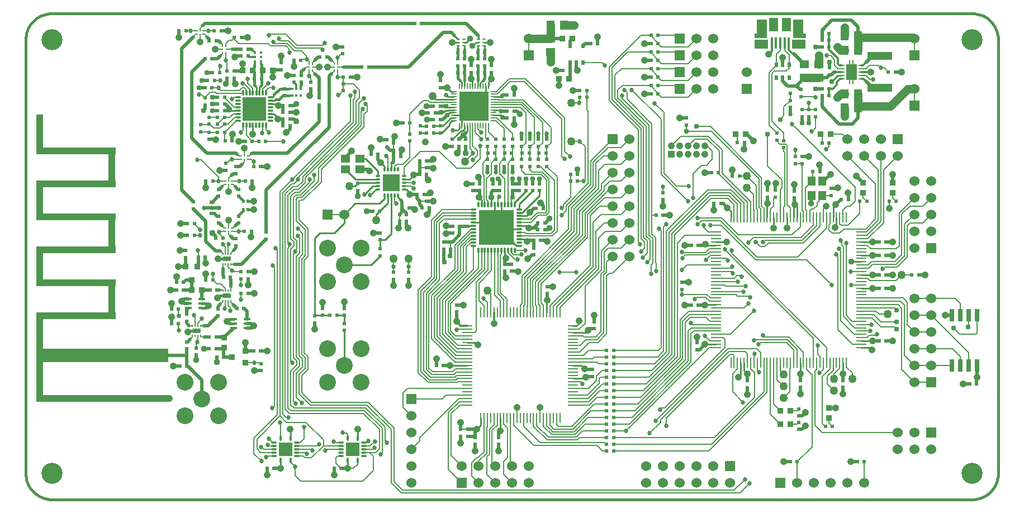
<source format=gtl>
G04 (created by PCBNEW-RS274X (2012-01-19 BZR 3256)-stable) date 21/09/2012 20:47:58*
G01*
G70*
G90*
%MOIN*%
G04 Gerber Fmt 3.4, Leading zero omitted, Abs format*
%FSLAX34Y34*%
G04 APERTURE LIST*
%ADD10C,0.006000*%
%ADD11C,0.015000*%
%ADD12R,0.036000X0.036000*%
%ADD13R,0.020000X0.030000*%
%ADD14R,0.047200X0.055100*%
%ADD15R,0.055100X0.047200*%
%ADD16R,0.011600X0.059100*%
%ADD17R,0.059100X0.011600*%
%ADD18R,0.015700X0.068900*%
%ADD19R,0.056100X0.081400*%
%ADD20R,0.084300X0.057100*%
%ADD21R,0.071900X0.025000*%
%ADD22R,0.063000X0.111600*%
%ADD23C,0.063000*%
%ADD24C,0.057100*%
%ADD25C,0.050000*%
%ADD26R,0.021700X0.031500*%
%ADD27R,0.039000X0.018000*%
%ADD28R,0.025000X0.075000*%
%ADD29R,0.007900X0.017700*%
%ADD30R,0.051200X0.007900*%
%ADD31O,0.047200X0.007900*%
%ADD32R,0.047200X0.019700*%
%ADD33O,0.043300X0.007900*%
%ADD34R,0.005900X0.007900*%
%ADD35R,0.033500X0.011000*%
%ADD36R,0.032400X0.047200*%
%ADD37R,0.011000X0.027600*%
%ADD38C,0.023000*%
%ADD39O,0.033500X0.011000*%
%ADD40O,0.011000X0.033500*%
%ADD41C,0.023600*%
%ADD42R,0.040400X0.040400*%
%ADD43O,0.011000X0.035400*%
%ADD44O,0.035400X0.011000*%
%ADD45R,0.208700X0.208700*%
%ADD46C,0.025000*%
%ADD47O,0.009700X0.034300*%
%ADD48O,0.034300X0.009700*%
%ADD49R,0.178300X0.178300*%
%ADD50R,0.139100X0.139100*%
%ADD51O,0.031500X0.011000*%
%ADD52O,0.011000X0.031500*%
%ADD53R,0.104300X0.104300*%
%ADD54R,0.145700X0.047200*%
%ADD55R,0.015700X0.019700*%
%ADD56R,0.027600X0.019700*%
%ADD57R,0.019700X0.023600*%
%ADD58R,0.060000X0.060000*%
%ADD59C,0.060000*%
%ADD60R,0.016100X0.013000*%
%ADD61R,0.013000X0.016100*%
%ADD62R,0.787400X0.078700*%
%ADD63R,0.787400X0.039400*%
%ADD64R,0.039400X0.511800*%
%ADD65R,0.472400X0.039400*%
%ADD66R,0.039400X0.236200*%
%ADD67R,0.042000X0.042000*%
%ADD68C,0.042000*%
%ADD69R,0.021700X0.009800*%
%ADD70R,0.056700X0.045300*%
%ADD71R,0.045300X0.056700*%
%ADD72R,0.034000X0.034000*%
%ADD73R,0.022000X0.020000*%
%ADD74R,0.020000X0.022000*%
%ADD75C,0.100000*%
%ADD76R,0.030000X0.020000*%
%ADD77R,0.030000X0.010000*%
%ADD78R,0.010000X0.030000*%
%ADD79C,0.126000*%
%ADD80R,0.010000X0.060000*%
%ADD81R,0.060000X0.010000*%
%ADD82R,0.006000X0.016900*%
%ADD83R,0.024000X0.007900*%
%ADD84R,0.016900X0.006000*%
%ADD85R,0.007900X0.024000*%
%ADD86C,0.031000*%
%ADD87C,0.027000*%
%ADD88C,0.037000*%
%ADD89C,0.020000*%
%ADD90C,0.012000*%
%ADD91C,0.010000*%
%ADD92C,0.009500*%
%ADD93C,0.008000*%
%ADD94C,0.050000*%
%ADD95C,0.011000*%
%ADD96C,0.018000*%
G04 APERTURE END LIST*
G54D10*
G54D11*
X26075Y-21500D02*
X80975Y-21500D01*
X26075Y-50500D02*
X80925Y-50500D01*
X24500Y-23075D02*
X24500Y-48925D01*
X82500Y-23075D02*
X82500Y-48925D01*
X82500Y-23075D02*
X82494Y-22938D01*
X82476Y-22802D01*
X82446Y-22668D01*
X82405Y-22537D01*
X82352Y-22410D01*
X82288Y-22288D01*
X82215Y-22172D01*
X82131Y-22063D01*
X82038Y-21962D01*
X81937Y-21869D01*
X81828Y-21785D01*
X81712Y-21712D01*
X81590Y-21648D01*
X81463Y-21595D01*
X81332Y-21554D01*
X81198Y-21524D01*
X81062Y-21506D01*
X80925Y-21500D01*
X80925Y-50500D02*
X81062Y-50494D01*
X81198Y-50476D01*
X81332Y-50446D01*
X81463Y-50405D01*
X81590Y-50352D01*
X81712Y-50288D01*
X81828Y-50215D01*
X81937Y-50131D01*
X82038Y-50038D01*
X82131Y-49937D01*
X82215Y-49828D01*
X82288Y-49712D01*
X82352Y-49590D01*
X82405Y-49463D01*
X82446Y-49332D01*
X82476Y-49198D01*
X82494Y-49062D01*
X82500Y-48925D01*
X24500Y-48925D02*
X24506Y-49062D01*
X24524Y-49198D01*
X24554Y-49332D01*
X24595Y-49463D01*
X24648Y-49590D01*
X24712Y-49712D01*
X24785Y-49828D01*
X24869Y-49937D01*
X24962Y-50038D01*
X25063Y-50131D01*
X25172Y-50215D01*
X25288Y-50288D01*
X25410Y-50352D01*
X25537Y-50405D01*
X25668Y-50446D01*
X25802Y-50476D01*
X25938Y-50494D01*
X26075Y-50500D01*
X26075Y-21500D02*
X25938Y-21506D01*
X25802Y-21524D01*
X25668Y-21554D01*
X25537Y-21595D01*
X25410Y-21648D01*
X25288Y-21712D01*
X25172Y-21785D01*
X25063Y-21869D01*
X24962Y-21962D01*
X24869Y-22063D01*
X24785Y-22172D01*
X24712Y-22288D01*
X24648Y-22410D01*
X24595Y-22537D01*
X24554Y-22668D01*
X24524Y-22802D01*
X24506Y-22938D01*
X24500Y-23075D01*
G54D12*
X37600Y-41650D03*
X37600Y-42350D03*
X36800Y-42000D03*
X34050Y-36600D03*
X34750Y-36600D03*
X34400Y-37400D03*
G54D13*
X56975Y-24450D03*
X57725Y-24450D03*
X56975Y-23450D03*
X57350Y-24450D03*
X57725Y-23450D03*
G54D14*
X72015Y-32383D03*
X71385Y-31517D03*
X72015Y-31517D03*
X71385Y-32383D03*
G54D15*
X43567Y-30815D03*
X44433Y-30185D03*
X44433Y-30815D03*
X43567Y-30185D03*
G54D16*
X56362Y-39350D03*
X56165Y-39350D03*
X55969Y-39350D03*
X55772Y-39350D03*
X55575Y-39350D03*
X55378Y-39350D03*
X55181Y-39350D03*
X54984Y-39350D03*
X54787Y-39350D03*
X54591Y-39350D03*
X54394Y-39350D03*
X54197Y-39350D03*
X54000Y-39350D03*
X53803Y-39350D03*
X53606Y-39350D03*
X53409Y-39350D03*
X53213Y-39350D03*
X53016Y-39350D03*
X52819Y-39350D03*
X52622Y-39350D03*
X52425Y-39350D03*
X52228Y-39350D03*
X52031Y-39350D03*
X51835Y-39350D03*
X51638Y-39350D03*
G54D17*
X50850Y-40138D03*
X50850Y-40335D03*
X50850Y-40531D03*
X50850Y-40728D03*
X50850Y-40925D03*
X50850Y-41122D03*
X50850Y-41319D03*
X50850Y-41516D03*
X50850Y-41713D03*
X50850Y-41909D03*
X50850Y-42106D03*
X50850Y-42303D03*
X50850Y-42500D03*
X50850Y-42697D03*
X50850Y-42894D03*
X50850Y-43091D03*
X50850Y-43287D03*
X50850Y-43484D03*
X50850Y-43681D03*
X50850Y-43878D03*
X50850Y-44075D03*
X50850Y-44272D03*
X50850Y-44469D03*
X50850Y-44665D03*
X50850Y-44862D03*
G54D16*
X51638Y-45650D03*
X51835Y-45650D03*
X52031Y-45650D03*
X52228Y-45650D03*
X52425Y-45650D03*
X52622Y-45650D03*
X52819Y-45650D03*
X53016Y-45650D03*
X53213Y-45650D03*
X53409Y-45650D03*
X53606Y-45650D03*
X53803Y-45650D03*
X54000Y-45650D03*
X54197Y-45650D03*
X54394Y-45650D03*
X54591Y-45650D03*
X54787Y-45650D03*
X54984Y-45650D03*
X55181Y-45650D03*
X55378Y-45650D03*
X55575Y-45650D03*
X55772Y-45650D03*
X55969Y-45650D03*
X56165Y-45650D03*
X56362Y-45650D03*
G54D17*
X57150Y-44862D03*
X57150Y-44665D03*
X57150Y-44469D03*
X57150Y-44272D03*
X57150Y-44075D03*
X57150Y-43878D03*
X57150Y-43681D03*
X57150Y-43484D03*
X57150Y-43287D03*
X57150Y-43091D03*
X57150Y-42894D03*
X57150Y-42697D03*
X57150Y-42500D03*
X57150Y-42303D03*
X57150Y-42106D03*
X57150Y-41909D03*
X57150Y-41713D03*
X57150Y-41516D03*
X57150Y-41319D03*
X57150Y-41122D03*
X57150Y-40925D03*
X57150Y-40728D03*
X57150Y-40531D03*
X57150Y-40335D03*
X57150Y-40138D03*
G54D18*
X70012Y-23281D03*
X69756Y-23281D03*
X69500Y-23281D03*
X69244Y-23281D03*
X68988Y-23281D03*
G54D19*
X69879Y-22156D03*
X69121Y-22156D03*
G54D20*
X70614Y-23340D03*
X68386Y-23340D03*
G54D21*
X70676Y-22827D03*
X68324Y-22827D03*
G54D22*
X70583Y-22394D03*
X68417Y-22394D03*
G54D23*
X70583Y-22169D03*
X68417Y-22169D03*
G54D24*
X70479Y-23339D03*
X68521Y-23339D03*
G54D25*
X48775Y-26425D03*
X76750Y-37100D03*
X67500Y-31900D03*
X67500Y-31200D03*
X45400Y-33850D03*
X75900Y-39450D03*
X43800Y-31800D03*
X73800Y-43300D03*
X69700Y-43750D03*
X69700Y-43050D03*
X69700Y-44450D03*
X72700Y-44000D03*
X72700Y-43300D03*
G54D26*
X70024Y-24566D03*
X69650Y-24566D03*
X69276Y-24566D03*
X69276Y-25334D03*
X69650Y-25334D03*
X70024Y-25334D03*
G54D27*
X34205Y-38540D03*
X34205Y-38800D03*
X34205Y-39060D03*
X34995Y-39060D03*
X34995Y-38800D03*
X34995Y-38540D03*
X37695Y-40260D03*
X37695Y-40000D03*
X37695Y-39740D03*
X36905Y-39740D03*
X36905Y-40000D03*
X36905Y-40260D03*
G54D28*
X81250Y-39500D03*
X80750Y-39500D03*
X80250Y-39500D03*
X79750Y-39500D03*
X79750Y-42500D03*
X80250Y-42500D03*
X80750Y-42500D03*
X81250Y-42500D03*
G54D29*
X36264Y-36455D03*
X36421Y-36455D03*
X36579Y-36455D03*
X36736Y-36455D03*
X36736Y-35845D03*
X36579Y-35845D03*
X36421Y-35845D03*
X36264Y-35845D03*
G54D30*
X36500Y-36150D03*
G54D31*
X36500Y-36052D03*
G54D32*
X36500Y-36150D03*
G54D33*
X36520Y-36248D03*
G54D10*
G36*
X36303Y-36288D02*
X36263Y-36248D01*
X36283Y-36228D01*
X36323Y-36268D01*
X36303Y-36288D01*
X36303Y-36288D01*
G37*
G54D34*
X36333Y-36248D03*
G54D29*
X34454Y-40745D03*
X34611Y-40745D03*
X34769Y-40745D03*
X34926Y-40745D03*
X34926Y-40135D03*
X34769Y-40135D03*
X34611Y-40135D03*
X34454Y-40135D03*
G54D30*
X34690Y-40440D03*
G54D31*
X34690Y-40342D03*
G54D32*
X34690Y-40440D03*
G54D33*
X34710Y-40538D03*
G54D10*
G36*
X34493Y-40578D02*
X34453Y-40538D01*
X34473Y-40518D01*
X34513Y-40558D01*
X34493Y-40578D01*
X34493Y-40578D01*
G37*
G54D34*
X34523Y-40538D03*
G54D29*
X36736Y-38045D03*
X36579Y-38045D03*
X36421Y-38045D03*
X36264Y-38045D03*
X36264Y-38655D03*
X36421Y-38655D03*
X36579Y-38655D03*
X36736Y-38655D03*
G54D30*
X36500Y-38350D03*
G54D31*
X36500Y-38448D03*
G54D32*
X36500Y-38350D03*
G54D33*
X36480Y-38252D03*
G54D10*
G36*
X36697Y-38212D02*
X36737Y-38252D01*
X36717Y-38272D01*
X36677Y-38232D01*
X36697Y-38212D01*
X36697Y-38212D01*
G37*
G54D34*
X36667Y-38252D03*
G54D35*
X73159Y-24606D03*
X73159Y-24803D03*
X73159Y-25000D03*
X73159Y-25197D03*
X73159Y-25394D03*
X74341Y-25394D03*
X74341Y-25197D03*
X74341Y-25000D03*
X74341Y-24803D03*
X74341Y-24606D03*
G54D36*
X73912Y-25236D03*
X73912Y-24764D03*
X73588Y-24764D03*
X73588Y-25236D03*
G54D37*
X73848Y-24390D03*
X73652Y-24390D03*
X73652Y-25610D03*
X73848Y-25610D03*
G54D38*
X73750Y-25000D03*
X73947Y-24705D03*
X73553Y-24705D03*
X73553Y-25295D03*
X73947Y-25295D03*
G54D39*
X44679Y-47894D03*
X44679Y-47697D03*
X44679Y-47500D03*
X44679Y-47303D03*
X44679Y-47106D03*
G54D40*
X43705Y-46821D03*
G54D39*
X43321Y-47106D03*
X43321Y-47303D03*
X43321Y-47500D03*
X43321Y-47697D03*
X43321Y-47894D03*
G54D41*
X44202Y-47702D03*
X43798Y-47702D03*
X43798Y-47298D03*
X44202Y-47298D03*
G54D42*
X44202Y-47702D03*
X43798Y-47702D03*
X44202Y-47298D03*
X43798Y-47298D03*
G54D40*
X44295Y-46821D03*
X43705Y-48179D03*
X44295Y-48179D03*
G54D39*
X40679Y-47894D03*
X40679Y-47697D03*
X40679Y-47500D03*
X40679Y-47303D03*
X40679Y-47106D03*
G54D40*
X39705Y-46821D03*
G54D39*
X39321Y-47106D03*
X39321Y-47303D03*
X39321Y-47500D03*
X39321Y-47697D03*
X39321Y-47894D03*
G54D41*
X40202Y-47702D03*
X39798Y-47702D03*
X39798Y-47298D03*
X40202Y-47298D03*
G54D42*
X40202Y-47702D03*
X39798Y-47702D03*
X40202Y-47298D03*
X39798Y-47298D03*
G54D40*
X40295Y-46821D03*
X39705Y-48179D03*
X40295Y-48179D03*
G54D43*
X53658Y-32917D03*
X53461Y-32917D03*
X53264Y-32917D03*
X53067Y-32917D03*
X52870Y-32917D03*
X52673Y-32917D03*
X52477Y-32917D03*
X52280Y-32917D03*
X52083Y-32917D03*
X51886Y-32917D03*
X51689Y-32917D03*
X51492Y-32917D03*
G54D44*
X51217Y-33192D03*
X51217Y-33389D03*
X51217Y-33586D03*
X51217Y-33783D03*
X51217Y-33980D03*
X51217Y-34177D03*
X51217Y-34373D03*
X51217Y-34570D03*
X51217Y-34767D03*
X51217Y-34964D03*
X51217Y-35161D03*
X51217Y-35358D03*
G54D43*
X51492Y-35633D03*
X51689Y-35633D03*
X51886Y-35633D03*
X52083Y-35633D03*
X52280Y-35633D03*
X52477Y-35633D03*
X52673Y-35633D03*
X52870Y-35633D03*
X53067Y-35633D03*
X53264Y-35633D03*
X53461Y-35633D03*
X53658Y-35633D03*
G54D44*
X53933Y-35358D03*
X53933Y-35161D03*
X53933Y-34964D03*
X53933Y-34767D03*
X53933Y-34570D03*
X53933Y-34373D03*
X53933Y-34177D03*
X53933Y-33980D03*
X53933Y-33783D03*
X53933Y-33586D03*
X53933Y-33389D03*
X53933Y-33192D03*
G54D45*
X52575Y-34275D03*
G54D46*
X52575Y-34275D03*
X52575Y-33625D03*
X53225Y-33625D03*
X53225Y-34275D03*
X53225Y-34925D03*
X52575Y-34925D03*
X51925Y-34925D03*
X51925Y-34275D03*
X51925Y-33625D03*
G54D47*
X52091Y-25844D03*
X51934Y-25844D03*
X51776Y-25844D03*
X51619Y-25844D03*
X51461Y-25844D03*
X51304Y-25844D03*
X51146Y-25844D03*
X50989Y-25844D03*
X50831Y-25844D03*
X50674Y-25844D03*
X50516Y-25844D03*
X50359Y-25844D03*
G54D48*
X50044Y-26159D03*
X50044Y-26316D03*
X50044Y-26474D03*
X50044Y-26631D03*
X50044Y-26789D03*
X50044Y-26946D03*
X50044Y-27104D03*
X50044Y-27261D03*
X50044Y-27419D03*
X50044Y-27576D03*
X50044Y-27734D03*
X50044Y-27891D03*
G54D47*
X50359Y-28206D03*
X50516Y-28206D03*
X50674Y-28206D03*
X50831Y-28206D03*
X50989Y-28206D03*
X51146Y-28206D03*
X51304Y-28206D03*
X51461Y-28206D03*
X51619Y-28206D03*
X51776Y-28206D03*
X51934Y-28206D03*
X52091Y-28206D03*
G54D48*
X52406Y-27891D03*
X52406Y-27734D03*
X52406Y-27576D03*
X52406Y-27419D03*
X52406Y-27261D03*
X52406Y-27104D03*
X52406Y-26946D03*
X52406Y-26789D03*
X52406Y-26631D03*
X52406Y-26474D03*
X52406Y-26316D03*
X52406Y-26159D03*
G54D49*
X51225Y-27025D03*
G54D46*
X51225Y-27025D03*
X51225Y-26431D03*
X51819Y-26431D03*
X51819Y-27025D03*
X51819Y-27619D03*
X51225Y-27619D03*
X50631Y-27619D03*
X50631Y-27025D03*
X50631Y-26431D03*
G54D44*
X37185Y-26511D03*
X37185Y-26708D03*
X37185Y-26905D03*
X37185Y-27102D03*
X37185Y-27298D03*
X37185Y-27495D03*
X37185Y-27692D03*
X37185Y-27889D03*
G54D50*
X38150Y-27200D03*
G54D41*
X38150Y-27200D03*
X37717Y-27200D03*
X37717Y-26767D03*
X38150Y-26767D03*
X38583Y-26767D03*
X38583Y-27200D03*
X38583Y-27633D03*
X38150Y-27633D03*
X37717Y-27633D03*
G54D43*
X37461Y-28165D03*
X37658Y-28165D03*
X37855Y-28165D03*
X38052Y-28165D03*
X38248Y-28165D03*
X38445Y-28165D03*
X38642Y-28165D03*
X38839Y-28165D03*
G54D44*
X39115Y-27889D03*
X39115Y-27692D03*
X39115Y-27495D03*
X39115Y-27298D03*
X39115Y-27102D03*
X39115Y-26905D03*
X39115Y-26708D03*
X39115Y-26511D03*
G54D43*
X38839Y-26235D03*
X38642Y-26235D03*
X38445Y-26235D03*
X38268Y-26235D03*
X38052Y-26235D03*
X37855Y-26235D03*
X37678Y-26235D03*
X37461Y-26235D03*
G54D51*
X45513Y-31206D03*
X45513Y-31403D03*
X45513Y-31600D03*
X45513Y-31797D03*
X45513Y-31994D03*
G54D52*
X45906Y-32387D03*
X46103Y-32387D03*
X46300Y-32387D03*
X46497Y-32387D03*
X46694Y-32387D03*
G54D51*
X47087Y-31994D03*
X47087Y-31797D03*
X47087Y-31600D03*
X47087Y-31403D03*
X47087Y-31206D03*
G54D52*
X46694Y-30813D03*
X46497Y-30813D03*
X46300Y-30813D03*
X46103Y-30813D03*
X45906Y-30813D03*
G54D53*
X46300Y-31600D03*
G54D41*
X46300Y-31600D03*
X46039Y-31339D03*
X46561Y-31339D03*
X46561Y-31861D03*
X46039Y-31861D03*
G54D54*
X75450Y-27051D03*
X75450Y-25949D03*
X75450Y-24051D03*
X75450Y-22949D03*
G54D16*
X73445Y-33659D03*
X73248Y-33659D03*
X73051Y-33659D03*
X72854Y-33659D03*
X72657Y-33659D03*
X72461Y-33659D03*
X72264Y-33659D03*
X72067Y-33659D03*
X71870Y-33659D03*
X71673Y-33659D03*
X71476Y-33659D03*
X71280Y-33659D03*
X71083Y-33659D03*
X70886Y-33659D03*
X70689Y-33659D03*
X70492Y-33659D03*
X70295Y-33659D03*
X70098Y-33659D03*
X69902Y-33659D03*
X69705Y-33659D03*
X69508Y-33659D03*
X69311Y-33659D03*
X69114Y-33659D03*
X68917Y-33659D03*
X68720Y-33659D03*
X68524Y-33659D03*
X68327Y-33659D03*
X68130Y-33659D03*
X67933Y-33659D03*
X67736Y-33659D03*
X67539Y-33659D03*
X67343Y-33659D03*
X67146Y-33659D03*
X66949Y-33659D03*
X66752Y-33659D03*
X66555Y-33659D03*
G54D17*
X65669Y-34545D03*
X65669Y-34742D03*
X65669Y-34939D03*
X65669Y-35136D03*
X65669Y-35333D03*
X65669Y-35529D03*
X65669Y-35726D03*
X65669Y-35923D03*
X65669Y-36120D03*
X65669Y-36317D03*
X65669Y-36514D03*
X65669Y-36710D03*
X65669Y-36907D03*
X65669Y-37104D03*
X65669Y-37301D03*
X65669Y-37498D03*
X65669Y-37695D03*
X65669Y-37892D03*
X65669Y-38088D03*
X65669Y-38285D03*
X65669Y-38482D03*
X65669Y-38679D03*
X65669Y-38876D03*
X65669Y-39073D03*
X65669Y-39270D03*
X65669Y-39466D03*
X65669Y-39663D03*
X65669Y-39860D03*
X65669Y-40057D03*
X65669Y-40254D03*
X65669Y-40451D03*
X65669Y-40647D03*
X65669Y-40844D03*
X65669Y-41041D03*
X65669Y-41238D03*
X65669Y-41435D03*
G54D16*
X66555Y-42321D03*
X66752Y-42321D03*
X66949Y-42321D03*
X67146Y-42321D03*
X67343Y-42321D03*
X67539Y-42321D03*
X67736Y-42321D03*
X67933Y-42321D03*
X68130Y-42321D03*
X68327Y-42321D03*
X68524Y-42321D03*
X68720Y-42321D03*
X68917Y-42321D03*
X69114Y-42321D03*
X69311Y-42321D03*
X69508Y-42321D03*
X69705Y-42321D03*
X69902Y-42321D03*
X70098Y-42321D03*
X70295Y-42321D03*
X70492Y-42321D03*
X70689Y-42321D03*
X70886Y-42321D03*
X71083Y-42321D03*
X71280Y-42321D03*
X71476Y-42321D03*
X71673Y-42321D03*
X71870Y-42321D03*
X72067Y-42321D03*
X72264Y-42321D03*
X72461Y-42321D03*
X72657Y-42321D03*
X72854Y-42321D03*
X73051Y-42321D03*
X73248Y-42321D03*
X73445Y-42321D03*
G54D17*
X74331Y-41435D03*
X74331Y-41238D03*
X74331Y-41041D03*
X74331Y-40844D03*
X74331Y-40647D03*
X74331Y-40451D03*
X74331Y-40254D03*
X74331Y-40057D03*
X74331Y-39860D03*
X74331Y-39663D03*
X74331Y-39466D03*
X74331Y-39270D03*
X74331Y-39073D03*
X74331Y-38876D03*
X74331Y-38679D03*
X74331Y-38482D03*
X74331Y-38285D03*
X74331Y-38088D03*
X74331Y-37892D03*
X74331Y-37695D03*
X74331Y-37498D03*
X74331Y-37301D03*
X74331Y-37104D03*
X74331Y-36907D03*
X74331Y-36710D03*
X74331Y-36514D03*
X74331Y-36317D03*
X74331Y-36120D03*
X74331Y-35923D03*
X74331Y-35726D03*
X74331Y-35529D03*
X74331Y-35333D03*
X74331Y-35136D03*
X74331Y-34939D03*
X74331Y-34742D03*
X74331Y-34545D03*
G54D55*
X37738Y-33196D03*
X37738Y-32704D03*
X37462Y-32704D03*
X37462Y-33196D03*
G54D56*
X35600Y-32765D03*
X35600Y-33435D03*
G54D57*
X35777Y-33100D03*
X35423Y-33100D03*
G54D58*
X59500Y-29000D03*
G54D59*
X60500Y-29000D03*
X59500Y-30000D03*
X60500Y-30000D03*
X59500Y-31000D03*
X60500Y-31000D03*
X59500Y-32000D03*
X60500Y-32000D03*
X59500Y-33000D03*
X60500Y-33000D03*
X59500Y-34000D03*
X60500Y-34000D03*
X59500Y-35000D03*
X60500Y-35000D03*
X59500Y-36000D03*
X60500Y-36000D03*
G54D58*
X66500Y-48500D03*
G54D59*
X66500Y-49500D03*
X65500Y-48500D03*
X65500Y-49500D03*
X64500Y-48500D03*
X64500Y-49500D03*
X63500Y-48500D03*
X63500Y-49500D03*
X62500Y-48500D03*
X62500Y-49500D03*
X61500Y-48500D03*
X61500Y-49500D03*
G54D58*
X78500Y-43500D03*
G54D59*
X77500Y-43500D03*
X78500Y-42500D03*
X77500Y-42500D03*
X78500Y-41500D03*
X77500Y-41500D03*
X78500Y-40500D03*
X77500Y-40500D03*
X78500Y-39500D03*
X77500Y-39500D03*
X78500Y-38500D03*
X77500Y-38500D03*
G54D58*
X78500Y-35500D03*
G54D59*
X77500Y-35500D03*
X78500Y-34500D03*
X77500Y-34500D03*
X78500Y-33500D03*
X77500Y-33500D03*
X78500Y-32500D03*
X77500Y-32500D03*
X78500Y-31500D03*
X77500Y-31500D03*
G54D58*
X50500Y-49500D03*
G54D59*
X50500Y-48500D03*
X51500Y-49500D03*
X51500Y-48500D03*
X52500Y-49500D03*
X52500Y-48500D03*
X53500Y-49500D03*
X53500Y-48500D03*
X54500Y-49500D03*
X54500Y-48500D03*
G54D58*
X76500Y-29000D03*
G54D59*
X76500Y-30000D03*
X75500Y-29000D03*
X75500Y-30000D03*
X74500Y-29000D03*
X74500Y-30000D03*
X73500Y-29000D03*
X73500Y-30000D03*
G54D58*
X78510Y-46500D03*
G54D59*
X78510Y-47500D03*
X77510Y-46500D03*
X77510Y-47500D03*
X76510Y-46500D03*
X76510Y-47500D03*
G54D58*
X69500Y-49500D03*
G54D59*
X70500Y-49500D03*
X71500Y-49500D03*
X72500Y-49500D03*
X73500Y-49500D03*
X74500Y-49500D03*
G54D58*
X47500Y-44500D03*
G54D59*
X47500Y-45500D03*
X47500Y-46500D03*
X47500Y-47500D03*
X47500Y-48500D03*
X47500Y-49500D03*
G54D58*
X63500Y-24000D03*
G54D59*
X64500Y-24000D03*
X65500Y-24000D03*
G54D58*
X63500Y-23000D03*
G54D59*
X64500Y-23000D03*
X65500Y-23000D03*
G54D58*
X63500Y-25000D03*
G54D59*
X64500Y-25000D03*
X65500Y-25000D03*
G54D58*
X63500Y-26000D03*
G54D59*
X64500Y-26000D03*
X65500Y-26000D03*
G54D58*
X67500Y-26000D03*
G54D59*
X67500Y-25000D03*
G54D60*
X40910Y-26005D03*
X40650Y-26005D03*
X40390Y-26005D03*
X40390Y-26395D03*
X40650Y-26395D03*
X40910Y-26395D03*
G54D61*
X38155Y-23840D03*
X38155Y-24100D03*
X38155Y-24360D03*
X38545Y-24360D03*
X38545Y-24100D03*
X38545Y-23840D03*
G54D62*
X29063Y-41900D03*
G54D63*
X29063Y-44459D03*
G54D64*
X25323Y-41900D03*
G54D65*
X27488Y-39538D03*
G54D66*
X29654Y-38554D03*
X25323Y-36585D03*
X29654Y-34617D03*
X25323Y-32648D03*
X29654Y-30680D03*
X25323Y-28711D03*
G54D65*
X27488Y-37569D03*
X27488Y-35601D03*
X27488Y-33632D03*
X27488Y-31664D03*
X27488Y-29695D03*
G54D67*
X63000Y-29900D03*
G54D68*
X63000Y-29400D03*
X63500Y-29900D03*
X63500Y-29400D03*
X64000Y-29900D03*
X64000Y-29400D03*
X64500Y-29900D03*
X64500Y-29400D03*
X65000Y-29900D03*
X65000Y-29400D03*
G54D69*
X51508Y-23028D03*
X51508Y-23225D03*
X51508Y-23422D03*
X51842Y-23422D03*
X51842Y-23225D03*
X51842Y-23028D03*
X50308Y-23028D03*
X50308Y-23225D03*
X50308Y-23422D03*
X50642Y-23422D03*
X50642Y-23225D03*
X50642Y-23028D03*
G54D70*
X55800Y-23800D03*
X55800Y-23000D03*
X70950Y-25350D03*
X70950Y-24550D03*
G54D71*
X73350Y-22850D03*
X74150Y-22850D03*
X73350Y-23700D03*
X74150Y-23700D03*
X55800Y-22200D03*
X56600Y-22200D03*
G54D70*
X71800Y-24550D03*
X71800Y-25350D03*
G54D71*
X74150Y-26300D03*
X73350Y-26300D03*
X74150Y-27150D03*
X73350Y-27150D03*
G54D72*
X72500Y-28700D03*
X71900Y-28700D03*
X67450Y-28700D03*
X66850Y-28700D03*
X72400Y-45050D03*
X72400Y-45650D03*
X70100Y-46000D03*
X69500Y-46000D03*
X70100Y-45200D03*
X69500Y-45200D03*
X74450Y-31600D03*
X74450Y-32200D03*
X76200Y-31600D03*
X76200Y-32200D03*
X37450Y-24900D03*
X38050Y-24900D03*
X35000Y-38000D03*
X34400Y-38000D03*
X57100Y-23000D03*
X56500Y-23000D03*
X39250Y-24900D03*
X38650Y-24900D03*
X56900Y-25400D03*
X56300Y-25400D03*
X36350Y-40850D03*
X36350Y-41450D03*
G54D73*
X62500Y-32190D03*
X62500Y-32610D03*
G54D74*
X72410Y-23500D03*
X71990Y-23500D03*
X72410Y-23100D03*
X71990Y-23100D03*
X77340Y-37100D03*
X77760Y-37100D03*
X74510Y-48250D03*
X74090Y-48250D03*
G54D73*
X71190Y-27240D03*
X71190Y-27660D03*
X71590Y-27660D03*
X71590Y-27240D03*
X70750Y-26460D03*
X70750Y-26040D03*
X70790Y-27660D03*
X70790Y-27240D03*
G54D74*
X75940Y-25000D03*
X76360Y-25000D03*
X35340Y-25500D03*
X35760Y-25500D03*
X72410Y-26000D03*
X71990Y-26000D03*
G54D73*
X54075Y-30215D03*
X54075Y-30635D03*
G54D74*
X37760Y-23650D03*
X37340Y-23650D03*
X35640Y-25050D03*
X36060Y-25050D03*
X40490Y-24300D03*
X40910Y-24300D03*
G54D73*
X38850Y-34960D03*
X38850Y-34540D03*
G54D74*
X36360Y-28600D03*
X35940Y-28600D03*
G54D73*
X34950Y-28560D03*
X34950Y-28140D03*
G54D74*
X35940Y-27700D03*
X36360Y-27700D03*
X36360Y-26500D03*
X35940Y-26500D03*
X62090Y-33550D03*
X62510Y-33550D03*
G54D73*
X63650Y-37960D03*
X63650Y-37540D03*
X55575Y-30215D03*
X55575Y-30635D03*
X55075Y-30215D03*
X55075Y-30635D03*
X54575Y-30215D03*
X54575Y-30635D03*
G54D74*
X57410Y-31500D03*
X56990Y-31500D03*
X57540Y-26500D03*
X57960Y-26500D03*
X34790Y-36050D03*
X35210Y-36050D03*
G54D73*
X54075Y-29015D03*
X54075Y-29435D03*
X54575Y-29015D03*
X54575Y-29435D03*
X55075Y-29015D03*
X55075Y-29435D03*
X55575Y-29015D03*
X55575Y-29435D03*
G54D74*
X57410Y-31100D03*
X56990Y-31100D03*
X57540Y-26100D03*
X57960Y-26100D03*
G54D73*
X53525Y-29015D03*
X53525Y-29435D03*
X53025Y-29015D03*
X53025Y-29435D03*
X52525Y-29015D03*
X52525Y-29435D03*
X52025Y-29015D03*
X52025Y-29435D03*
X38550Y-42810D03*
X38550Y-42390D03*
G54D74*
X48415Y-28225D03*
X48835Y-28225D03*
X48415Y-28625D03*
X48835Y-28625D03*
G54D73*
X47350Y-36940D03*
X47350Y-37360D03*
X46450Y-36940D03*
X46450Y-37360D03*
X36000Y-31990D03*
X36000Y-32410D03*
G54D74*
X37540Y-34500D03*
X37960Y-34500D03*
G54D73*
X37050Y-30640D03*
X37050Y-31060D03*
G54D74*
X42040Y-24100D03*
X42460Y-24100D03*
G54D73*
X41500Y-25590D03*
X41500Y-26010D03*
G54D74*
X35190Y-24200D03*
X35610Y-24200D03*
G54D73*
X36450Y-30440D03*
X36450Y-30860D03*
X40500Y-25190D03*
X40500Y-25610D03*
X36000Y-34010D03*
X36000Y-33590D03*
X37200Y-33590D03*
X37200Y-34010D03*
X40950Y-25190D03*
X40950Y-25610D03*
G54D74*
X35840Y-34900D03*
X36260Y-34900D03*
X35240Y-31500D03*
X35660Y-31500D03*
G54D73*
X37050Y-34940D03*
X37050Y-35360D03*
G54D74*
X45610Y-33300D03*
X45190Y-33300D03*
G54D73*
X44300Y-31640D03*
X44300Y-32060D03*
G54D74*
X59140Y-47600D03*
X59560Y-47600D03*
X59140Y-47200D03*
X59560Y-47200D03*
X38090Y-30650D03*
X38510Y-30650D03*
X40260Y-28200D03*
X39840Y-28200D03*
X40260Y-27000D03*
X39840Y-27000D03*
X40260Y-27400D03*
X39840Y-27400D03*
X35940Y-27300D03*
X36360Y-27300D03*
X35940Y-26900D03*
X36360Y-26900D03*
X43440Y-25300D03*
X43860Y-25300D03*
X44540Y-24700D03*
X44960Y-24700D03*
G54D73*
X42000Y-26960D03*
X42000Y-26540D03*
G54D74*
X59140Y-46800D03*
X59560Y-46800D03*
X37590Y-31500D03*
X38010Y-31500D03*
X36810Y-29100D03*
X36390Y-29100D03*
G54D73*
X35450Y-29010D03*
X35450Y-28590D03*
G54D74*
X35940Y-28100D03*
X36360Y-28100D03*
G54D73*
X35450Y-27690D03*
X35450Y-28110D03*
X43400Y-23490D03*
X43400Y-23910D03*
X37200Y-31990D03*
X37200Y-32410D03*
G54D74*
X62210Y-22800D03*
X61790Y-22800D03*
X67360Y-29200D03*
X66940Y-29200D03*
X72190Y-46150D03*
X72610Y-46150D03*
X75990Y-32700D03*
X76410Y-32700D03*
X74240Y-32700D03*
X74660Y-32700D03*
G54D73*
X70600Y-45090D03*
X70600Y-45510D03*
X70600Y-45890D03*
X70600Y-46310D03*
X69200Y-32040D03*
X69200Y-32460D03*
G54D74*
X61790Y-24300D03*
X62210Y-24300D03*
X72410Y-29250D03*
X71990Y-29250D03*
G54D73*
X63900Y-28160D03*
X63900Y-27740D03*
X70100Y-27110D03*
X70100Y-26690D03*
G54D74*
X66640Y-31200D03*
X67060Y-31200D03*
X65390Y-31000D03*
X65810Y-31000D03*
G54D73*
X70100Y-26260D03*
X70100Y-25840D03*
G54D74*
X70510Y-48250D03*
X70090Y-48250D03*
G54D73*
X69700Y-29090D03*
X69700Y-29510D03*
X69300Y-28640D03*
X69300Y-29060D03*
G54D74*
X59140Y-43600D03*
X59560Y-43600D03*
X59140Y-46400D03*
X59560Y-46400D03*
X59140Y-46000D03*
X59560Y-46000D03*
X61790Y-26300D03*
X62210Y-26300D03*
X59140Y-45600D03*
X59560Y-45600D03*
X59140Y-45200D03*
X59560Y-45200D03*
X59140Y-44800D03*
X59560Y-44800D03*
X59140Y-44400D03*
X59560Y-44400D03*
X59140Y-44000D03*
X59560Y-44000D03*
X72410Y-26400D03*
X71990Y-26400D03*
X61790Y-25300D03*
X62210Y-25300D03*
X59140Y-43200D03*
X59560Y-43200D03*
X59140Y-42800D03*
X59560Y-42800D03*
X59140Y-42400D03*
X59560Y-42400D03*
X59140Y-42000D03*
X59560Y-42000D03*
X59140Y-41600D03*
X59560Y-41600D03*
X46860Y-30050D03*
X46440Y-30050D03*
X52065Y-29825D03*
X52485Y-29825D03*
G54D73*
X50675Y-24215D03*
X50675Y-24635D03*
X49925Y-29435D03*
X49925Y-29015D03*
X52025Y-30635D03*
X52025Y-30215D03*
X52525Y-30635D03*
X52525Y-30215D03*
X53025Y-30635D03*
X53025Y-30215D03*
X53525Y-30635D03*
X53525Y-30215D03*
X50275Y-24215D03*
X50275Y-24635D03*
X49225Y-28215D03*
X49225Y-28635D03*
G54D74*
X45090Y-29900D03*
X45510Y-29900D03*
G54D73*
X48025Y-28215D03*
X48025Y-28635D03*
X47400Y-28690D03*
X47400Y-29110D03*
G54D74*
X46990Y-28050D03*
X47410Y-28050D03*
X48260Y-32300D03*
X47840Y-32300D03*
X47360Y-33100D03*
X46940Y-33100D03*
G54D73*
X51475Y-24215D03*
X51475Y-24635D03*
G54D74*
X48410Y-31100D03*
X47990Y-31100D03*
X49965Y-34200D03*
X50385Y-34200D03*
X49965Y-34600D03*
X50385Y-34600D03*
X72410Y-22700D03*
X71990Y-22700D03*
X65540Y-32850D03*
X65960Y-32850D03*
X64190Y-35350D03*
X64610Y-35350D03*
X64190Y-38900D03*
X64610Y-38900D03*
G54D73*
X64550Y-41140D03*
X64550Y-41560D03*
X67540Y-43830D03*
X67540Y-43410D03*
X70700Y-43810D03*
X70700Y-43390D03*
X73250Y-43810D03*
X73250Y-43390D03*
G54D74*
X75810Y-41050D03*
X75390Y-41050D03*
X75810Y-37900D03*
X75390Y-37900D03*
X75810Y-37100D03*
X75390Y-37100D03*
X75810Y-35950D03*
X75390Y-35950D03*
G54D73*
X49225Y-25515D03*
X49225Y-25935D03*
X53525Y-31665D03*
X53525Y-32085D03*
X53925Y-31665D03*
X53925Y-32085D03*
X52375Y-31665D03*
X52375Y-32085D03*
X52775Y-31665D03*
X52775Y-32085D03*
X51575Y-31665D03*
X51575Y-32085D03*
X51175Y-31665D03*
X51175Y-32085D03*
X53075Y-36885D03*
X53075Y-36465D03*
X53475Y-36885D03*
X53475Y-36465D03*
G54D74*
X55210Y-35050D03*
X54790Y-35050D03*
G54D73*
X54800Y-35910D03*
X54800Y-35490D03*
G54D74*
X55460Y-34000D03*
X55040Y-34000D03*
X55460Y-34400D03*
X55040Y-34400D03*
X55360Y-33150D03*
X54940Y-33150D03*
G54D73*
X52275Y-24615D03*
X52275Y-25035D03*
X51075Y-24615D03*
X51075Y-25035D03*
G54D74*
X75810Y-35150D03*
X75390Y-35150D03*
X48815Y-27025D03*
X49235Y-27025D03*
X48515Y-27425D03*
X48935Y-27425D03*
X48815Y-27825D03*
X49235Y-27825D03*
G54D73*
X50725Y-29435D03*
X50725Y-29015D03*
X50325Y-29435D03*
X50325Y-29015D03*
G54D74*
X53635Y-27725D03*
X53215Y-27725D03*
X53635Y-27325D03*
X53215Y-27325D03*
X53635Y-26375D03*
X53215Y-26375D03*
X55115Y-29825D03*
X55535Y-29825D03*
X54115Y-29825D03*
X54535Y-29825D03*
G54D73*
X55125Y-31665D03*
X55125Y-32085D03*
X54725Y-31665D03*
X54725Y-32085D03*
X51875Y-24215D03*
X51875Y-24635D03*
X54325Y-31665D03*
X54325Y-32085D03*
G54D74*
X53065Y-29825D03*
X53485Y-29825D03*
X33490Y-38000D03*
X33910Y-38000D03*
X38400Y-29130D03*
X38820Y-29130D03*
X33610Y-39150D03*
X33190Y-39150D03*
X33610Y-40000D03*
X33190Y-40000D03*
G54D73*
X34100Y-41510D03*
X34100Y-41090D03*
X34680Y-41880D03*
X34680Y-41460D03*
G54D74*
X35860Y-40800D03*
X35440Y-40800D03*
G54D73*
X35970Y-39130D03*
X35970Y-39550D03*
G54D74*
X35660Y-37400D03*
X35240Y-37400D03*
X37510Y-39100D03*
X37090Y-39100D03*
G54D73*
X34100Y-39440D03*
X34100Y-39860D03*
G54D74*
X37760Y-37350D03*
X37340Y-37350D03*
X33640Y-22550D03*
X34060Y-22550D03*
X37760Y-38200D03*
X37340Y-38200D03*
X37360Y-22950D03*
X36940Y-22950D03*
G54D73*
X34050Y-35640D03*
X34050Y-36060D03*
G54D74*
X38890Y-48650D03*
X39310Y-48650D03*
X35860Y-23150D03*
X35440Y-23150D03*
X35910Y-38000D03*
X35490Y-38000D03*
X37760Y-24050D03*
X37340Y-24050D03*
X48110Y-22100D03*
X47690Y-22100D03*
X35740Y-22550D03*
X36160Y-22550D03*
X37600Y-29130D03*
X38020Y-29130D03*
G54D73*
X36500Y-24940D03*
X36500Y-25360D03*
G54D74*
X36290Y-37250D03*
X36710Y-37250D03*
G54D73*
X34500Y-32740D03*
X34500Y-33160D03*
X36950Y-25360D03*
X36950Y-24940D03*
X39750Y-24440D03*
X39750Y-24860D03*
G54D74*
X34560Y-34750D03*
X34140Y-34750D03*
X37340Y-36900D03*
X37760Y-36900D03*
X34560Y-34050D03*
X34140Y-34050D03*
G54D73*
X35200Y-26960D03*
X35200Y-26540D03*
G54D74*
X71860Y-30950D03*
X71440Y-30950D03*
X73560Y-32600D03*
X73140Y-32600D03*
G54D73*
X68750Y-32040D03*
X68750Y-32460D03*
X70350Y-32090D03*
X70350Y-32510D03*
G54D74*
X80790Y-43600D03*
X81210Y-43600D03*
G54D73*
X72450Y-24740D03*
X72450Y-25160D03*
X58300Y-43160D03*
X58300Y-42740D03*
X58400Y-39890D03*
X58400Y-40310D03*
X55600Y-37790D03*
X55600Y-38210D03*
X50200Y-38890D03*
X50200Y-39310D03*
X52700Y-47210D03*
X52700Y-46790D03*
G54D74*
X48990Y-42500D03*
X49410Y-42500D03*
G54D73*
X51300Y-47210D03*
X51300Y-46790D03*
X70400Y-30460D03*
X70400Y-30040D03*
X70800Y-30040D03*
X70800Y-30460D03*
X72550Y-31940D03*
X72550Y-32360D03*
G54D74*
X35190Y-25950D03*
X35610Y-25950D03*
X56960Y-24900D03*
X56540Y-24900D03*
X35440Y-41500D03*
X35860Y-41500D03*
X38510Y-41650D03*
X38090Y-41650D03*
X36310Y-42000D03*
X35890Y-42000D03*
X33910Y-37550D03*
X33490Y-37550D03*
X34110Y-42550D03*
X33690Y-42550D03*
X42890Y-48650D03*
X43310Y-48650D03*
X40260Y-27800D03*
X39840Y-27800D03*
G54D73*
X39950Y-25990D03*
X39950Y-26410D03*
G54D74*
X38560Y-25400D03*
X38140Y-25400D03*
X51465Y-23825D03*
X51885Y-23825D03*
X51465Y-25025D03*
X51885Y-25025D03*
X50265Y-23825D03*
X50685Y-23825D03*
X50265Y-25025D03*
X50685Y-25025D03*
G54D75*
X43500Y-36500D03*
X42500Y-37500D03*
X44500Y-37500D03*
X44500Y-35500D03*
X42500Y-35500D03*
X35000Y-44500D03*
X36000Y-43500D03*
X34000Y-43500D03*
X34000Y-45500D03*
X36000Y-45500D03*
X43500Y-42500D03*
X42500Y-43500D03*
X44500Y-43500D03*
X44500Y-41500D03*
X42500Y-41500D03*
G54D74*
X34110Y-41900D03*
X33690Y-41900D03*
G54D76*
X33900Y-41900D03*
G54D74*
X48140Y-33100D03*
X48560Y-33100D03*
X47990Y-32700D03*
X48410Y-32700D03*
G54D77*
X48200Y-32700D03*
G54D73*
X47200Y-33490D03*
X47200Y-33910D03*
X46800Y-33490D03*
X46800Y-33910D03*
G54D78*
X46800Y-33700D03*
G54D73*
X46050Y-29460D03*
X46050Y-29040D03*
X46450Y-29660D03*
X46450Y-29240D03*
G54D78*
X46450Y-29450D03*
G54D74*
X47990Y-30300D03*
X48410Y-30300D03*
X47990Y-30700D03*
X48410Y-30700D03*
G54D77*
X48200Y-30700D03*
G54D73*
X49450Y-35140D03*
X49450Y-35560D03*
X49850Y-35140D03*
X49850Y-35560D03*
G54D78*
X49850Y-35350D03*
G54D74*
X50860Y-46300D03*
X50440Y-46300D03*
G54D77*
X50650Y-46300D03*
G54D74*
X50440Y-46750D03*
X50860Y-46750D03*
G54D73*
X43450Y-25690D03*
X43450Y-26110D03*
G54D78*
X43450Y-25900D03*
G54D74*
X58610Y-23300D03*
X58190Y-23300D03*
X61790Y-24800D03*
X62210Y-24800D03*
X61790Y-23300D03*
X62210Y-23300D03*
X61790Y-23800D03*
X62210Y-23800D03*
X61790Y-25800D03*
X62210Y-25800D03*
G54D25*
X52050Y-38050D03*
G54D79*
X26075Y-23075D03*
X26075Y-48925D03*
X80925Y-48925D03*
X80925Y-23075D03*
G54D25*
X46450Y-36150D03*
X47350Y-36150D03*
X57050Y-26850D03*
X57050Y-29150D03*
X50700Y-30350D03*
G54D73*
X43500Y-39990D03*
X43500Y-40410D03*
G54D74*
X42640Y-39500D03*
X43060Y-39500D03*
G54D73*
X45650Y-35960D03*
X45650Y-35540D03*
X42200Y-39510D03*
X42200Y-39090D03*
X43500Y-39090D03*
X43500Y-39510D03*
X41750Y-39960D03*
X41750Y-39540D03*
X45650Y-34590D03*
X45650Y-35010D03*
G54D58*
X54500Y-24000D03*
G54D59*
X54500Y-23000D03*
G54D80*
X54500Y-23500D03*
G54D58*
X77500Y-24000D03*
G54D59*
X77500Y-23000D03*
G54D80*
X77500Y-23500D03*
G54D58*
X77500Y-27000D03*
G54D59*
X77500Y-26000D03*
G54D80*
X77500Y-26500D03*
G54D58*
X42500Y-33500D03*
G54D59*
X43500Y-33500D03*
G54D81*
X43000Y-33500D03*
G54D82*
X43098Y-24489D03*
G54D83*
X42823Y-24700D03*
G54D82*
X42902Y-24911D03*
X43098Y-24911D03*
G54D83*
X43177Y-24700D03*
G54D82*
X42902Y-24489D03*
X41402Y-24911D03*
G54D83*
X41677Y-24700D03*
G54D82*
X41598Y-24489D03*
X41402Y-24489D03*
G54D83*
X41323Y-24700D03*
G54D82*
X41598Y-24911D03*
X36448Y-23439D03*
G54D83*
X36173Y-23650D03*
G54D82*
X36252Y-23861D03*
X36448Y-23861D03*
G54D83*
X36527Y-23650D03*
G54D82*
X36252Y-23439D03*
G54D84*
X34689Y-22552D03*
G54D85*
X34900Y-22827D03*
G54D84*
X35111Y-22748D03*
X35111Y-22552D03*
G54D85*
X34900Y-22473D03*
G54D84*
X34689Y-22748D03*
X37761Y-30198D03*
G54D85*
X37550Y-29923D03*
G54D84*
X37339Y-30002D03*
X37339Y-30198D03*
G54D85*
X37550Y-30277D03*
G54D84*
X37761Y-30002D03*
X36389Y-31502D03*
G54D85*
X36600Y-31777D03*
G54D84*
X36811Y-31698D03*
X36811Y-31502D03*
G54D85*
X36600Y-31423D03*
G54D84*
X36389Y-31698D03*
X36811Y-34498D03*
G54D85*
X36600Y-34223D03*
G54D84*
X36389Y-34302D03*
X36389Y-34498D03*
G54D85*
X36600Y-34577D03*
G54D84*
X36811Y-34302D03*
G54D68*
X48800Y-30200D03*
X47300Y-34310D03*
X48450Y-33500D03*
X50450Y-47150D03*
X50200Y-39880D03*
G54D86*
X49470Y-36330D03*
G54D68*
X45650Y-29000D03*
X52800Y-46400D03*
G54D87*
X56460Y-33110D03*
X53850Y-36180D03*
X54060Y-35880D03*
X56460Y-33550D03*
G54D68*
X47400Y-32300D03*
X47650Y-31150D03*
G54D87*
X44950Y-47000D03*
X38930Y-47230D03*
X38850Y-47960D03*
X39020Y-22820D03*
X45310Y-47400D03*
X43100Y-24150D03*
X42340Y-23280D03*
X40250Y-35260D03*
X45670Y-47790D03*
X36620Y-35260D03*
X35420Y-22550D03*
X44680Y-26560D03*
X34900Y-34400D03*
X37330Y-28590D03*
X34780Y-35640D03*
X40410Y-42350D03*
X38150Y-42350D03*
X38600Y-28630D03*
X41450Y-31410D03*
X37340Y-37710D03*
X33650Y-40400D03*
X39010Y-28610D03*
X45330Y-47030D03*
X40570Y-35690D03*
X46030Y-47120D03*
X41710Y-31150D03*
X36370Y-39100D03*
X35010Y-39720D03*
X43130Y-26360D03*
X38970Y-25670D03*
X36050Y-34550D03*
X36000Y-31500D03*
X34750Y-30250D03*
X36810Y-26610D03*
X42870Y-47040D03*
X40600Y-44770D03*
X40740Y-34770D03*
X37200Y-34500D03*
X40730Y-34350D03*
X40970Y-44750D03*
X43390Y-46520D03*
X37250Y-31500D03*
X39590Y-23020D03*
X41600Y-47570D03*
X42200Y-23670D03*
X34350Y-22550D03*
X40580Y-48550D03*
X43098Y-25298D03*
X38100Y-30350D03*
X40390Y-31410D03*
X40230Y-23850D03*
X41410Y-25250D03*
X43870Y-26410D03*
X34550Y-39500D03*
X38550Y-47360D03*
X35660Y-37040D03*
X33650Y-39550D03*
X41280Y-47760D03*
X36280Y-35280D03*
X34900Y-34750D03*
X39400Y-35520D03*
X38560Y-48220D03*
X42370Y-47570D03*
X36810Y-30200D03*
X39260Y-25930D03*
X42000Y-47190D03*
X40750Y-31420D03*
X36450Y-24300D03*
X41260Y-24230D03*
X39270Y-23190D03*
X40160Y-45620D03*
X39000Y-46870D03*
X44130Y-26170D03*
X37340Y-38560D03*
X39670Y-45890D03*
X34740Y-41100D03*
X36690Y-39250D03*
X39220Y-45050D03*
X41100Y-46180D03*
X39240Y-36530D03*
X36800Y-36850D03*
X63630Y-35750D03*
X61140Y-35260D03*
X61210Y-35700D03*
X63660Y-36110D03*
X66210Y-35570D03*
X61310Y-36060D03*
X66610Y-35640D03*
X61560Y-36350D03*
X62700Y-46100D03*
X62060Y-45810D03*
X62330Y-45130D03*
X57690Y-43610D03*
X61710Y-46540D03*
X75500Y-24750D03*
X71740Y-41300D03*
X72250Y-29600D03*
X73110Y-35040D03*
X73430Y-35210D03*
X75610Y-36730D03*
X73720Y-36910D03*
X72830Y-35860D03*
X72990Y-35540D03*
X75270Y-40640D03*
X74930Y-40070D03*
X74880Y-40430D03*
G54D68*
X72250Y-33000D03*
X76000Y-33150D03*
G54D87*
X73740Y-37710D03*
X72560Y-37690D03*
X65330Y-34130D03*
X64320Y-32500D03*
X67610Y-38790D03*
X66370Y-36240D03*
X66660Y-37010D03*
X66960Y-37490D03*
X67440Y-37760D03*
X67290Y-38100D03*
X67710Y-38440D03*
X66650Y-36620D03*
X67190Y-37210D03*
X64580Y-33700D03*
X62720Y-34080D03*
X62280Y-34350D03*
X64580Y-34080D03*
G54D86*
X79830Y-40270D03*
X80690Y-40200D03*
X76450Y-40350D03*
X76450Y-39200D03*
X76450Y-39900D03*
X63910Y-28530D03*
X64500Y-28250D03*
G54D87*
X68240Y-42920D03*
X67280Y-44690D03*
G54D68*
X49800Y-42500D03*
X51400Y-46300D03*
G54D87*
X71380Y-28550D03*
X71830Y-42950D03*
X57340Y-36940D03*
X54320Y-35640D03*
X56340Y-36940D03*
X64180Y-39980D03*
X51180Y-30230D03*
X65020Y-40750D03*
X47650Y-31600D03*
X51800Y-38500D03*
X52750Y-32450D03*
X50200Y-40360D03*
X47650Y-31950D03*
G54D68*
X38100Y-32700D03*
X69100Y-34300D03*
X33190Y-38790D03*
X33800Y-38670D03*
X49000Y-42100D03*
G54D86*
X34850Y-25950D03*
G54D68*
X38150Y-36900D03*
G54D88*
X48415Y-27045D03*
G54D87*
X54575Y-28675D03*
G54D86*
X35630Y-26900D03*
G54D88*
X35890Y-42320D03*
G54D68*
X33750Y-34050D03*
X58400Y-39500D03*
X57900Y-43200D03*
X44300Y-46320D03*
X73250Y-44200D03*
X33290Y-42550D03*
X53635Y-28125D03*
X80400Y-43600D03*
X36600Y-32150D03*
X76200Y-35950D03*
G54D88*
X73750Y-36320D03*
G54D68*
X34160Y-40500D03*
G54D88*
X48425Y-27825D03*
G54D68*
X35850Y-29050D03*
X45250Y-34600D03*
X72770Y-34260D03*
G54D86*
X70790Y-28050D03*
G54D68*
X65550Y-33250D03*
G54D87*
X55075Y-28675D03*
G54D88*
X35650Y-34600D03*
G54D68*
X38150Y-38200D03*
G54D88*
X51005Y-23005D03*
G54D68*
X61400Y-25300D03*
X43940Y-29720D03*
X49935Y-23225D03*
X33750Y-34750D03*
X55200Y-32800D03*
X71200Y-30040D03*
G54D86*
X35000Y-25500D03*
G54D68*
X40100Y-25190D03*
X35400Y-38930D03*
X45000Y-30900D03*
X67000Y-43190D03*
X43000Y-23500D03*
G54D86*
X53525Y-31375D03*
G54D68*
X33150Y-38000D03*
X52215Y-23225D03*
X62500Y-33000D03*
X58600Y-22900D03*
X51505Y-31265D03*
X57150Y-26100D03*
X72900Y-26500D03*
X35230Y-37040D03*
X61400Y-26300D03*
G54D87*
X70100Y-27500D03*
G54D68*
X53810Y-45010D03*
G54D87*
X55575Y-28675D03*
G54D68*
X50225Y-29835D03*
G54D86*
X71600Y-26000D03*
G54D87*
X52525Y-30975D03*
G54D86*
X52325Y-31415D03*
G54D68*
X57400Y-24900D03*
X72900Y-23500D03*
G54D88*
X34680Y-42180D03*
X55750Y-34300D03*
G54D68*
X61400Y-24300D03*
G54D88*
X50725Y-29835D03*
G54D68*
X37000Y-25700D03*
X36510Y-39870D03*
X71000Y-45300D03*
X71800Y-24000D03*
X37550Y-29550D03*
G54D86*
X54725Y-31375D03*
G54D68*
X76200Y-31100D03*
X36070Y-30860D03*
X48500Y-31450D03*
G54D88*
X51145Y-23445D03*
G54D68*
X38050Y-28700D03*
X70700Y-44200D03*
G54D87*
X36050Y-33100D03*
G54D68*
X40650Y-27400D03*
G54D87*
X53525Y-30975D03*
G54D68*
X71850Y-30550D03*
X63800Y-38900D03*
X35970Y-36150D03*
G54D86*
X53925Y-31375D03*
X54325Y-31375D03*
G54D68*
X37200Y-29130D03*
G54D86*
X72450Y-24400D03*
G54D68*
X49580Y-34640D03*
X39750Y-24050D03*
X33190Y-39620D03*
X79330Y-39490D03*
X55800Y-24400D03*
X38890Y-30650D03*
X43500Y-38700D03*
X46600Y-28050D03*
G54D86*
X71600Y-23500D03*
G54D68*
X67900Y-29100D03*
X50600Y-38900D03*
X52275Y-24225D03*
X76200Y-37100D03*
G54D86*
X55125Y-31375D03*
G54D68*
X38900Y-41650D03*
X35250Y-31900D03*
X41750Y-40350D03*
X36600Y-33850D03*
G54D86*
X35630Y-26500D03*
G54D68*
X73350Y-27650D03*
X47690Y-33200D03*
X37760Y-37710D03*
G54D86*
X52685Y-31375D03*
G54D68*
X45090Y-29500D03*
G54D86*
X35100Y-27300D03*
G54D68*
X71000Y-46100D03*
X44260Y-25300D03*
X33700Y-35650D03*
X52700Y-47600D03*
X48650Y-32200D03*
X56150Y-24900D03*
X38890Y-49050D03*
X66310Y-35140D03*
X35800Y-23650D03*
X70350Y-31690D03*
X74960Y-41560D03*
X69250Y-31650D03*
X42890Y-49050D03*
X40490Y-24680D03*
X69650Y-24150D03*
X36980Y-24100D03*
X74900Y-25000D03*
X53635Y-25975D03*
X68750Y-31650D03*
X61400Y-23300D03*
X38100Y-33200D03*
X38010Y-31900D03*
X76750Y-25000D03*
X73550Y-32200D03*
X57500Y-39850D03*
G54D87*
X35150Y-33100D03*
G54D68*
X76200Y-37900D03*
G54D88*
X53985Y-27515D03*
G54D68*
X63800Y-35350D03*
X74040Y-31190D03*
X52430Y-39990D03*
X51300Y-47600D03*
X46950Y-29650D03*
X35940Y-38470D03*
X42500Y-24700D03*
X54450Y-36150D03*
X53130Y-37260D03*
G54D88*
X57400Y-30800D03*
G54D68*
X49225Y-25125D03*
G54D88*
X40650Y-27950D03*
G54D68*
X68800Y-23950D03*
X72950Y-31900D03*
X67540Y-44230D03*
X76200Y-35150D03*
X34900Y-23200D03*
X73350Y-22350D03*
X55180Y-45010D03*
X48125Y-27425D03*
X72500Y-31100D03*
G54D88*
X55750Y-33750D03*
G54D68*
X64550Y-40800D03*
G54D86*
X35630Y-27300D03*
G54D68*
X37750Y-22950D03*
X40280Y-46320D03*
G54D88*
X35140Y-41500D03*
G54D68*
X33070Y-44460D03*
X36850Y-28700D03*
X55950Y-37790D03*
X41450Y-26400D03*
X51075Y-24225D03*
X49525Y-29435D03*
X51460Y-41280D03*
X55600Y-35100D03*
X69900Y-34300D03*
X38100Y-40130D03*
G54D87*
X35600Y-33100D03*
X53025Y-30975D03*
G54D68*
X42000Y-24700D03*
G54D88*
X36450Y-25700D03*
G54D68*
X37950Y-34850D03*
X76200Y-41050D03*
G54D87*
X54075Y-28675D03*
G54D86*
X35300Y-25050D03*
G54D88*
X71350Y-32850D03*
G54D68*
X33500Y-37200D03*
X50795Y-31665D03*
X36560Y-22550D03*
G54D87*
X52025Y-30975D03*
G54D68*
X40050Y-28600D03*
G54D88*
X40650Y-26900D03*
G54D68*
X53860Y-36890D03*
X49580Y-34160D03*
X72800Y-45050D03*
X33640Y-22950D03*
G54D87*
X51620Y-29390D03*
X70400Y-29650D03*
X36100Y-25500D03*
X61800Y-37050D03*
X37430Y-25680D03*
X63630Y-38280D03*
X60080Y-26420D03*
X62120Y-36860D03*
X64420Y-38540D03*
X36090Y-24630D03*
X37750Y-25420D03*
X60220Y-26080D03*
X67390Y-49290D03*
X68480Y-40710D03*
X44780Y-26900D03*
X36000Y-25950D03*
X67660Y-49530D03*
X34850Y-26330D03*
X67970Y-41810D03*
X44620Y-27220D03*
X39880Y-29130D03*
X46000Y-30000D03*
X71590Y-26500D03*
X75050Y-25450D03*
X71190Y-26830D03*
X72270Y-24000D03*
G54D86*
X69490Y-27840D03*
X68750Y-28710D03*
G54D87*
X64940Y-34130D03*
X60650Y-26060D03*
X64010Y-32720D03*
X59030Y-24610D03*
X51670Y-28620D03*
X70210Y-28110D03*
X68460Y-35140D03*
X56960Y-30050D03*
X44700Y-32300D03*
X46450Y-36600D03*
X68220Y-41230D03*
X47350Y-36600D03*
X45050Y-32350D03*
X67940Y-40990D03*
X46600Y-32850D03*
X60320Y-46400D03*
X51180Y-29850D03*
X65060Y-36190D03*
X57760Y-31520D03*
X57550Y-29130D03*
X51670Y-29010D03*
X63630Y-36820D03*
X64030Y-31800D03*
X57520Y-26850D03*
X62020Y-26880D03*
X67930Y-39250D03*
X49575Y-26375D03*
X56630Y-30180D03*
X68040Y-35150D03*
G54D68*
X54570Y-33380D03*
X37450Y-24500D03*
G54D86*
X49565Y-27045D03*
X53525Y-32475D03*
X52945Y-27695D03*
G54D68*
X54400Y-35100D03*
X37600Y-41150D03*
G54D86*
X49625Y-27585D03*
G54D68*
X33610Y-36600D03*
G54D88*
X50615Y-28785D03*
G54D68*
X39250Y-25300D03*
X39570Y-27010D03*
X54500Y-34300D03*
X49625Y-25925D03*
X51525Y-32465D03*
G54D87*
X52895Y-26425D03*
G54D68*
X38150Y-42800D03*
G54D88*
X36640Y-27250D03*
G54D68*
X35250Y-36400D03*
X53140Y-36100D03*
X52275Y-25415D03*
X51075Y-25405D03*
G54D88*
X52275Y-32475D03*
G54D87*
X52825Y-27335D03*
G54D68*
X65000Y-38900D03*
X50450Y-45900D03*
X43710Y-48650D03*
G54D86*
X72560Y-25570D03*
G54D68*
X75000Y-35950D03*
X55600Y-38600D03*
X39550Y-27800D03*
X70378Y-32904D03*
X48340Y-29160D03*
G54D88*
X44850Y-33300D03*
G54D68*
X81250Y-43200D03*
X48800Y-30750D03*
X67350Y-29600D03*
X75000Y-35150D03*
X58050Y-40400D03*
X64050Y-37540D03*
X57200Y-22200D03*
X75000Y-37100D03*
X65030Y-35270D03*
G54D86*
X49275Y-27415D03*
X49820Y-35960D03*
G54D68*
X46730Y-34310D03*
X65000Y-41250D03*
X66640Y-30840D03*
X62900Y-33550D03*
X72810Y-32920D03*
X66350Y-33100D03*
X69700Y-48250D03*
G54D88*
X44300Y-32400D03*
G54D68*
X46450Y-37750D03*
X42200Y-38750D03*
X73250Y-43000D03*
X57850Y-42700D03*
X73700Y-48250D03*
X56300Y-25800D03*
X63500Y-27740D03*
X45660Y-30400D03*
X48800Y-32700D03*
X70700Y-43000D03*
X67540Y-43020D03*
X78150Y-37100D03*
X47350Y-37750D03*
X68750Y-32850D03*
G54D86*
X71190Y-28050D03*
G54D68*
X39710Y-48650D03*
X75000Y-41050D03*
X75000Y-37900D03*
X46500Y-28850D03*
X64990Y-31000D03*
G54D87*
X62500Y-31850D03*
X67610Y-35160D03*
X49975Y-28485D03*
G54D89*
X45690Y-29040D02*
X45650Y-29000D01*
G54D90*
X50438Y-40138D02*
X50200Y-39880D01*
X50438Y-40138D02*
X50850Y-40138D01*
G54D91*
X52819Y-46381D02*
X52800Y-46400D01*
G54D89*
X47200Y-34240D02*
X47300Y-34310D01*
X46050Y-29040D02*
X45690Y-29040D01*
X50440Y-47140D02*
X50440Y-46750D01*
X50440Y-47140D02*
X50450Y-47150D01*
X50200Y-39310D02*
X50200Y-39880D01*
X52700Y-46500D02*
X52800Y-46400D01*
X48560Y-33390D02*
X48560Y-33100D01*
X48560Y-33390D02*
X48450Y-33500D01*
X48700Y-30300D02*
X48800Y-30200D01*
G54D91*
X52819Y-46381D02*
X52819Y-45650D01*
G54D89*
X49450Y-36310D02*
X49470Y-36330D01*
X49450Y-35560D02*
X49450Y-36310D01*
X52700Y-46790D02*
X52700Y-46500D01*
X47200Y-34240D02*
X47200Y-33910D01*
X48700Y-30300D02*
X48410Y-30300D01*
G54D91*
X45650Y-35010D02*
X45650Y-35540D01*
X46300Y-32387D02*
X46300Y-34650D01*
X45940Y-35010D02*
X45650Y-35010D01*
X46300Y-34650D02*
X45940Y-35010D01*
G54D10*
X46497Y-30653D02*
X46497Y-30813D01*
X46650Y-30500D02*
X47000Y-30500D01*
X47400Y-29110D02*
X47400Y-30100D01*
X46497Y-30653D02*
X46650Y-30500D01*
X47400Y-30100D02*
X47000Y-30500D01*
G54D91*
X42200Y-39510D02*
X41780Y-39510D01*
X41780Y-39510D02*
X41750Y-39540D01*
X42200Y-39510D02*
X42630Y-39510D01*
X42630Y-39510D02*
X42640Y-39500D01*
X43500Y-33500D02*
X43500Y-34000D01*
X41750Y-34900D02*
X41750Y-39540D01*
X42050Y-34600D02*
X41750Y-34900D01*
X45906Y-32387D02*
X45906Y-32544D01*
X44750Y-32850D02*
X44150Y-32850D01*
X42900Y-34600D02*
X42050Y-34600D01*
X43500Y-34000D02*
X42900Y-34600D01*
X45906Y-32544D02*
X45600Y-32850D01*
X44150Y-32850D02*
X43500Y-33500D01*
X45600Y-32850D02*
X44750Y-32850D01*
X53933Y-33389D02*
X54101Y-33389D01*
X55125Y-32365D02*
X55125Y-32085D01*
X54101Y-33389D02*
X55125Y-32365D01*
G54D92*
X49856Y-27734D02*
X49375Y-28215D01*
G54D91*
X48845Y-28215D02*
X48835Y-28225D01*
G54D92*
X50044Y-27734D02*
X49856Y-27734D01*
X49375Y-28215D02*
X49225Y-28215D01*
G54D91*
X49225Y-28215D02*
X48845Y-28215D01*
G54D92*
X49775Y-28035D02*
X49775Y-28155D01*
X49919Y-27891D02*
X49775Y-28035D01*
X49775Y-28155D02*
X49295Y-28635D01*
G54D91*
X49215Y-28625D02*
X49225Y-28635D01*
G54D92*
X50044Y-27891D02*
X49919Y-27891D01*
G54D91*
X48835Y-28625D02*
X49215Y-28625D01*
G54D92*
X49295Y-28635D02*
X49225Y-28635D01*
G54D93*
X53660Y-36180D02*
X53850Y-36180D01*
X56460Y-33110D02*
X56560Y-33010D01*
X53264Y-35784D02*
X53264Y-35633D01*
X56990Y-32460D02*
X56560Y-32890D01*
X53264Y-35784D02*
X53660Y-36180D01*
X56990Y-31500D02*
X56990Y-31100D01*
X56560Y-33010D02*
X56560Y-32890D01*
X56990Y-31500D02*
X56990Y-32460D01*
X53525Y-29785D02*
X53485Y-29825D01*
X53485Y-30215D02*
X53275Y-30425D01*
X53264Y-30436D02*
X53275Y-30425D01*
X53485Y-30215D02*
X53525Y-30215D01*
X53525Y-29435D02*
X53525Y-29785D01*
X53264Y-32917D02*
X53264Y-30436D01*
X53525Y-29865D02*
X53485Y-29825D01*
X53525Y-30215D02*
X53525Y-29865D01*
X53067Y-31377D02*
X52775Y-31085D01*
X53025Y-29785D02*
X53065Y-29825D01*
X53025Y-30215D02*
X53025Y-29865D01*
X53025Y-29865D02*
X53065Y-29825D01*
X52985Y-30215D02*
X53025Y-30215D01*
X52985Y-30215D02*
X52775Y-30425D01*
X52775Y-31085D02*
X52775Y-30425D01*
X53067Y-32917D02*
X53067Y-31377D01*
X53025Y-29435D02*
X53025Y-29785D01*
X54075Y-30875D02*
X54315Y-31115D01*
X55570Y-31440D02*
X55245Y-31115D01*
X54315Y-31115D02*
X55245Y-31115D01*
X55010Y-33400D02*
X54627Y-33783D01*
X53933Y-33783D02*
X54627Y-33783D01*
X55570Y-33320D02*
X55570Y-31440D01*
X54075Y-30875D02*
X54075Y-30635D01*
X55490Y-33400D02*
X55010Y-33400D01*
X55570Y-33320D02*
X55490Y-33400D01*
X54575Y-30843D02*
X54705Y-30973D01*
X55712Y-31382D02*
X55303Y-30973D01*
X54575Y-30635D02*
X54575Y-30843D01*
X54705Y-30973D02*
X55303Y-30973D01*
X54630Y-33980D02*
X53933Y-33980D01*
X54630Y-33980D02*
X55068Y-33542D01*
X55712Y-33378D02*
X55712Y-31382D01*
X55548Y-33542D02*
X55712Y-33378D01*
X55068Y-33542D02*
X55548Y-33542D01*
G54D91*
X44340Y-31600D02*
X44300Y-31640D01*
X43800Y-31800D02*
X44140Y-31800D01*
X44140Y-31800D02*
X44300Y-31640D01*
X45513Y-31600D02*
X44340Y-31600D01*
X46103Y-32387D02*
X46103Y-32807D01*
X45400Y-33510D02*
X45610Y-33300D01*
X45400Y-33850D02*
X45400Y-33510D01*
X46103Y-32807D02*
X45610Y-33300D01*
X51217Y-34177D02*
X50923Y-34177D01*
G54D89*
X49960Y-35140D02*
X49850Y-35140D01*
X50900Y-34200D02*
X50385Y-34200D01*
G54D91*
X50923Y-34177D02*
X50900Y-34200D01*
G54D89*
X49850Y-35140D02*
X49450Y-35140D01*
X50385Y-34600D02*
X50385Y-34200D01*
X50385Y-34715D02*
X49960Y-35140D01*
X50385Y-34600D02*
X50385Y-34715D01*
G54D93*
X51985Y-30215D02*
X52025Y-30215D01*
X51886Y-32696D02*
X51843Y-32653D01*
X52025Y-29865D02*
X52065Y-29825D01*
X52025Y-29785D02*
X52065Y-29825D01*
X52025Y-29435D02*
X52025Y-29785D01*
X51775Y-31105D02*
X51775Y-30425D01*
X51886Y-32917D02*
X51886Y-32696D01*
X51843Y-32653D02*
X51843Y-31173D01*
X52025Y-30215D02*
X52025Y-29865D01*
X51985Y-30215D02*
X51775Y-30425D01*
X51843Y-31173D02*
X51775Y-31105D01*
X52275Y-30425D02*
X52275Y-31085D01*
X52525Y-29435D02*
X52525Y-29785D01*
X52525Y-29785D02*
X52485Y-29825D01*
X51985Y-32595D02*
X52083Y-32693D01*
X52083Y-32693D02*
X52083Y-32917D01*
X52525Y-29865D02*
X52485Y-29825D01*
X51985Y-31375D02*
X51985Y-32595D01*
X52525Y-30215D02*
X52485Y-30215D01*
X52275Y-31085D02*
X51985Y-31375D01*
X52485Y-30215D02*
X52275Y-30425D01*
X52525Y-30215D02*
X52525Y-29865D01*
X56192Y-34488D02*
X56192Y-31252D01*
X53933Y-34767D02*
X54227Y-34767D01*
X56192Y-31252D02*
X55575Y-30635D01*
X55908Y-34772D02*
X56192Y-34488D01*
X54227Y-34767D02*
X54232Y-34772D01*
X54232Y-34772D02*
X55908Y-34772D01*
X54340Y-34630D02*
X55850Y-34630D01*
X54280Y-34570D02*
X54340Y-34630D01*
X56050Y-31480D02*
X56050Y-32370D01*
X55205Y-30635D02*
X56050Y-31480D01*
X55075Y-30635D02*
X55205Y-30635D01*
X56050Y-34430D02*
X56050Y-32370D01*
X54280Y-34570D02*
X53933Y-34570D01*
X55850Y-34630D02*
X56050Y-34430D01*
G54D91*
X53933Y-32877D02*
X54725Y-32085D01*
X53933Y-33192D02*
X53933Y-32877D01*
X53658Y-32782D02*
X54325Y-32115D01*
X54325Y-32115D02*
X54325Y-32085D01*
X53658Y-32917D02*
X53658Y-32782D01*
G54D93*
X53525Y-28667D02*
X53525Y-29015D01*
X52406Y-27734D02*
X52592Y-27734D01*
X52592Y-27734D02*
X53525Y-28667D01*
X52549Y-27891D02*
X53025Y-28367D01*
X52406Y-27891D02*
X52549Y-27891D01*
X53025Y-28367D02*
X53025Y-29015D01*
X52091Y-28581D02*
X52525Y-29015D01*
X52091Y-28206D02*
X52091Y-28581D01*
X51934Y-28924D02*
X52025Y-29015D01*
X51934Y-28206D02*
X51934Y-28924D01*
X56724Y-33286D02*
X56460Y-33550D01*
X58028Y-31652D02*
X58028Y-27352D01*
X57960Y-27284D02*
X57960Y-26500D01*
X56724Y-32956D02*
X56724Y-33286D01*
X56724Y-32956D02*
X58028Y-31652D01*
X53600Y-35920D02*
X54020Y-35920D01*
X54020Y-35920D02*
X54060Y-35880D01*
X57960Y-27284D02*
X58028Y-27352D01*
X57960Y-26500D02*
X57960Y-26100D01*
X53461Y-35781D02*
X53600Y-35920D01*
X53461Y-35633D02*
X53461Y-35781D01*
X54575Y-29650D02*
X54575Y-29785D01*
X54615Y-29435D02*
X54825Y-29225D01*
X54575Y-30215D02*
X54575Y-29865D01*
X54825Y-29225D02*
X54825Y-27715D01*
X54825Y-27715D02*
X54056Y-26946D01*
X54575Y-29435D02*
X54575Y-29650D01*
X54615Y-29435D02*
X54575Y-29435D01*
X54575Y-29865D02*
X54535Y-29825D01*
X52406Y-26946D02*
X54056Y-26946D01*
X54575Y-29785D02*
X54535Y-29825D01*
X54075Y-29435D02*
X54075Y-29785D01*
X54075Y-29435D02*
X54115Y-29435D01*
X54325Y-29225D02*
X54325Y-27415D01*
X54075Y-30215D02*
X54075Y-29865D01*
X52589Y-27104D02*
X52605Y-27088D01*
X54075Y-29785D02*
X54115Y-29825D01*
X52605Y-27088D02*
X53998Y-27088D01*
X54075Y-29865D02*
X54115Y-29825D01*
X54325Y-27415D02*
X54285Y-27375D01*
X52589Y-27104D02*
X52406Y-27104D01*
X54115Y-29435D02*
X54325Y-29225D01*
X53998Y-27088D02*
X54285Y-27375D01*
X55115Y-29435D02*
X55325Y-29225D01*
X55075Y-29435D02*
X55075Y-29785D01*
X54114Y-26804D02*
X54075Y-26804D01*
X55075Y-29865D02*
X55115Y-29825D01*
X55075Y-30215D02*
X55075Y-29865D01*
X52600Y-26789D02*
X52406Y-26789D01*
X55075Y-29785D02*
X55115Y-29825D01*
X55325Y-28015D02*
X54114Y-26804D01*
X55075Y-29435D02*
X55115Y-29435D01*
X52615Y-26804D02*
X54075Y-26804D01*
X55325Y-29225D02*
X55325Y-28015D01*
X52600Y-26789D02*
X52615Y-26804D01*
X55825Y-28315D02*
X54172Y-26662D01*
X54172Y-26662D02*
X54005Y-26662D01*
X55575Y-29435D02*
X55615Y-29435D01*
X55575Y-29865D02*
X55535Y-29825D01*
X52685Y-26662D02*
X54005Y-26662D01*
X52654Y-26631D02*
X52685Y-26662D01*
X52654Y-26631D02*
X52406Y-26631D01*
X55575Y-29435D02*
X55575Y-29785D01*
X55575Y-29785D02*
X55535Y-29825D01*
X55575Y-30215D02*
X55575Y-29865D01*
X55615Y-29435D02*
X55825Y-29225D01*
X55825Y-29225D02*
X55825Y-28315D01*
G54D89*
X47840Y-32300D02*
X47400Y-32300D01*
X47990Y-32700D02*
X47990Y-32890D01*
G54D91*
X47194Y-31994D02*
X47400Y-32200D01*
G54D89*
X48140Y-33040D02*
X48140Y-33100D01*
X47990Y-32890D02*
X48140Y-33040D01*
G54D91*
X47400Y-32200D02*
X47400Y-32300D01*
G54D89*
X47840Y-32550D02*
X47990Y-32700D01*
X47840Y-32300D02*
X47840Y-32550D01*
G54D91*
X47194Y-31994D02*
X47087Y-31994D01*
G54D89*
X46940Y-33100D02*
X46940Y-33350D01*
X47200Y-33490D02*
X47200Y-33420D01*
X47200Y-33420D02*
X46940Y-33160D01*
X46940Y-33350D02*
X46800Y-33490D01*
X46940Y-32730D02*
X46940Y-33100D01*
G54D91*
X46694Y-32387D02*
X46694Y-32484D01*
G54D89*
X46940Y-32730D02*
X46860Y-32650D01*
X46940Y-33160D02*
X46940Y-33100D01*
G54D91*
X46694Y-32484D02*
X46860Y-32650D01*
G54D89*
X46250Y-29660D02*
X46050Y-29460D01*
G54D91*
X46300Y-30500D02*
X46350Y-30450D01*
G54D89*
X46440Y-29670D02*
X46450Y-29660D01*
X46440Y-30360D02*
X46350Y-30450D01*
X46440Y-30050D02*
X46440Y-29670D01*
G54D91*
X46300Y-30813D02*
X46300Y-30500D01*
G54D89*
X46450Y-29660D02*
X46250Y-29660D01*
X46440Y-30360D02*
X46440Y-30050D01*
G54D91*
X47087Y-31403D02*
X47397Y-31403D01*
G54D89*
X47700Y-31100D02*
X47650Y-31150D01*
X47700Y-31100D02*
X47990Y-31100D01*
X47990Y-30700D02*
X47990Y-30300D01*
G54D91*
X47397Y-31403D02*
X47650Y-31150D01*
G54D89*
X47990Y-31100D02*
X47990Y-30700D01*
G54D91*
X45513Y-30913D02*
X44785Y-30185D01*
X45513Y-31206D02*
X45513Y-30913D01*
X44785Y-30185D02*
X44433Y-30185D01*
X45513Y-31403D02*
X44155Y-31403D01*
X44155Y-31403D02*
X43567Y-30815D01*
G54D92*
X48981Y-26631D02*
X48775Y-26425D01*
X50044Y-26631D02*
X48981Y-26631D01*
G54D10*
X47400Y-28060D02*
X47410Y-28050D01*
X47410Y-28050D02*
X47410Y-27490D01*
X47400Y-28690D02*
X47400Y-28060D01*
X48589Y-26789D02*
X50044Y-26789D01*
X48589Y-26789D02*
X48500Y-26700D01*
X47410Y-27490D02*
X48200Y-26700D01*
X48500Y-26700D02*
X48200Y-26700D01*
G54D93*
X44679Y-47106D02*
X44844Y-47106D01*
X39003Y-47303D02*
X38930Y-47230D01*
X39321Y-47303D02*
X39003Y-47303D01*
X44844Y-47106D02*
X44950Y-47000D01*
X38850Y-47960D02*
X38916Y-47894D01*
X38916Y-47894D02*
X39321Y-47894D01*
X45310Y-47400D02*
X45210Y-47500D01*
X40250Y-35260D02*
X40146Y-35156D01*
X40146Y-35510D02*
X40146Y-44920D01*
X45762Y-46242D02*
X45762Y-47698D01*
X44680Y-26560D02*
X44356Y-26884D01*
X40146Y-45022D02*
X40322Y-45198D01*
X41187Y-31303D02*
X44356Y-28134D01*
G54D10*
X43098Y-24152D02*
X43100Y-24150D01*
G54D93*
X43340Y-23910D02*
X43100Y-24150D01*
X42212Y-23408D02*
X42340Y-23280D01*
X40781Y-31999D02*
X41187Y-31593D01*
X40491Y-31999D02*
X40781Y-31999D01*
X44718Y-45198D02*
X45762Y-46242D01*
X40146Y-32344D02*
X40491Y-31999D01*
X41187Y-31593D02*
X41187Y-31303D01*
X40668Y-23408D02*
X42212Y-23408D01*
X40250Y-35260D02*
X40250Y-35406D01*
X40146Y-44920D02*
X40146Y-45022D01*
X40146Y-35156D02*
X40146Y-32344D01*
X39100Y-22740D02*
X40000Y-22740D01*
X39020Y-22820D02*
X39100Y-22740D01*
X45762Y-47698D02*
X45670Y-47790D01*
X44356Y-26884D02*
X44356Y-28134D01*
X45210Y-47500D02*
X44679Y-47500D01*
X40322Y-45198D02*
X44718Y-45198D01*
X40250Y-35406D02*
X40146Y-35510D01*
X35740Y-22550D02*
X35420Y-22550D01*
G54D10*
X43098Y-24152D02*
X43098Y-24489D01*
G54D93*
X34560Y-34050D02*
X34560Y-34060D01*
X36579Y-35301D02*
X36620Y-35260D01*
X40000Y-22740D02*
X40668Y-23408D01*
G54D10*
X35418Y-22552D02*
X35111Y-22552D01*
G54D93*
X43400Y-23910D02*
X43340Y-23910D01*
X36579Y-35301D02*
X36579Y-35845D01*
G54D10*
X35418Y-22552D02*
X35420Y-22550D01*
G54D93*
X34560Y-34060D02*
X34900Y-34400D01*
G54D89*
X34790Y-36560D02*
X34750Y-36600D01*
G54D93*
X37461Y-28459D02*
X37330Y-28590D01*
X34780Y-35640D02*
X34790Y-35650D01*
G54D89*
X34790Y-36050D02*
X34790Y-36560D01*
G54D93*
X37461Y-28165D02*
X37461Y-28459D01*
X34790Y-35650D02*
X34790Y-36050D01*
X40520Y-35150D02*
X40520Y-35366D01*
X40849Y-32161D02*
X40559Y-32161D01*
X41450Y-31410D02*
X41450Y-31560D01*
X37600Y-42350D02*
X38150Y-42350D01*
X40308Y-42248D02*
X40410Y-42350D01*
X40308Y-35578D02*
X40308Y-42248D01*
X40520Y-35366D02*
X40308Y-35578D01*
X40308Y-32412D02*
X40308Y-34938D01*
X40308Y-34938D02*
X40520Y-35150D01*
X40559Y-32161D02*
X40308Y-32412D01*
X38510Y-42350D02*
X38550Y-42390D01*
X41450Y-31560D02*
X40849Y-32161D01*
X38642Y-28588D02*
X38600Y-28630D01*
X38150Y-42350D02*
X38510Y-42350D01*
X38642Y-28165D02*
X38642Y-28588D01*
X38839Y-28439D02*
X39010Y-28610D01*
X40570Y-35690D02*
X40570Y-35700D01*
X40308Y-44854D02*
X40490Y-45036D01*
X40627Y-32323D02*
X40470Y-32480D01*
X45037Y-47303D02*
X44679Y-47303D01*
X37340Y-37710D02*
X37340Y-37350D01*
X36421Y-38655D02*
X36421Y-39049D01*
X40682Y-35082D02*
X40682Y-35578D01*
X45924Y-47014D02*
X46030Y-47120D01*
X45330Y-47030D02*
X45210Y-47150D01*
X40570Y-35700D02*
X40470Y-35800D01*
X40490Y-45036D02*
X44786Y-45036D01*
X34769Y-39961D02*
X35010Y-39720D01*
X44786Y-45036D02*
X45924Y-46174D01*
X38839Y-28439D02*
X38839Y-28165D01*
X34769Y-40135D02*
X34769Y-39961D01*
X40308Y-42830D02*
X40308Y-44650D01*
X41720Y-31160D02*
X41720Y-31520D01*
X36421Y-39049D02*
X36370Y-39100D01*
X41720Y-31520D02*
X40917Y-32323D01*
X40470Y-35800D02*
X40470Y-42030D01*
X41710Y-31150D02*
X41720Y-31160D01*
X40470Y-34870D02*
X40682Y-35082D01*
X40470Y-32480D02*
X40470Y-34870D01*
X45924Y-46174D02*
X45924Y-47014D01*
X45210Y-47150D02*
X45190Y-47150D01*
X33610Y-40000D02*
X33610Y-40360D01*
X40308Y-44650D02*
X40308Y-44854D01*
X40470Y-42030D02*
X40680Y-42240D01*
X33610Y-40360D02*
X33650Y-40400D01*
X40680Y-42240D02*
X40680Y-42458D01*
X40917Y-32323D02*
X40627Y-32323D01*
X45190Y-47150D02*
X45037Y-47303D01*
X40682Y-35578D02*
X40570Y-35690D01*
X40680Y-42458D02*
X40308Y-42830D01*
X43200Y-26360D02*
X43450Y-26110D01*
X43130Y-26360D02*
X43200Y-26360D01*
X38642Y-25998D02*
X38970Y-25670D01*
X38642Y-26235D02*
X38642Y-25998D01*
G54D10*
X36002Y-31502D02*
X36389Y-31502D01*
G54D93*
X36000Y-31280D02*
X34970Y-30250D01*
X36260Y-34900D02*
X36260Y-34860D01*
G54D10*
X36102Y-34498D02*
X36050Y-34550D01*
G54D93*
X40844Y-34874D02*
X40844Y-35796D01*
G54D10*
X36002Y-31502D02*
X36000Y-31500D01*
G54D93*
X35660Y-31500D02*
X36000Y-31500D01*
X40844Y-35808D02*
X40632Y-36020D01*
X36260Y-34860D02*
X36050Y-34650D01*
X40740Y-34770D02*
X40844Y-34874D01*
X40470Y-42898D02*
X40470Y-44480D01*
G54D10*
X36102Y-34498D02*
X36389Y-34498D01*
G54D93*
X36909Y-26511D02*
X36810Y-26610D01*
X40470Y-44480D02*
X40470Y-44640D01*
X40632Y-41962D02*
X40842Y-42172D01*
X34970Y-30250D02*
X34750Y-30250D01*
X36050Y-34650D02*
X36050Y-34550D01*
X40470Y-44640D02*
X40600Y-44770D01*
X36909Y-26511D02*
X37185Y-26511D01*
X42936Y-47106D02*
X43321Y-47106D01*
X40632Y-36020D02*
X40632Y-41962D01*
X40842Y-42526D02*
X40470Y-42898D01*
X42870Y-47040D02*
X42936Y-47106D01*
X40842Y-42172D02*
X40842Y-42526D01*
X40844Y-35796D02*
X40844Y-35808D01*
X36000Y-31500D02*
X36000Y-31280D01*
G54D10*
X37248Y-31502D02*
X36811Y-31502D01*
G54D93*
X41006Y-35860D02*
X41006Y-35876D01*
G54D10*
X37198Y-34498D02*
X37200Y-34500D01*
G54D93*
X43630Y-46550D02*
X43705Y-46625D01*
X40632Y-42966D02*
X40632Y-44360D01*
G54D10*
X37198Y-34498D02*
X36811Y-34498D01*
G54D93*
X40730Y-34350D02*
X41006Y-34626D01*
X40632Y-44360D02*
X40632Y-44370D01*
X43705Y-46625D02*
X43705Y-46821D01*
X41006Y-35876D02*
X40794Y-36088D01*
X41004Y-42594D02*
X40632Y-42966D01*
X43390Y-46520D02*
X43420Y-46550D01*
X40794Y-41894D02*
X41004Y-42104D01*
X40794Y-36088D02*
X40794Y-41894D01*
X41006Y-34626D02*
X41006Y-35860D01*
X41004Y-42104D02*
X41004Y-42594D01*
X40632Y-44412D02*
X40970Y-44750D01*
X37540Y-34500D02*
X37200Y-34500D01*
G54D10*
X37248Y-31502D02*
X37250Y-31500D01*
G54D93*
X40632Y-44360D02*
X40632Y-44412D01*
X41006Y-35860D02*
X41006Y-35864D01*
X37590Y-31500D02*
X37250Y-31500D01*
X43420Y-46550D02*
X43630Y-46550D01*
X40295Y-48265D02*
X40295Y-48179D01*
G54D10*
X34352Y-22552D02*
X34350Y-22550D01*
G54D93*
X44400Y-26070D02*
X44400Y-26534D01*
X44194Y-28066D02*
X41025Y-31235D01*
G54D10*
X34352Y-22552D02*
X34689Y-22552D01*
G54D93*
X44030Y-25700D02*
X44400Y-26070D01*
X40580Y-48550D02*
X40295Y-48265D01*
X40158Y-23128D02*
X40600Y-23570D01*
X41025Y-31235D02*
X41025Y-31525D01*
X34060Y-22550D02*
X34350Y-22550D01*
X39590Y-23020D02*
X39698Y-23128D01*
X40254Y-45360D02*
X39984Y-45090D01*
X41025Y-31525D02*
X40713Y-31837D01*
X43438Y-25298D02*
X43440Y-25300D01*
X45600Y-47480D02*
X45600Y-46310D01*
X43098Y-25298D02*
X43438Y-25298D01*
X41530Y-47500D02*
X41600Y-47570D01*
X40713Y-31837D02*
X40423Y-31837D01*
X40600Y-23570D02*
X42100Y-23570D01*
X43440Y-25680D02*
X43450Y-25690D01*
X40900Y-49390D02*
X44600Y-49390D01*
X45230Y-48760D02*
X45230Y-47910D01*
X44030Y-25690D02*
X44030Y-25700D01*
X45017Y-47697D02*
X45010Y-47697D01*
X45383Y-47697D02*
X45600Y-47480D01*
X40423Y-31837D02*
X39984Y-32276D01*
X44194Y-26740D02*
X44194Y-28066D01*
X43440Y-25300D02*
X43440Y-25680D01*
X40580Y-49070D02*
X40900Y-49390D01*
X39698Y-23128D02*
X40158Y-23128D01*
G54D10*
X43098Y-25298D02*
X43098Y-24911D01*
G54D93*
X45010Y-47697D02*
X45383Y-47697D01*
X44030Y-25690D02*
X43450Y-25690D01*
X40580Y-48550D02*
X40580Y-49070D01*
X44400Y-26534D02*
X44194Y-26740D01*
X42100Y-23570D02*
X42200Y-23670D01*
X44650Y-45360D02*
X40254Y-45360D01*
G54D10*
X43098Y-25298D02*
X43100Y-25300D01*
G54D93*
X39984Y-32276D02*
X39984Y-45090D01*
X45600Y-46310D02*
X44650Y-45360D01*
X45010Y-47697D02*
X44679Y-47697D01*
X40679Y-47500D02*
X41530Y-47500D01*
X44600Y-49390D02*
X45230Y-48760D01*
X45230Y-47910D02*
X45017Y-47697D01*
G54D10*
X38020Y-29130D02*
X38400Y-29130D01*
X37658Y-28165D02*
X37658Y-28768D01*
X37658Y-28768D02*
X38020Y-29130D01*
G54D93*
X38290Y-46890D02*
X38290Y-47470D01*
X38950Y-23290D02*
X39112Y-23452D01*
G54D10*
X36448Y-23439D02*
X36448Y-23302D01*
G54D93*
X39660Y-32140D02*
X39660Y-45510D01*
G54D10*
X41402Y-25242D02*
X41410Y-25250D01*
G54D93*
X36790Y-23100D02*
X36940Y-22950D01*
X42270Y-47303D02*
X42267Y-47303D01*
X38517Y-47697D02*
X39321Y-47697D01*
G54D10*
X41402Y-25242D02*
X41402Y-24911D01*
G54D93*
X38090Y-30650D02*
X38090Y-30360D01*
X36940Y-23040D02*
X37190Y-23290D01*
X38090Y-30360D02*
X38100Y-30350D01*
X39660Y-45520D02*
X38290Y-46890D01*
X42267Y-47303D02*
X41550Y-48020D01*
X39112Y-23452D02*
X40022Y-23452D01*
X41044Y-47894D02*
X40679Y-47894D01*
X38290Y-47470D02*
X38517Y-47697D01*
X42270Y-47303D02*
X42270Y-46950D01*
G54D10*
X36448Y-23302D02*
X36650Y-23100D01*
G54D93*
X36650Y-23100D02*
X36790Y-23100D01*
X37190Y-23290D02*
X38950Y-23290D01*
X39660Y-45510D02*
X39660Y-45520D01*
X41210Y-45890D02*
X40040Y-45890D01*
X42270Y-46950D02*
X41210Y-45890D01*
X39660Y-32140D02*
X40390Y-31410D01*
X43870Y-26410D02*
X43870Y-27930D01*
G54D10*
X37948Y-30198D02*
X37761Y-30198D01*
G54D93*
X40040Y-45890D02*
X39660Y-45510D01*
X43321Y-47303D02*
X42270Y-47303D01*
X41500Y-25340D02*
X41410Y-25250D01*
X36940Y-23040D02*
X36940Y-22950D01*
X43870Y-27930D02*
X40390Y-31410D01*
X41550Y-48020D02*
X41170Y-48020D01*
G54D10*
X37948Y-30198D02*
X38100Y-30350D01*
G54D93*
X41170Y-48020D02*
X41044Y-47894D01*
X41500Y-25590D02*
X41500Y-25340D01*
X40230Y-23660D02*
X40230Y-23850D01*
X40022Y-23452D02*
X40230Y-23660D01*
X33610Y-39510D02*
X33610Y-39150D01*
X34611Y-39561D02*
X34550Y-39500D01*
X36150Y-37630D02*
X35890Y-37630D01*
X38690Y-47500D02*
X38550Y-47360D01*
X35890Y-37630D02*
X35660Y-37400D01*
X35660Y-37400D02*
X35660Y-37040D01*
X36421Y-37901D02*
X36150Y-37630D01*
X33650Y-39550D02*
X33610Y-39510D01*
X39321Y-47500D02*
X38690Y-47500D01*
X36421Y-38045D02*
X36421Y-37901D01*
X34611Y-40135D02*
X34611Y-39561D01*
G54D89*
X34100Y-39980D02*
X34100Y-39860D01*
G54D93*
X34454Y-40135D02*
X34255Y-40135D01*
X34255Y-40135D02*
X34250Y-40130D01*
G54D89*
X34100Y-39980D02*
X34250Y-40130D01*
G54D93*
X36219Y-38000D02*
X36264Y-38045D01*
G54D89*
X35910Y-38000D02*
X36070Y-38000D01*
G54D93*
X36070Y-38000D02*
X36219Y-38000D01*
X40679Y-47697D02*
X41217Y-47697D01*
X41217Y-47697D02*
X41280Y-47760D01*
X38118Y-47778D02*
X38560Y-48220D01*
X39498Y-35618D02*
X39498Y-45450D01*
X38118Y-46832D02*
X38118Y-47778D01*
X34900Y-34750D02*
X34560Y-34750D01*
X36421Y-35845D02*
X36421Y-35421D01*
X39498Y-45450D02*
X39498Y-45452D01*
X39400Y-35520D02*
X39498Y-35618D01*
X39498Y-45452D02*
X38118Y-46832D01*
X36421Y-35421D02*
X36280Y-35280D01*
G54D10*
X36448Y-24298D02*
X36448Y-23861D01*
G54D93*
X40750Y-31430D02*
X40505Y-31675D01*
X36500Y-24940D02*
X36500Y-24350D01*
G54D10*
X36812Y-30198D02*
X36810Y-30200D01*
X41402Y-24372D02*
X41260Y-24230D01*
X41402Y-24489D02*
X41402Y-24372D01*
G54D93*
X41887Y-47303D02*
X40679Y-47303D01*
X39370Y-23290D02*
X40090Y-23290D01*
X38839Y-26101D02*
X39010Y-25930D01*
G54D10*
X36812Y-30198D02*
X37339Y-30198D01*
X36448Y-24298D02*
X36450Y-24300D01*
G54D93*
X39010Y-25930D02*
X39260Y-25930D01*
X39270Y-23190D02*
X39370Y-23290D01*
X40355Y-31675D02*
X39822Y-32208D01*
X39236Y-47106D02*
X39321Y-47106D01*
X42000Y-47190D02*
X41887Y-47303D01*
X43321Y-47500D02*
X42440Y-47500D01*
X42010Y-30020D02*
X40790Y-31240D01*
X41260Y-24230D02*
X40980Y-24230D01*
X40160Y-45620D02*
X40032Y-45620D01*
X39000Y-46870D02*
X39236Y-47106D01*
X44032Y-27998D02*
X42010Y-30020D01*
X40790Y-31240D02*
X40790Y-31380D01*
X44130Y-26170D02*
X44130Y-26550D01*
X40505Y-31675D02*
X40355Y-31675D01*
X44130Y-26550D02*
X44032Y-26648D01*
X38839Y-26235D02*
X38839Y-26101D01*
X40032Y-45620D02*
X39822Y-45410D01*
X40090Y-23290D02*
X40532Y-23732D01*
X39822Y-32208D02*
X39822Y-45410D01*
X42440Y-47500D02*
X42370Y-47570D01*
X40980Y-24230D02*
X40910Y-24300D01*
X40532Y-23732D02*
X40932Y-23732D01*
X36450Y-30440D02*
X36490Y-30440D01*
X36490Y-30440D02*
X36730Y-30200D01*
X44032Y-26648D02*
X44032Y-27998D01*
X40750Y-31420D02*
X40750Y-31430D01*
X40790Y-31380D02*
X40750Y-31420D01*
X36730Y-30200D02*
X36810Y-30200D01*
X40932Y-23732D02*
X41260Y-24060D01*
X36500Y-24350D02*
X36450Y-24300D01*
X41260Y-24060D02*
X41260Y-24230D01*
X34680Y-41460D02*
X34680Y-41160D01*
X34769Y-41071D02*
X34769Y-40745D01*
X36579Y-38929D02*
X36579Y-38655D01*
X36690Y-39040D02*
X36690Y-39250D01*
X34769Y-41071D02*
X34740Y-41100D01*
X39705Y-46821D02*
X39705Y-45925D01*
X36579Y-38929D02*
X36690Y-39040D01*
X39705Y-45925D02*
X39670Y-45890D01*
X34680Y-41160D02*
X34740Y-41100D01*
X37340Y-38200D02*
X37340Y-38560D01*
X36736Y-38655D02*
X36736Y-38746D01*
X36736Y-38746D02*
X36860Y-38870D01*
G54D89*
X36860Y-38870D02*
X37090Y-39100D01*
G54D93*
X34981Y-40800D02*
X34926Y-40745D01*
X35130Y-40800D02*
X34981Y-40800D01*
G54D89*
X35440Y-40800D02*
X35130Y-40800D01*
G54D93*
X39240Y-36530D02*
X39336Y-36626D01*
X40874Y-47106D02*
X41100Y-46880D01*
X41100Y-46880D02*
X41100Y-46180D01*
X40874Y-47106D02*
X40679Y-47106D01*
X36579Y-36629D02*
X36800Y-36850D01*
X36579Y-36629D02*
X36579Y-36455D01*
X36850Y-36900D02*
X36800Y-36850D01*
X37340Y-36900D02*
X36850Y-36900D01*
X39336Y-36626D02*
X39336Y-44934D01*
X39336Y-44934D02*
X39220Y-45050D01*
X72610Y-34620D02*
X73030Y-34620D01*
X72420Y-34430D02*
X72610Y-34620D01*
X72420Y-34110D02*
X72420Y-34430D01*
X75176Y-31676D02*
X73500Y-30000D01*
X73030Y-34620D02*
X73295Y-34355D01*
X72461Y-34069D02*
X72420Y-34110D01*
X75176Y-33784D02*
X75176Y-31676D01*
X74605Y-34355D02*
X75176Y-33784D01*
X72461Y-33659D02*
X72461Y-34069D01*
X73295Y-34355D02*
X74605Y-34355D01*
X74331Y-34742D02*
X74678Y-34742D01*
X74678Y-34742D02*
X75500Y-33920D01*
X75500Y-33920D02*
X75500Y-30000D01*
X75338Y-30838D02*
X74500Y-30000D01*
X75338Y-33852D02*
X75338Y-30838D01*
X74331Y-34545D02*
X74645Y-34545D01*
X74645Y-34545D02*
X75338Y-33852D01*
X75662Y-30838D02*
X76500Y-30000D01*
X74331Y-34939D02*
X74711Y-34939D01*
X74711Y-34939D02*
X75662Y-33988D01*
X75662Y-33988D02*
X75662Y-30838D01*
X49880Y-47880D02*
X50500Y-48500D01*
X49880Y-45380D02*
X49880Y-47880D01*
X50850Y-44862D02*
X50398Y-44862D01*
X50398Y-44862D02*
X49880Y-45380D01*
X51090Y-48320D02*
X51090Y-49090D01*
X51400Y-48010D02*
X51090Y-48320D01*
X51480Y-48010D02*
X51835Y-47655D01*
X51090Y-49090D02*
X51500Y-49500D01*
X51835Y-45650D02*
X51835Y-47655D01*
X51480Y-48010D02*
X51400Y-48010D01*
X52031Y-46176D02*
X51997Y-46210D01*
X51997Y-47723D02*
X51500Y-48220D01*
X51997Y-46210D02*
X51997Y-47723D01*
X52031Y-45650D02*
X52031Y-46176D01*
X51500Y-48220D02*
X51500Y-48500D01*
X52159Y-46290D02*
X52159Y-47791D01*
X52000Y-47950D02*
X52000Y-48250D01*
X52425Y-45650D02*
X52425Y-46024D01*
X52159Y-47791D02*
X52000Y-47950D01*
X52000Y-49000D02*
X52500Y-49500D01*
X52425Y-46024D02*
X52159Y-46290D01*
X52000Y-49000D02*
X52000Y-48250D01*
X52622Y-45650D02*
X52622Y-46058D01*
X52321Y-46359D02*
X52321Y-48321D01*
X52321Y-48321D02*
X52500Y-48500D01*
X52622Y-46058D02*
X52321Y-46359D01*
X53016Y-46016D02*
X53247Y-46247D01*
X53000Y-49000D02*
X53500Y-49500D01*
X53247Y-46247D02*
X53247Y-48003D01*
X53000Y-49000D02*
X53000Y-48250D01*
X53247Y-48003D02*
X53000Y-48250D01*
X53016Y-45650D02*
X53016Y-46016D01*
X53409Y-48409D02*
X53500Y-48500D01*
X53409Y-45650D02*
X53409Y-48409D01*
X49718Y-45312D02*
X49718Y-48718D01*
X49718Y-48718D02*
X50500Y-49500D01*
X50850Y-44665D02*
X50365Y-44665D01*
X50365Y-44665D02*
X49718Y-45312D01*
X56886Y-34384D02*
X56886Y-33024D01*
X58190Y-30310D02*
X59500Y-29000D01*
X56886Y-33024D02*
X58190Y-31720D01*
X54105Y-38810D02*
X54105Y-37165D01*
X54105Y-37165D02*
X56886Y-34384D01*
X54000Y-39350D02*
X54000Y-38915D01*
X58190Y-31720D02*
X58190Y-30310D01*
X54000Y-38915D02*
X54105Y-38810D01*
X58344Y-33976D02*
X58820Y-33500D01*
X55969Y-39350D02*
X55969Y-38971D01*
X60000Y-33500D02*
X60500Y-33000D01*
X58344Y-36596D02*
X58344Y-33976D01*
X55969Y-38971D02*
X58344Y-36596D01*
X58820Y-33500D02*
X60000Y-33500D01*
X59020Y-34000D02*
X59500Y-34000D01*
X58506Y-36664D02*
X58506Y-34514D01*
X56165Y-39350D02*
X56165Y-39005D01*
X58506Y-34514D02*
X59020Y-34000D01*
X56165Y-39005D02*
X58506Y-36664D01*
X58668Y-36732D02*
X58668Y-34892D01*
X56362Y-39038D02*
X58668Y-36732D01*
X59060Y-34500D02*
X60000Y-34500D01*
X60000Y-34500D02*
X60500Y-34000D01*
X58668Y-34892D02*
X59060Y-34500D01*
X56362Y-39350D02*
X56362Y-39038D01*
X58830Y-35670D02*
X59500Y-35000D01*
X57515Y-40335D02*
X57860Y-39990D01*
X57860Y-37770D02*
X58830Y-36800D01*
X58830Y-36800D02*
X58830Y-35670D01*
X57860Y-39990D02*
X57860Y-37770D01*
X57150Y-40335D02*
X57515Y-40335D01*
X58992Y-36868D02*
X58992Y-35738D01*
X58500Y-40800D02*
X58820Y-40480D01*
X57748Y-40728D02*
X57820Y-40800D01*
X58820Y-37040D02*
X58992Y-36868D01*
X59230Y-35500D02*
X60000Y-35500D01*
X58820Y-40480D02*
X58820Y-37040D01*
X60000Y-35500D02*
X60500Y-35000D01*
X57820Y-40800D02*
X58500Y-40800D01*
X57150Y-40728D02*
X57748Y-40728D01*
X58992Y-35738D02*
X59230Y-35500D01*
X59154Y-36936D02*
X59154Y-36346D01*
X57150Y-41319D02*
X57563Y-41319D01*
X58982Y-37108D02*
X59154Y-36936D01*
X57563Y-41319D02*
X57920Y-40962D01*
X59154Y-36346D02*
X59500Y-36000D01*
X57920Y-40962D02*
X58568Y-40962D01*
X58982Y-40548D02*
X58982Y-37108D01*
X58568Y-40962D02*
X58982Y-40548D01*
X58636Y-41124D02*
X59144Y-40616D01*
X59496Y-37004D02*
X60500Y-36000D01*
X57527Y-41713D02*
X58116Y-41124D01*
X59144Y-37176D02*
X59316Y-37004D01*
X59316Y-37004D02*
X59496Y-37004D01*
X58116Y-41124D02*
X58636Y-41124D01*
X59144Y-40616D02*
X59144Y-37176D01*
X57150Y-41713D02*
X57527Y-41713D01*
X54197Y-38950D02*
X54267Y-38880D01*
X57048Y-34452D02*
X57048Y-33092D01*
X57048Y-33092D02*
X58352Y-31788D01*
X54267Y-37233D02*
X57048Y-34452D01*
X59230Y-29500D02*
X60000Y-29500D01*
X54197Y-39350D02*
X54197Y-38950D01*
X60000Y-29500D02*
X60500Y-29000D01*
X58352Y-31788D02*
X58352Y-30378D01*
X58352Y-30378D02*
X59230Y-29500D01*
X54267Y-38880D02*
X54267Y-37233D01*
X58960Y-30000D02*
X59500Y-30000D01*
X54394Y-38985D02*
X54429Y-38950D01*
X54429Y-37301D02*
X57210Y-34520D01*
X54394Y-39350D02*
X54394Y-38985D01*
X57210Y-34520D02*
X57210Y-33160D01*
X58514Y-30446D02*
X58960Y-30000D01*
X57210Y-33160D02*
X58514Y-31856D01*
X54429Y-38950D02*
X54429Y-37301D01*
X58514Y-31856D02*
X58514Y-30446D01*
X54591Y-39350D02*
X54591Y-37369D01*
X59036Y-30500D02*
X60000Y-30500D01*
X60000Y-30500D02*
X60500Y-30000D01*
X57372Y-33228D02*
X58676Y-31924D01*
X58676Y-31924D02*
X58676Y-30860D01*
X57372Y-34588D02*
X57372Y-33228D01*
X54591Y-37369D02*
X57372Y-34588D01*
X58676Y-30860D02*
X59036Y-30500D01*
X58838Y-31662D02*
X59500Y-31000D01*
X58838Y-31992D02*
X58838Y-31662D01*
X54753Y-38980D02*
X54753Y-37437D01*
X57534Y-34656D02*
X57534Y-33296D01*
X54787Y-39014D02*
X54753Y-38980D01*
X54753Y-37437D02*
X57534Y-34656D01*
X57534Y-33296D02*
X58838Y-31992D01*
X54787Y-39350D02*
X54787Y-39014D01*
X59000Y-32060D02*
X59000Y-31840D01*
X57696Y-33364D02*
X59000Y-32060D01*
X54916Y-38906D02*
X54916Y-37504D01*
X54916Y-37504D02*
X57696Y-34724D01*
X59340Y-31500D02*
X60000Y-31500D01*
X57696Y-34724D02*
X57696Y-33364D01*
X60000Y-31500D02*
X60500Y-31000D01*
X54984Y-39350D02*
X54984Y-38974D01*
X54984Y-38974D02*
X54916Y-38906D01*
X59000Y-31840D02*
X59340Y-31500D01*
X55181Y-39350D02*
X55181Y-38941D01*
X55078Y-37572D02*
X57858Y-34792D01*
X57858Y-33432D02*
X59290Y-32000D01*
X55078Y-38838D02*
X55078Y-37572D01*
X59290Y-32000D02*
X59500Y-32000D01*
X57858Y-34792D02*
X57858Y-33432D01*
X55181Y-38941D02*
X55078Y-38838D01*
X58020Y-34860D02*
X58020Y-33500D01*
X58020Y-33500D02*
X59020Y-32500D01*
X55378Y-38908D02*
X55240Y-38770D01*
X55378Y-39350D02*
X55378Y-38908D01*
X60000Y-32500D02*
X60500Y-32000D01*
X55240Y-38770D02*
X55240Y-37640D01*
X59020Y-32500D02*
X60000Y-32500D01*
X55240Y-37640D02*
X58020Y-34860D01*
X58182Y-36528D02*
X58182Y-33568D01*
X55772Y-39350D02*
X55772Y-38938D01*
X58182Y-33568D02*
X58750Y-33000D01*
X55772Y-38938D02*
X58182Y-36528D01*
X58750Y-33000D02*
X59500Y-33000D01*
X57150Y-41909D02*
X57771Y-41909D01*
X57771Y-41909D02*
X58080Y-41600D01*
X58080Y-41600D02*
X59140Y-41600D01*
X58220Y-45200D02*
X59140Y-45200D01*
X55772Y-46062D02*
X56002Y-46292D01*
X56002Y-46292D02*
X57128Y-46292D01*
X55772Y-45650D02*
X55772Y-46062D01*
X57128Y-46292D02*
X58220Y-45200D01*
X58050Y-45600D02*
X59140Y-45600D01*
X55575Y-45650D02*
X55575Y-46095D01*
X55575Y-46095D02*
X55934Y-46454D01*
X57196Y-46454D02*
X58050Y-45600D01*
X55934Y-46454D02*
X57196Y-46454D01*
X55378Y-45650D02*
X55378Y-46128D01*
X57264Y-46616D02*
X57880Y-46000D01*
X55866Y-46616D02*
X57264Y-46616D01*
X57880Y-46000D02*
X59140Y-46000D01*
X55378Y-46128D02*
X55866Y-46616D01*
X57710Y-46400D02*
X59140Y-46400D01*
X57332Y-46778D02*
X57710Y-46400D01*
X54984Y-45650D02*
X54984Y-46094D01*
X55668Y-46778D02*
X57332Y-46778D01*
X54984Y-46094D02*
X55668Y-46778D01*
X55600Y-46940D02*
X57400Y-46940D01*
X54787Y-46127D02*
X55600Y-46940D01*
X57400Y-46940D02*
X57540Y-46800D01*
X57540Y-46800D02*
X59140Y-46800D01*
X54787Y-45650D02*
X54787Y-46127D01*
X55162Y-47102D02*
X59042Y-47102D01*
X54197Y-46137D02*
X55162Y-47102D01*
X54197Y-45650D02*
X54197Y-46137D01*
X59042Y-47102D02*
X59140Y-47200D01*
X53606Y-46076D02*
X54794Y-47264D01*
X53606Y-45650D02*
X53606Y-46076D01*
X58584Y-47264D02*
X58920Y-47600D01*
X58920Y-47600D02*
X59140Y-47600D01*
X54794Y-47264D02*
X58584Y-47264D01*
X58420Y-42000D02*
X59140Y-42000D01*
X58314Y-42106D02*
X58420Y-42000D01*
X57150Y-42106D02*
X58314Y-42106D01*
X57150Y-42303D02*
X58573Y-42303D01*
X58670Y-42400D02*
X59140Y-42400D01*
X58573Y-42303D02*
X58670Y-42400D01*
X58880Y-42800D02*
X59140Y-42800D01*
X58550Y-43400D02*
X58550Y-43130D01*
X58550Y-43130D02*
X58880Y-42800D01*
X57150Y-43878D02*
X58072Y-43878D01*
X58072Y-43878D02*
X58550Y-43400D01*
X57998Y-44272D02*
X58712Y-43558D01*
X58780Y-43200D02*
X59140Y-43200D01*
X58712Y-43558D02*
X58712Y-43268D01*
X58712Y-43268D02*
X58780Y-43200D01*
X57150Y-44272D02*
X57998Y-44272D01*
X57150Y-44469D02*
X58031Y-44469D01*
X58900Y-43600D02*
X59140Y-43600D01*
X58031Y-44469D02*
X58900Y-43600D01*
X57150Y-44665D02*
X58065Y-44665D01*
X58730Y-44000D02*
X59140Y-44000D01*
X58065Y-44665D02*
X58730Y-44000D01*
X58098Y-44862D02*
X58560Y-44400D01*
X57150Y-44862D02*
X58098Y-44862D01*
X58560Y-44400D02*
X59140Y-44400D01*
X57060Y-46130D02*
X58390Y-44800D01*
X56165Y-45650D02*
X56165Y-46025D01*
X56270Y-46130D02*
X57060Y-46130D01*
X58390Y-44800D02*
X59140Y-44800D01*
X56165Y-46025D02*
X56270Y-46130D01*
X64500Y-23000D02*
X64000Y-23500D01*
X62410Y-23500D02*
X62210Y-23300D01*
X59290Y-26690D02*
X59290Y-24700D01*
X61030Y-35150D02*
X61030Y-28430D01*
X65669Y-35529D02*
X65261Y-35529D01*
X65032Y-35758D02*
X63638Y-35758D01*
X61140Y-35260D02*
X61030Y-35150D01*
X61790Y-22840D02*
X62210Y-23260D01*
X61790Y-22800D02*
X61790Y-22840D01*
X63638Y-35758D02*
X63630Y-35750D01*
X61190Y-22800D02*
X61790Y-22800D01*
X61030Y-28430D02*
X59290Y-26690D01*
X62210Y-23260D02*
X62210Y-23300D01*
X64000Y-23500D02*
X62410Y-23500D01*
X65261Y-35529D02*
X65032Y-35758D01*
X59290Y-24700D02*
X61190Y-22800D01*
X65100Y-35920D02*
X63850Y-35920D01*
X62410Y-24500D02*
X62210Y-24300D01*
X63850Y-35920D02*
X63660Y-36110D01*
X65294Y-35726D02*
X65100Y-35920D01*
X61410Y-35500D02*
X61410Y-35150D01*
X61192Y-34932D02*
X61192Y-28362D01*
X59472Y-24748D02*
X60420Y-23800D01*
X64000Y-24500D02*
X62410Y-24500D01*
X61192Y-28362D02*
X59472Y-26642D01*
X65669Y-35726D02*
X65294Y-35726D01*
X64500Y-24000D02*
X64000Y-24500D01*
X62210Y-24260D02*
X62210Y-24300D01*
X61210Y-35700D02*
X61410Y-35500D01*
X59472Y-26642D02*
X59472Y-24748D01*
X61790Y-23800D02*
X61790Y-23840D01*
X61790Y-23840D02*
X62210Y-24260D01*
X61410Y-35150D02*
X61192Y-34932D01*
X60420Y-23800D02*
X61790Y-23800D01*
X60030Y-24800D02*
X61790Y-24800D01*
X64500Y-25000D02*
X64000Y-25500D01*
X71476Y-40886D02*
X66210Y-35620D01*
X61354Y-34864D02*
X61354Y-28294D01*
X64000Y-25500D02*
X62410Y-25500D01*
X61354Y-28294D02*
X59644Y-26584D01*
X61572Y-35082D02*
X61354Y-34864D01*
X62210Y-25260D02*
X62210Y-25300D01*
X59644Y-26584D02*
X59644Y-25186D01*
X59644Y-25186D02*
X60030Y-24800D01*
X71476Y-42321D02*
X71476Y-40886D01*
X66210Y-35620D02*
X66210Y-35570D01*
X61790Y-24840D02*
X62210Y-25260D01*
X61790Y-24800D02*
X61790Y-24840D01*
X61310Y-36060D02*
X61572Y-35798D01*
X61572Y-35798D02*
X61572Y-35082D01*
X62410Y-25500D02*
X62210Y-25300D01*
X61790Y-25800D02*
X61790Y-25840D01*
X72264Y-41444D02*
X66610Y-35790D01*
X60090Y-25800D02*
X61790Y-25800D01*
X62210Y-26260D02*
X62210Y-26300D01*
X61560Y-36350D02*
X61734Y-36176D01*
X64500Y-26000D02*
X64000Y-26500D01*
X61734Y-36176D02*
X61734Y-35014D01*
X62410Y-26500D02*
X62210Y-26300D01*
X61734Y-35014D02*
X61516Y-34796D01*
X61516Y-28226D02*
X59816Y-26526D01*
X61790Y-25840D02*
X62210Y-26260D01*
X64000Y-26500D02*
X62410Y-26500D01*
X66610Y-35790D02*
X66610Y-35640D01*
X61516Y-34796D02*
X61516Y-28226D01*
X72264Y-42321D02*
X72264Y-41444D01*
X59816Y-26526D02*
X59816Y-26074D01*
X59816Y-26074D02*
X60090Y-25800D01*
X66690Y-41834D02*
X66496Y-41834D01*
X50850Y-44469D02*
X50331Y-44469D01*
X66752Y-41896D02*
X66690Y-41834D01*
X66752Y-41896D02*
X66752Y-42321D01*
X50331Y-44469D02*
X48000Y-46800D01*
X48000Y-47000D02*
X47500Y-47500D01*
X66496Y-41834D02*
X62700Y-45630D01*
X62700Y-45630D02*
X62700Y-46100D01*
X48000Y-46800D02*
X48000Y-47000D01*
X47000Y-45000D02*
X47500Y-45500D01*
X47000Y-44150D02*
X47000Y-45000D01*
X68090Y-41510D02*
X68327Y-41747D01*
X68327Y-41747D02*
X68327Y-42321D01*
X62060Y-45810D02*
X66360Y-41510D01*
X50850Y-43878D02*
X47272Y-43878D01*
X47272Y-43878D02*
X47000Y-44150D01*
X66360Y-41510D02*
X68090Y-41510D01*
X57564Y-43484D02*
X57690Y-43610D01*
X57150Y-43484D02*
X57564Y-43484D01*
X66104Y-40844D02*
X66210Y-40950D01*
X66210Y-41430D02*
X62590Y-45050D01*
X62410Y-45050D02*
X62330Y-45130D01*
X65669Y-40844D02*
X66104Y-40844D01*
X66210Y-40950D02*
X66210Y-41430D01*
X62590Y-45050D02*
X62410Y-45050D01*
X62360Y-45890D02*
X62360Y-45740D01*
X62360Y-45740D02*
X66428Y-41672D01*
X61710Y-46540D02*
X62360Y-45890D01*
X49558Y-44272D02*
X50850Y-44272D01*
X47500Y-44500D02*
X49330Y-44500D01*
X67539Y-42321D02*
X67539Y-41811D01*
X67400Y-41672D02*
X66428Y-41672D01*
X49330Y-44500D02*
X49558Y-44272D01*
X67539Y-41811D02*
X67400Y-41672D01*
X67060Y-31200D02*
X67500Y-31200D01*
X68060Y-33130D02*
X68060Y-31760D01*
X68130Y-33659D02*
X68130Y-33200D01*
X68130Y-33200D02*
X68060Y-33130D01*
X68060Y-31760D02*
X67500Y-31200D01*
X69700Y-29510D02*
X69700Y-29722D01*
X69758Y-29780D02*
X69758Y-32998D01*
X69758Y-32998D02*
X69705Y-33051D01*
X69700Y-29722D02*
X69758Y-29780D01*
X69705Y-33051D02*
X69705Y-33659D01*
X69480Y-29300D02*
X69860Y-29300D01*
X69920Y-32920D02*
X70098Y-33098D01*
X69300Y-29120D02*
X69480Y-29300D01*
X69920Y-32920D02*
X69920Y-29360D01*
X69300Y-29120D02*
X69300Y-29060D01*
X70098Y-33659D02*
X70098Y-33098D01*
X69860Y-29300D02*
X69920Y-29360D01*
X71740Y-41830D02*
X71740Y-41300D01*
X71870Y-42321D02*
X71870Y-41960D01*
X71870Y-41960D02*
X71740Y-41830D01*
X72410Y-29250D02*
X72410Y-29440D01*
X74341Y-24803D02*
X74597Y-24803D01*
X75500Y-24750D02*
X75690Y-24750D01*
X75690Y-24750D02*
X75940Y-25000D01*
X75350Y-24600D02*
X75500Y-24750D01*
X74800Y-24600D02*
X75350Y-24600D01*
X74597Y-24803D02*
X74800Y-24600D01*
X72410Y-29440D02*
X72250Y-29600D01*
X73160Y-35320D02*
X73160Y-35090D01*
X73160Y-35090D02*
X73110Y-35040D01*
X73268Y-39578D02*
X73268Y-35428D01*
X73268Y-35428D02*
X73160Y-35320D01*
X73944Y-40254D02*
X73268Y-39578D01*
X74331Y-40254D02*
X73944Y-40254D01*
X73780Y-39860D02*
X73430Y-39510D01*
X74331Y-39860D02*
X73780Y-39860D01*
X73430Y-39510D02*
X73430Y-35210D01*
X76476Y-36624D02*
X77076Y-36024D01*
X78000Y-34000D02*
X78500Y-33500D01*
X77076Y-36024D02*
X77076Y-34154D01*
X77230Y-34000D02*
X78000Y-34000D01*
X77076Y-34154D02*
X77230Y-34000D01*
X75610Y-36730D02*
X75716Y-36624D01*
X74331Y-36907D02*
X73723Y-36907D01*
X73723Y-36907D02*
X73720Y-36910D01*
X75716Y-36624D02*
X76476Y-36624D01*
X76914Y-34086D02*
X77500Y-33500D01*
X74331Y-36710D02*
X74760Y-36710D01*
X75008Y-36462D02*
X76408Y-36462D01*
X76914Y-35956D02*
X76914Y-34086D01*
X76408Y-36462D02*
X76914Y-35956D01*
X74760Y-36710D02*
X75008Y-36462D01*
X76752Y-33478D02*
X77230Y-33000D01*
X77230Y-33000D02*
X78000Y-33000D01*
X74726Y-36514D02*
X74940Y-36300D01*
X76752Y-35888D02*
X76752Y-33478D01*
X74331Y-36514D02*
X74726Y-36514D01*
X78000Y-33000D02*
X78500Y-32500D01*
X74940Y-36300D02*
X76340Y-36300D01*
X76340Y-36300D02*
X76752Y-35888D01*
X76590Y-33410D02*
X77500Y-32500D01*
X76400Y-35550D02*
X76590Y-35360D01*
X76590Y-35360D02*
X76590Y-33410D01*
X74331Y-35333D02*
X74683Y-35333D01*
X74683Y-35333D02*
X74900Y-35550D01*
X74900Y-35550D02*
X76400Y-35550D01*
X73798Y-41238D02*
X72944Y-40384D01*
X74331Y-41238D02*
X73798Y-41238D01*
X72944Y-40384D02*
X72944Y-35974D01*
X72944Y-35974D02*
X72830Y-35860D01*
X74331Y-40647D02*
X73917Y-40647D01*
X73106Y-39836D02*
X73106Y-35656D01*
X73106Y-35656D02*
X72990Y-35540D01*
X73917Y-40647D02*
X73106Y-39836D01*
G54D10*
X70886Y-33302D02*
X70818Y-33234D01*
X70800Y-30460D02*
X70400Y-30460D01*
X70886Y-33659D02*
X70886Y-33302D01*
X70818Y-30478D02*
X70800Y-30460D01*
X70818Y-33234D02*
X70818Y-30478D01*
G54D93*
X71673Y-42737D02*
X71562Y-42848D01*
X71562Y-42848D02*
X71562Y-46072D01*
X71562Y-46072D02*
X71990Y-46500D01*
X71990Y-46500D02*
X76510Y-46500D01*
X71673Y-42321D02*
X71673Y-42737D01*
X74676Y-40844D02*
X74810Y-40710D01*
X74331Y-40844D02*
X74676Y-40844D01*
X74810Y-40710D02*
X75200Y-40710D01*
X75200Y-40710D02*
X75270Y-40640D01*
X74917Y-40057D02*
X74930Y-40070D01*
X74917Y-40057D02*
X74331Y-40057D01*
X74331Y-40451D02*
X74859Y-40451D01*
X74859Y-40451D02*
X74880Y-40430D01*
X71083Y-42753D02*
X71400Y-43070D01*
X71400Y-47360D02*
X70510Y-48250D01*
X71400Y-43070D02*
X71400Y-47360D01*
X70500Y-49500D02*
X70500Y-48260D01*
X70500Y-48260D02*
X70510Y-48250D01*
X71083Y-42321D02*
X71083Y-42753D01*
X73051Y-33659D02*
X73051Y-34061D01*
X73550Y-34140D02*
X74240Y-33450D01*
X73130Y-34140D02*
X73550Y-34140D01*
X73051Y-34061D02*
X73130Y-34140D01*
X74240Y-33450D02*
X74240Y-32700D01*
X76000Y-33150D02*
X75990Y-33140D01*
X72067Y-33183D02*
X72250Y-33000D01*
X75990Y-33140D02*
X75990Y-32700D01*
X72067Y-33659D02*
X72067Y-33183D01*
X72020Y-43160D02*
X72020Y-45980D01*
X72461Y-42321D02*
X72461Y-42719D01*
X72461Y-42719D02*
X72020Y-43160D01*
X72020Y-45980D02*
X72190Y-46150D01*
G54D94*
X74150Y-27150D02*
X74150Y-26300D01*
X75450Y-27051D02*
X76059Y-27051D01*
G54D89*
X74150Y-27740D02*
X74150Y-27150D01*
X71990Y-27070D02*
X73020Y-28100D01*
G54D94*
X76059Y-27051D02*
X77110Y-26000D01*
G54D89*
X71990Y-26400D02*
X71990Y-27070D01*
G54D94*
X77110Y-26000D02*
X77500Y-26000D01*
X74249Y-27051D02*
X74150Y-27150D01*
X75450Y-27051D02*
X74249Y-27051D01*
G54D89*
X73020Y-28100D02*
X73790Y-28100D01*
X73790Y-28100D02*
X74150Y-27740D01*
G54D94*
X75450Y-22949D02*
X77449Y-22949D01*
X75450Y-22949D02*
X74249Y-22949D01*
X74150Y-22850D02*
X74150Y-23700D01*
G54D89*
X71990Y-23100D02*
X71990Y-22700D01*
X74150Y-22310D02*
X74150Y-22850D01*
X71990Y-22490D02*
X72570Y-21910D01*
X71990Y-22700D02*
X71990Y-22490D01*
G54D94*
X74249Y-22949D02*
X74150Y-22850D01*
X77449Y-22949D02*
X77500Y-23000D01*
G54D89*
X73750Y-21910D02*
X74150Y-22310D01*
X72570Y-21910D02*
X73750Y-21910D01*
G54D93*
X65340Y-34140D02*
X65980Y-34140D01*
X65330Y-34130D02*
X65340Y-34140D01*
X74500Y-48260D02*
X74510Y-48250D01*
X73755Y-37695D02*
X74331Y-37695D01*
X68034Y-36194D02*
X71064Y-36194D01*
X65090Y-30570D02*
X64810Y-30570D01*
X71064Y-36194D02*
X72560Y-37690D01*
X65140Y-29400D02*
X65440Y-29700D01*
X65440Y-29700D02*
X65440Y-30220D01*
X65000Y-29400D02*
X65140Y-29400D01*
X65440Y-30220D02*
X65090Y-30570D01*
X65980Y-34140D02*
X68034Y-36194D01*
X64320Y-31060D02*
X64320Y-32500D01*
X73740Y-37710D02*
X73755Y-37695D01*
X64810Y-30570D02*
X64320Y-31060D01*
X74500Y-49500D02*
X74500Y-48260D01*
X68917Y-33183D02*
X69112Y-32988D01*
X69112Y-32548D02*
X69200Y-32460D01*
X69112Y-32988D02*
X69112Y-32548D01*
X68917Y-33659D02*
X68917Y-33183D01*
X67327Y-39073D02*
X65669Y-39073D01*
X67610Y-38790D02*
X67327Y-39073D01*
X66250Y-36120D02*
X65669Y-36120D01*
X66370Y-36240D02*
X66250Y-36120D01*
X66660Y-37010D02*
X66557Y-36907D01*
X66557Y-36907D02*
X65669Y-36907D01*
X66960Y-37490D02*
X66952Y-37498D01*
X66952Y-37498D02*
X65669Y-37498D01*
X66240Y-37760D02*
X66175Y-37695D01*
X67440Y-37760D02*
X66240Y-37760D01*
X66175Y-37695D02*
X65669Y-37695D01*
X67290Y-38100D02*
X67278Y-38088D01*
X67278Y-38088D02*
X65669Y-38088D01*
X66950Y-38380D02*
X66855Y-38285D01*
X66855Y-38285D02*
X65669Y-38285D01*
X67710Y-38440D02*
X67650Y-38380D01*
X67650Y-38380D02*
X66950Y-38380D01*
X66650Y-36620D02*
X66560Y-36710D01*
X65669Y-36710D02*
X66560Y-36710D01*
X67190Y-37210D02*
X67130Y-37150D01*
X66759Y-37301D02*
X65669Y-37301D01*
X67130Y-37150D02*
X66910Y-37150D01*
X66910Y-37150D02*
X66759Y-37301D01*
X67343Y-33659D02*
X67343Y-32803D01*
X66584Y-32044D02*
X65156Y-32044D01*
X65156Y-32044D02*
X62714Y-34486D01*
X62020Y-42400D02*
X59560Y-42400D01*
X62714Y-41706D02*
X62020Y-42400D01*
X62714Y-34486D02*
X62714Y-41706D01*
X67343Y-32803D02*
X66584Y-32044D01*
X59560Y-43200D02*
X61680Y-43200D01*
X63038Y-34622D02*
X65292Y-32368D01*
X61680Y-43200D02*
X63038Y-41842D01*
X66949Y-32869D02*
X66949Y-33659D01*
X65292Y-32368D02*
X66448Y-32368D01*
X66448Y-32368D02*
X66949Y-32869D01*
X63038Y-41842D02*
X63038Y-34622D01*
X63524Y-39786D02*
X64040Y-39270D01*
X59560Y-44400D02*
X61170Y-44400D01*
X61170Y-44400D02*
X63524Y-42046D01*
X64040Y-39270D02*
X65669Y-39270D01*
X63524Y-42046D02*
X63524Y-39786D01*
X64206Y-40254D02*
X64010Y-40450D01*
X60660Y-45600D02*
X59560Y-45600D01*
X64010Y-42250D02*
X60660Y-45600D01*
X65669Y-40254D02*
X64206Y-40254D01*
X64010Y-40450D02*
X64010Y-42250D01*
X64172Y-42318D02*
X60490Y-46000D01*
X64172Y-40620D02*
X64172Y-42318D01*
X64341Y-40451D02*
X64172Y-40620D01*
X60490Y-46000D02*
X59560Y-46000D01*
X65669Y-40451D02*
X64341Y-40451D01*
X62190Y-42000D02*
X59560Y-42000D01*
X62720Y-34080D02*
X62552Y-34248D01*
X67010Y-34710D02*
X66000Y-33700D01*
X70210Y-34710D02*
X67010Y-34710D01*
X70689Y-34231D02*
X70210Y-34710D01*
X62552Y-41638D02*
X62190Y-42000D01*
X70689Y-33659D02*
X70689Y-34231D01*
X66000Y-33700D02*
X64580Y-33700D01*
X62552Y-34248D02*
X62552Y-41638D01*
X67146Y-32836D02*
X66516Y-32206D01*
X62876Y-41774D02*
X61850Y-42800D01*
X67146Y-33659D02*
X67146Y-32836D01*
X65224Y-32206D02*
X62876Y-34554D01*
X61850Y-42800D02*
X59560Y-42800D01*
X62876Y-34554D02*
X62876Y-41774D01*
X66516Y-32206D02*
X65224Y-32206D01*
X61510Y-43600D02*
X59560Y-43600D01*
X66752Y-33659D02*
X66752Y-32902D01*
X66752Y-32902D02*
X66380Y-32530D01*
X63200Y-41910D02*
X61510Y-43600D01*
X66380Y-32530D02*
X65360Y-32530D01*
X65360Y-32530D02*
X63200Y-34690D01*
X63200Y-34690D02*
X63200Y-41910D01*
X63686Y-39854D02*
X64074Y-39466D01*
X63686Y-42114D02*
X63686Y-39854D01*
X61000Y-44800D02*
X63686Y-42114D01*
X64074Y-39466D02*
X65669Y-39466D01*
X59560Y-44800D02*
X61000Y-44800D01*
X63848Y-40080D02*
X63848Y-39922D01*
X63848Y-39922D02*
X64142Y-39628D01*
X63848Y-42182D02*
X60830Y-45200D01*
X60830Y-45200D02*
X59560Y-45200D01*
X65310Y-39860D02*
X65669Y-39860D01*
X65078Y-39628D02*
X65310Y-39860D01*
X63848Y-40080D02*
X63848Y-42182D01*
X64142Y-39628D02*
X65078Y-39628D01*
X67736Y-42696D02*
X67970Y-42930D01*
X67970Y-44400D02*
X65570Y-46800D01*
X65570Y-46800D02*
X59560Y-46800D01*
X67970Y-42930D02*
X67970Y-44400D01*
X67736Y-42321D02*
X67736Y-42696D01*
X59560Y-47200D02*
X65400Y-47200D01*
X65400Y-47200D02*
X68524Y-44076D01*
X68524Y-44076D02*
X68524Y-42321D01*
X68720Y-44110D02*
X68720Y-42321D01*
X59560Y-47600D02*
X65230Y-47600D01*
X65230Y-47600D02*
X68720Y-44110D01*
X63362Y-41978D02*
X63362Y-35188D01*
X63808Y-34742D02*
X65669Y-34742D01*
X61340Y-44000D02*
X63362Y-41978D01*
X63362Y-35188D02*
X63808Y-34742D01*
X59560Y-44000D02*
X61340Y-44000D01*
X62280Y-34350D02*
X62390Y-34460D01*
X62390Y-34460D02*
X62390Y-41440D01*
X72264Y-34046D02*
X72258Y-34052D01*
X72258Y-34302D02*
X70528Y-36032D01*
X64798Y-33862D02*
X64580Y-34080D01*
X65932Y-33862D02*
X64798Y-33862D01*
X72264Y-33659D02*
X72264Y-34046D01*
X62230Y-41600D02*
X59560Y-41600D01*
X70528Y-36032D02*
X68102Y-36032D01*
X68102Y-36032D02*
X65932Y-33862D01*
X72258Y-34052D02*
X72258Y-34302D01*
X62390Y-41440D02*
X62230Y-41600D01*
X76822Y-38482D02*
X77070Y-38730D01*
X80200Y-40640D02*
X79830Y-40270D01*
X77070Y-40070D02*
X77500Y-40500D01*
X81250Y-40570D02*
X81180Y-40640D01*
X74331Y-38482D02*
X76822Y-38482D01*
X81250Y-39500D02*
X81250Y-40570D01*
X77070Y-38730D02*
X77070Y-40070D01*
X81180Y-40640D02*
X80200Y-40640D01*
X77500Y-40500D02*
X78500Y-40500D01*
X76532Y-38876D02*
X76746Y-39090D01*
X76746Y-42746D02*
X77500Y-43500D01*
X80750Y-39500D02*
X80750Y-40140D01*
X76746Y-39090D02*
X76746Y-42746D01*
X80750Y-40140D02*
X80690Y-40200D01*
X74331Y-38876D02*
X76532Y-38876D01*
X77500Y-43500D02*
X78500Y-43500D01*
X79750Y-42500D02*
X78500Y-42500D01*
X76908Y-38900D02*
X76908Y-41908D01*
X77500Y-42500D02*
X78500Y-42500D01*
X76687Y-38679D02*
X76908Y-38900D01*
X74331Y-38679D02*
X76687Y-38679D01*
X76908Y-41908D02*
X77500Y-42500D01*
X74331Y-39663D02*
X74963Y-39663D01*
X75500Y-40200D02*
X76300Y-40200D01*
X80250Y-41980D02*
X79770Y-41500D01*
X74963Y-39663D02*
X75500Y-40200D01*
X80250Y-42500D02*
X80250Y-41980D01*
X77500Y-41500D02*
X78500Y-41500D01*
X79770Y-41500D02*
X78500Y-41500D01*
X76300Y-40200D02*
X76450Y-40350D01*
X80250Y-38810D02*
X80250Y-39500D01*
X77500Y-38500D02*
X78500Y-38500D01*
X78500Y-38500D02*
X79940Y-38500D01*
X74331Y-39073D02*
X76323Y-39073D01*
X79940Y-38500D02*
X80250Y-38810D01*
X76323Y-39073D02*
X76450Y-39200D01*
X80750Y-41750D02*
X78500Y-39500D01*
X80750Y-42500D02*
X80750Y-41750D01*
X74331Y-39466D02*
X75066Y-39466D01*
X75500Y-39900D02*
X76450Y-39900D01*
X75066Y-39466D02*
X75500Y-39900D01*
X77500Y-39500D02*
X78500Y-39500D01*
X65390Y-28530D02*
X63910Y-28530D01*
X68222Y-31362D02*
X65390Y-28530D01*
X68222Y-33062D02*
X68222Y-31362D01*
X68327Y-33659D02*
X68327Y-33167D01*
X63900Y-28160D02*
X63900Y-28520D01*
X63900Y-28520D02*
X63910Y-28530D01*
X68327Y-33167D02*
X68222Y-33062D01*
X68384Y-32994D02*
X68384Y-31294D01*
X68384Y-31294D02*
X65340Y-28250D01*
X68524Y-33659D02*
X68524Y-33134D01*
X68524Y-33134D02*
X68384Y-32994D01*
X65340Y-28250D02*
X64500Y-28250D01*
X65140Y-28990D02*
X64410Y-28990D01*
X65810Y-31000D02*
X65810Y-31040D01*
X64410Y-28990D02*
X64000Y-29400D01*
X67539Y-32769D02*
X65870Y-31100D01*
X65810Y-31040D02*
X65870Y-31100D01*
X67539Y-33659D02*
X67539Y-32769D01*
X65870Y-31100D02*
X65870Y-29720D01*
X65870Y-29720D02*
X65140Y-28990D01*
X67736Y-32736D02*
X66032Y-31032D01*
X63572Y-28828D02*
X63000Y-29400D01*
X65208Y-28828D02*
X63572Y-28828D01*
X66032Y-31032D02*
X66032Y-29652D01*
X67736Y-33659D02*
X67736Y-32736D01*
X66032Y-29652D02*
X65208Y-28828D01*
X68130Y-42321D02*
X68130Y-42810D01*
X68130Y-42810D02*
X68240Y-42920D01*
X66660Y-42990D02*
X66660Y-44070D01*
X66949Y-42321D02*
X66949Y-42701D01*
X66660Y-44070D02*
X67280Y-44690D01*
X66949Y-42701D02*
X66660Y-42990D01*
X69114Y-42321D02*
X69114Y-44814D01*
X69114Y-44814D02*
X69500Y-45200D01*
X68917Y-42321D02*
X68917Y-45417D01*
X68917Y-45417D02*
X69500Y-46000D01*
G54D89*
X72540Y-25160D02*
X72700Y-25000D01*
X70475Y-25825D02*
X70950Y-25350D01*
X70100Y-25840D02*
X70390Y-25840D01*
X69650Y-25550D02*
X69940Y-25840D01*
X71800Y-25350D02*
X72260Y-25350D01*
X69940Y-25840D02*
X70100Y-25840D01*
X69650Y-25334D02*
X69650Y-25550D01*
X72700Y-25000D02*
X72800Y-25000D01*
X70390Y-25840D02*
X70460Y-25840D01*
G54D94*
X70950Y-25350D02*
X71800Y-25350D01*
G54D89*
X72260Y-25350D02*
X72450Y-25160D01*
X70460Y-25840D02*
X70475Y-25825D01*
G54D90*
X73159Y-25000D02*
X72800Y-25000D01*
G54D89*
X72540Y-25160D02*
X72450Y-25160D01*
X70750Y-26040D02*
X70690Y-26040D01*
X70690Y-26040D02*
X70475Y-25825D01*
G54D91*
X51638Y-46062D02*
X51400Y-46300D01*
G54D89*
X50860Y-46300D02*
X51400Y-46300D01*
X50860Y-46750D02*
X51260Y-46750D01*
X51300Y-46400D02*
X51400Y-46300D01*
X49410Y-42500D02*
X49800Y-42500D01*
X51300Y-46790D02*
X51300Y-46400D01*
G54D91*
X51638Y-46062D02*
X51638Y-45650D01*
G54D89*
X51260Y-46750D02*
X51300Y-46790D01*
G54D95*
X49800Y-42500D02*
X50850Y-42500D01*
G54D93*
X72067Y-42321D02*
X72067Y-42723D01*
X72067Y-42723D02*
X71840Y-42950D01*
X71590Y-28340D02*
X71590Y-27660D01*
X71380Y-28550D02*
X71590Y-28340D01*
X71840Y-42950D02*
X71830Y-42950D01*
X72550Y-32360D02*
X72038Y-32360D01*
X72015Y-32465D02*
X71690Y-32790D01*
X71690Y-32960D02*
X71480Y-33170D01*
X72038Y-32360D02*
X72015Y-32383D01*
X71280Y-33250D02*
X71280Y-33659D01*
X71360Y-33170D02*
X71280Y-33250D01*
X71480Y-33170D02*
X71360Y-33170D01*
X71690Y-32790D02*
X71690Y-32960D01*
X72015Y-32383D02*
X72015Y-32465D01*
X71001Y-31901D02*
X71385Y-31517D01*
X71000Y-31902D02*
X71001Y-31901D01*
X71440Y-30950D02*
X71440Y-31462D01*
X71440Y-31462D02*
X71385Y-31517D01*
X71083Y-33283D02*
X71083Y-33659D01*
X71001Y-33201D02*
X71083Y-33283D01*
X71001Y-31901D02*
X71001Y-33201D01*
X54313Y-35633D02*
X54320Y-35640D01*
X53658Y-35633D02*
X54313Y-35633D01*
X57340Y-36940D02*
X56340Y-36940D01*
X64257Y-40057D02*
X64180Y-39980D01*
X65669Y-40057D02*
X64257Y-40057D01*
X51180Y-30230D02*
X51450Y-29960D01*
X51146Y-29406D02*
X51360Y-29620D01*
X51450Y-29960D02*
X51450Y-29710D01*
X65311Y-41041D02*
X65020Y-40750D01*
X51146Y-28206D02*
X51146Y-29406D01*
X65669Y-41041D02*
X65311Y-41041D01*
X51450Y-29710D02*
X51360Y-29620D01*
X51217Y-33192D02*
X49328Y-33192D01*
X47906Y-42926D02*
X48498Y-43518D01*
X47906Y-38004D02*
X47906Y-42926D01*
X50266Y-43484D02*
X50850Y-43484D01*
X48694Y-33826D02*
X48694Y-37216D01*
X50232Y-43518D02*
X50266Y-43484D01*
X48694Y-37216D02*
X47906Y-38004D01*
X49328Y-33192D02*
X48694Y-33826D01*
X48498Y-43518D02*
X50232Y-43518D01*
X48856Y-33894D02*
X48856Y-37284D01*
X50233Y-43287D02*
X50850Y-43287D01*
X48068Y-38072D02*
X48068Y-42858D01*
X49361Y-33389D02*
X48856Y-33894D01*
X48566Y-43356D02*
X50164Y-43356D01*
X51217Y-33389D02*
X49361Y-33389D01*
X48856Y-37284D02*
X48068Y-38072D01*
X50164Y-43356D02*
X50233Y-43287D01*
X48068Y-42858D02*
X48566Y-43356D01*
X50199Y-43091D02*
X50850Y-43091D01*
X48230Y-38140D02*
X48230Y-42790D01*
X50096Y-43194D02*
X50199Y-43091D01*
X49018Y-33962D02*
X49018Y-37352D01*
X49394Y-33586D02*
X49018Y-33962D01*
X48230Y-42790D02*
X48634Y-43194D01*
X51217Y-33586D02*
X49394Y-33586D01*
X49018Y-37352D02*
X48230Y-38140D01*
X48634Y-43194D02*
X50096Y-43194D01*
X51217Y-33783D02*
X49427Y-33783D01*
X49180Y-37420D02*
X48392Y-38208D01*
X50028Y-43032D02*
X50166Y-42894D01*
X49180Y-34030D02*
X49180Y-37420D01*
X49427Y-33783D02*
X49180Y-34030D01*
X50166Y-42894D02*
X50850Y-42894D01*
X48702Y-43032D02*
X50028Y-43032D01*
X48392Y-38208D02*
X48392Y-42722D01*
X48392Y-42722D02*
X48702Y-43032D01*
X48554Y-38276D02*
X48554Y-42654D01*
X50100Y-35330D02*
X50100Y-35440D01*
X50133Y-42697D02*
X49960Y-42870D01*
X50100Y-36730D02*
X48554Y-38276D01*
X49960Y-42870D02*
X48770Y-42870D01*
X48770Y-42870D02*
X48554Y-42654D01*
X50100Y-35440D02*
X50100Y-36730D01*
X51057Y-34373D02*
X50100Y-35330D01*
X51057Y-34373D02*
X51217Y-34373D01*
X50850Y-42697D02*
X50133Y-42697D01*
X50270Y-35360D02*
X50270Y-35480D01*
X48716Y-38344D02*
X48716Y-40906D01*
X51217Y-34570D02*
X51060Y-34570D01*
X51060Y-34570D02*
X50270Y-35360D01*
X50270Y-35480D02*
X50270Y-36790D01*
X50113Y-42303D02*
X50850Y-42303D01*
X50270Y-36790D02*
X48716Y-38344D01*
X48716Y-40906D02*
X50113Y-42303D01*
X48878Y-38412D02*
X48878Y-40838D01*
X50440Y-36850D02*
X48878Y-38412D01*
X50146Y-42106D02*
X50850Y-42106D01*
X51217Y-34767D02*
X51063Y-34767D01*
X51063Y-34767D02*
X50440Y-35390D01*
X48878Y-40838D02*
X50146Y-42106D01*
X50440Y-35390D02*
X50440Y-35530D01*
X50440Y-35530D02*
X50440Y-36850D01*
X49040Y-38480D02*
X49040Y-40770D01*
X51066Y-34964D02*
X50610Y-35420D01*
X50610Y-35980D02*
X50610Y-36910D01*
X50610Y-35980D02*
X50610Y-35420D01*
X50179Y-41909D02*
X50850Y-41909D01*
X50610Y-36910D02*
X49040Y-38480D01*
X51217Y-34964D02*
X51066Y-34964D01*
X49040Y-40770D02*
X50179Y-41909D01*
X50780Y-36970D02*
X49202Y-38548D01*
X49202Y-38548D02*
X49202Y-40702D01*
X49202Y-40702D02*
X50213Y-41713D01*
X50780Y-35910D02*
X50780Y-36970D01*
X50213Y-41713D02*
X50850Y-41713D01*
X51069Y-35161D02*
X50780Y-35450D01*
X51217Y-35161D02*
X51069Y-35161D01*
X50780Y-35910D02*
X50780Y-35450D01*
X51217Y-36763D02*
X49364Y-38616D01*
X50246Y-41516D02*
X50850Y-41516D01*
X51217Y-35358D02*
X51217Y-36763D01*
X49364Y-38616D02*
X49364Y-40634D01*
X49364Y-40634D02*
X50246Y-41516D01*
X51492Y-35633D02*
X51492Y-36718D01*
X51492Y-36718D02*
X49526Y-38684D01*
X49526Y-38684D02*
X49526Y-40566D01*
X50279Y-41319D02*
X50850Y-41319D01*
X49526Y-40566D02*
X50279Y-41319D01*
X51689Y-35633D02*
X51689Y-36751D01*
X50115Y-40925D02*
X50850Y-40925D01*
X49688Y-40498D02*
X50115Y-40925D01*
X49688Y-38752D02*
X49688Y-40498D01*
X51689Y-36751D02*
X49688Y-38752D01*
X49850Y-40430D02*
X50148Y-40728D01*
X49850Y-38820D02*
X49850Y-40430D01*
X51886Y-35633D02*
X51886Y-36784D01*
X50148Y-40728D02*
X50850Y-40728D01*
X51886Y-36784D02*
X49850Y-38820D01*
X52083Y-35633D02*
X52083Y-36817D01*
X51370Y-37530D02*
X51370Y-40430D01*
X52083Y-36817D02*
X51370Y-37530D01*
X51370Y-40430D02*
X51269Y-40531D01*
X51269Y-40531D02*
X50850Y-40531D01*
X51835Y-38935D02*
X51835Y-39350D01*
X52280Y-36850D02*
X51532Y-37598D01*
X51532Y-38632D02*
X51835Y-38935D01*
X51532Y-37598D02*
X51532Y-38632D01*
X52280Y-35633D02*
X52280Y-36850D01*
X52819Y-38639D02*
X52819Y-39350D01*
X52477Y-38297D02*
X52819Y-38639D01*
X52477Y-35633D02*
X52477Y-38297D01*
X52673Y-35633D02*
X52673Y-38213D01*
X53016Y-38556D02*
X53016Y-39350D01*
X52673Y-38213D02*
X53016Y-38556D01*
X52870Y-35885D02*
X52815Y-35940D01*
X52815Y-35940D02*
X52815Y-38155D01*
X52870Y-35633D02*
X52870Y-35885D01*
X53213Y-38553D02*
X53213Y-39350D01*
X52815Y-38155D02*
X53213Y-38553D01*
G54D10*
X47650Y-31600D02*
X47087Y-31600D01*
X52673Y-32527D02*
X52750Y-32450D01*
X52673Y-32917D02*
X52673Y-32527D01*
X51800Y-38500D02*
X52031Y-38731D01*
X52031Y-38731D02*
X52031Y-39350D01*
X47497Y-31797D02*
X47650Y-31950D01*
X50200Y-40360D02*
X50225Y-40335D01*
X50850Y-40335D02*
X50225Y-40335D01*
X47497Y-31797D02*
X47087Y-31797D01*
G54D96*
X37738Y-32704D02*
X38096Y-32704D01*
G54D94*
X73350Y-22850D02*
X73350Y-22350D01*
G54D89*
X55600Y-37790D02*
X55950Y-37790D01*
X67450Y-28700D02*
X67500Y-28700D01*
X37960Y-34500D02*
X37960Y-34840D01*
X73560Y-32210D02*
X73550Y-32200D01*
X46860Y-29740D02*
X46950Y-29650D01*
X36950Y-25650D02*
X37000Y-25700D01*
X72550Y-31940D02*
X72910Y-31940D01*
X33640Y-22550D02*
X33640Y-22950D01*
X53635Y-27325D02*
X53795Y-27325D01*
X48990Y-42500D02*
X48990Y-42110D01*
G54D91*
X72854Y-34176D02*
X72770Y-34260D01*
G54D89*
X55360Y-32960D02*
X55200Y-32800D01*
X51575Y-31335D02*
X51505Y-31265D01*
X35890Y-42000D02*
X35890Y-42320D01*
G54D91*
X52477Y-32917D02*
X52477Y-34177D01*
G54D89*
X70600Y-46310D02*
X70790Y-46310D01*
X36500Y-25650D02*
X36450Y-25700D01*
G54D96*
X36060Y-38350D02*
X35940Y-38470D01*
G54D89*
X36450Y-30860D02*
X36070Y-30860D01*
X75810Y-37900D02*
X76200Y-37900D01*
X34050Y-35640D02*
X33710Y-35640D01*
X52375Y-31465D02*
X52325Y-31415D01*
G54D91*
X40295Y-46821D02*
X40295Y-46335D01*
G54D92*
X50044Y-27576D02*
X50674Y-27576D01*
G54D89*
X48990Y-42110D02*
X49000Y-42100D01*
X35810Y-29010D02*
X35850Y-29050D01*
X38890Y-48650D02*
X38890Y-49050D01*
X52375Y-31665D02*
X52375Y-31465D01*
X37030Y-24050D02*
X36980Y-24100D01*
X49965Y-34200D02*
X49620Y-34200D01*
G54D91*
X57813Y-43287D02*
X57900Y-43200D01*
G54D89*
X35240Y-37400D02*
X35240Y-37050D01*
G54D93*
X36600Y-34223D02*
X36600Y-33850D01*
G54D89*
X38510Y-30650D02*
X38890Y-30650D01*
X36500Y-25360D02*
X36500Y-25650D01*
X64550Y-41140D02*
X64550Y-40800D01*
X54800Y-35910D02*
X54690Y-35910D01*
X71990Y-26000D02*
X71600Y-26000D01*
X71860Y-30950D02*
X71860Y-30560D01*
G54D91*
X44295Y-46821D02*
X44295Y-46325D01*
G54D96*
X36500Y-36150D02*
X35970Y-36150D01*
G54D89*
X39750Y-24440D02*
X39750Y-24050D01*
X37760Y-38200D02*
X38150Y-38200D01*
G54D90*
X68988Y-23762D02*
X68800Y-23950D01*
G54D92*
X50516Y-27734D02*
X51225Y-27025D01*
G54D89*
X53075Y-37205D02*
X53130Y-37260D01*
X34680Y-41880D02*
X34680Y-42180D01*
X58610Y-22910D02*
X58600Y-22900D01*
X52775Y-31665D02*
X52775Y-31465D01*
G54D92*
X51934Y-25844D02*
X51934Y-26316D01*
G54D89*
X46860Y-30050D02*
X46860Y-29740D01*
G54D93*
X36600Y-31777D02*
X36600Y-32150D01*
X53803Y-45017D02*
X53810Y-45010D01*
G54D89*
X40260Y-27000D02*
X40550Y-27000D01*
X34140Y-34750D02*
X33750Y-34750D01*
G54D94*
X73350Y-26300D02*
X73100Y-26300D01*
G54D89*
X52025Y-30635D02*
X52025Y-30975D01*
X70790Y-46310D02*
X71000Y-46100D01*
G54D94*
X71800Y-24550D02*
X71800Y-24000D01*
G54D96*
X36640Y-39740D02*
X36510Y-39870D01*
G54D89*
X41500Y-26010D02*
X41500Y-26350D01*
X33690Y-42550D02*
X33290Y-42550D01*
G54D91*
X53933Y-35358D02*
X53758Y-35358D01*
X69902Y-34298D02*
X69900Y-34300D01*
G54D89*
X53075Y-36885D02*
X53075Y-37205D01*
G54D91*
X66306Y-35136D02*
X66310Y-35140D01*
G54D89*
X55460Y-34400D02*
X55650Y-34400D01*
G54D91*
X50308Y-23225D02*
X49935Y-23225D01*
G54D89*
X36810Y-28740D02*
X36850Y-28700D01*
G54D93*
X52673Y-34373D02*
X52575Y-34275D01*
G54D89*
X33490Y-37210D02*
X33500Y-37200D01*
X55075Y-29015D02*
X55075Y-28675D01*
X55210Y-35050D02*
X55550Y-35050D01*
X34140Y-34050D02*
X33750Y-34050D01*
X58400Y-39890D02*
X58400Y-39500D01*
X35423Y-33100D02*
X35150Y-33100D01*
X53635Y-27725D02*
X53635Y-28125D01*
G54D90*
X52425Y-39985D02*
X52430Y-39990D01*
G54D89*
X35940Y-27300D02*
X35630Y-27300D01*
X56540Y-24900D02*
X56150Y-24900D01*
X40500Y-27800D02*
X40650Y-27950D01*
X54725Y-31665D02*
X54725Y-31375D01*
X64190Y-38900D02*
X63800Y-38900D01*
X35240Y-37050D02*
X35230Y-37040D01*
G54D91*
X51302Y-41122D02*
X51460Y-41280D01*
G54D89*
X46990Y-28050D02*
X46600Y-28050D01*
G54D93*
X72500Y-28700D02*
X73200Y-28700D01*
G54D91*
X69114Y-33659D02*
X69114Y-34286D01*
G54D89*
X35940Y-26500D02*
X35630Y-26500D01*
X50725Y-29435D02*
X50725Y-29835D01*
X61790Y-26300D02*
X61400Y-26300D01*
X55650Y-34400D02*
X55750Y-34300D01*
G54D92*
X50516Y-28206D02*
X50516Y-27734D01*
G54D89*
X37340Y-24050D02*
X37030Y-24050D01*
G54D94*
X73350Y-23700D02*
X73100Y-23700D01*
G54D89*
X35640Y-25050D02*
X35300Y-25050D01*
X48410Y-31360D02*
X48500Y-31450D01*
X53795Y-27325D02*
X53985Y-27515D01*
G54D93*
X41677Y-24700D02*
X42000Y-24700D01*
G54D91*
X67146Y-43044D02*
X67000Y-43190D01*
G54D89*
X36160Y-22550D02*
X36560Y-22550D01*
G54D96*
X37738Y-33196D02*
X38096Y-33196D01*
G54D89*
X55575Y-29015D02*
X55575Y-28675D01*
X35190Y-25950D02*
X34850Y-25950D01*
X40550Y-27000D02*
X40650Y-26900D01*
G54D93*
X55181Y-45650D02*
X55181Y-45011D01*
G54D89*
X35440Y-41500D02*
X35140Y-41500D01*
X61790Y-24300D02*
X61400Y-24300D01*
X54690Y-35910D02*
X54450Y-36150D01*
X50325Y-29435D02*
X50325Y-29735D01*
X80790Y-43600D02*
X80400Y-43600D01*
X47590Y-33100D02*
X47690Y-33200D01*
X53475Y-36885D02*
X53855Y-36885D01*
X70800Y-30040D02*
X71200Y-30040D01*
X55460Y-34000D02*
X55500Y-34000D01*
X69200Y-32040D02*
X69200Y-31700D01*
X41500Y-26350D02*
X41450Y-26400D01*
X33930Y-38540D02*
X33800Y-38670D01*
X55125Y-31665D02*
X55125Y-31375D01*
X40260Y-27800D02*
X40500Y-27800D01*
X42890Y-48650D02*
X42890Y-49050D01*
X43860Y-25300D02*
X44260Y-25300D01*
X51175Y-31665D02*
X50795Y-31665D01*
X35940Y-26900D02*
X35630Y-26900D01*
G54D91*
X69114Y-34286D02*
X69100Y-34300D01*
G54D93*
X37550Y-29923D02*
X37550Y-29550D01*
X42823Y-24700D02*
X42500Y-24700D01*
G54D91*
X69902Y-33659D02*
X69902Y-34298D01*
G54D89*
X71350Y-32418D02*
X71385Y-32383D01*
G54D92*
X51934Y-26316D02*
X51225Y-27025D01*
G54D91*
X57150Y-43287D02*
X57813Y-43287D01*
G54D89*
X48550Y-32300D02*
X48650Y-32200D01*
G54D96*
X34690Y-40440D02*
X34220Y-40440D01*
G54D89*
X69650Y-24566D02*
X69650Y-24150D01*
G54D91*
X65669Y-35136D02*
X66306Y-35136D01*
X51842Y-23225D02*
X52215Y-23225D01*
G54D96*
X38096Y-33196D02*
X38100Y-33200D01*
G54D89*
X68750Y-32040D02*
X68750Y-31650D01*
G54D91*
X73753Y-36317D02*
X73750Y-36320D01*
G54D89*
X35423Y-33100D02*
X35600Y-33100D01*
X64190Y-35350D02*
X63800Y-35350D01*
G54D90*
X52425Y-39350D02*
X52425Y-39985D01*
G54D89*
X35340Y-25500D02*
X35000Y-25500D01*
G54D93*
X53803Y-45650D02*
X53803Y-45017D01*
G54D91*
X57150Y-40138D02*
X57352Y-40138D01*
G54D96*
X38096Y-32704D02*
X38100Y-32700D01*
G54D89*
X71860Y-30560D02*
X71850Y-30550D01*
X55500Y-34000D02*
X55750Y-33750D01*
G54D96*
X34220Y-40440D02*
X34160Y-40500D01*
G54D89*
X72910Y-31940D02*
X72950Y-31900D01*
X36950Y-25360D02*
X36950Y-25650D01*
X37600Y-29130D02*
X37200Y-29130D01*
G54D91*
X52477Y-34177D02*
X52575Y-34275D01*
G54D89*
X33490Y-37550D02*
X33490Y-37210D01*
G54D91*
X67146Y-42321D02*
X67146Y-43044D01*
G54D89*
X44433Y-30815D02*
X44915Y-30815D01*
X79750Y-39500D02*
X79340Y-39500D01*
G54D91*
X38052Y-28698D02*
X38050Y-28700D01*
G54D92*
X50674Y-27576D02*
X51225Y-27025D01*
G54D89*
X71990Y-23500D02*
X71600Y-23500D01*
G54D91*
X50850Y-41122D02*
X51302Y-41122D01*
G54D89*
X41750Y-39960D02*
X41750Y-40350D01*
X49965Y-34600D02*
X49620Y-34600D01*
G54D96*
X35270Y-39060D02*
X34995Y-39060D01*
G54D89*
X76360Y-25000D02*
X76750Y-25000D01*
G54D91*
X53758Y-35358D02*
X52675Y-34275D01*
G54D89*
X57540Y-26100D02*
X57150Y-26100D01*
X47360Y-33100D02*
X47590Y-33100D01*
X40260Y-28200D02*
X40260Y-28390D01*
X53855Y-36885D02*
X53860Y-36890D01*
X50325Y-29735D02*
X50225Y-29835D01*
X51300Y-47210D02*
X51300Y-47600D01*
X69200Y-31700D02*
X69250Y-31650D01*
X33490Y-38000D02*
X33150Y-38000D01*
G54D91*
X51508Y-23225D02*
X51365Y-23225D01*
G54D93*
X34900Y-22827D02*
X34900Y-23200D01*
G54D89*
X73560Y-32600D02*
X73560Y-32210D01*
X67500Y-28700D02*
X67900Y-29100D01*
X72083Y-31517D02*
X72500Y-31100D01*
X29063Y-44459D02*
X33069Y-44459D01*
X35240Y-31890D02*
X35250Y-31900D01*
X33069Y-44459D02*
X33070Y-44460D01*
X44915Y-30815D02*
X45000Y-30900D01*
X72450Y-24740D02*
X72450Y-24400D01*
X33930Y-38800D02*
X33800Y-38670D01*
G54D91*
X51365Y-23225D02*
X51145Y-23445D01*
G54D94*
X73350Y-27150D02*
X73350Y-27650D01*
G54D89*
X70790Y-27660D02*
X70790Y-28050D01*
X70790Y-45510D02*
X71000Y-45300D01*
X55550Y-35050D02*
X55600Y-35100D01*
X52775Y-31465D02*
X52685Y-31375D01*
X48815Y-27825D02*
X48425Y-27825D01*
X48515Y-27425D02*
X48125Y-27425D01*
X54325Y-31665D02*
X54325Y-31375D01*
X37760Y-37350D02*
X37760Y-37710D01*
G54D91*
X51217Y-33980D02*
X52280Y-33980D01*
G54D89*
X57350Y-24450D02*
X57350Y-24850D01*
X40260Y-27400D02*
X40650Y-27400D01*
X45650Y-34590D02*
X45260Y-34590D01*
X75810Y-35150D02*
X76200Y-35150D01*
G54D91*
X74835Y-41435D02*
X74960Y-41560D01*
G54D89*
X53525Y-30635D02*
X53525Y-30975D01*
X37360Y-22950D02*
X37750Y-22950D01*
X57940Y-43160D02*
X57900Y-43200D01*
G54D91*
X44295Y-46325D02*
X44300Y-46320D01*
X38052Y-28165D02*
X38052Y-28698D01*
G54D94*
X73100Y-23700D02*
X72900Y-23500D01*
G54D89*
X52275Y-24615D02*
X52275Y-24225D01*
G54D91*
X40295Y-46335D02*
X40280Y-46320D01*
G54D89*
X40260Y-28390D02*
X40050Y-28600D01*
X35840Y-34790D02*
X35650Y-34600D01*
G54D96*
X36905Y-40000D02*
X36640Y-40000D01*
G54D89*
X48435Y-27025D02*
X48415Y-27045D01*
X45090Y-29900D02*
X45090Y-29500D01*
X37760Y-36900D02*
X38150Y-36900D01*
G54D90*
X68988Y-23281D02*
X68988Y-23762D01*
G54D91*
X52870Y-32917D02*
X52870Y-33980D01*
G54D89*
X45260Y-34590D02*
X45250Y-34600D01*
X76200Y-31600D02*
X76200Y-31100D01*
G54D91*
X74331Y-36317D02*
X73753Y-36317D01*
G54D89*
X35200Y-27200D02*
X35100Y-27300D01*
X62500Y-32610D02*
X62500Y-33000D01*
X37970Y-40260D02*
X38100Y-40130D01*
X58610Y-23300D02*
X58610Y-22910D01*
X75810Y-41050D02*
X76200Y-41050D01*
X61790Y-23300D02*
X61400Y-23300D01*
X37970Y-40000D02*
X38100Y-40130D01*
X49925Y-29435D02*
X49525Y-29435D01*
X65540Y-33240D02*
X65550Y-33250D01*
G54D96*
X35270Y-38800D02*
X35400Y-38930D01*
G54D91*
X52675Y-34275D02*
X52575Y-34275D01*
G54D89*
X72400Y-45050D02*
X72800Y-45050D01*
X79340Y-39500D02*
X79330Y-39490D01*
X57410Y-30810D02*
X57400Y-30800D01*
X57350Y-24850D02*
X57400Y-24900D01*
G54D91*
X52280Y-33980D02*
X52575Y-34275D01*
G54D89*
X75810Y-37100D02*
X76200Y-37100D01*
X71350Y-32850D02*
X71350Y-32418D01*
X35240Y-31500D02*
X35240Y-31890D01*
X55360Y-33150D02*
X55360Y-32960D01*
X51575Y-31665D02*
X51575Y-31335D01*
G54D91*
X53933Y-34373D02*
X52673Y-34373D01*
X50642Y-23225D02*
X50785Y-23225D01*
G54D89*
X50590Y-38890D02*
X50600Y-38900D01*
X57940Y-43160D02*
X58300Y-43160D01*
G54D94*
X73100Y-26300D02*
X72900Y-26500D01*
G54D89*
X53635Y-26375D02*
X53635Y-25975D01*
G54D91*
X74331Y-41435D02*
X74835Y-41435D01*
G54D96*
X36640Y-39740D02*
X36905Y-39740D01*
G54D89*
X43567Y-30185D02*
X43567Y-30093D01*
X34205Y-38800D02*
X33930Y-38800D01*
X40490Y-24300D02*
X40490Y-24680D01*
X50200Y-38890D02*
X50590Y-38890D01*
X43500Y-39090D02*
X43500Y-38700D01*
X35200Y-26960D02*
X35200Y-27200D01*
X33190Y-40000D02*
X33190Y-39620D01*
X65540Y-32850D02*
X65540Y-33240D01*
X54575Y-29015D02*
X54575Y-28675D01*
X51075Y-24615D02*
X51075Y-24225D01*
G54D91*
X57500Y-39990D02*
X57500Y-39850D01*
G54D89*
X70350Y-32090D02*
X70350Y-31690D01*
X37695Y-40260D02*
X37970Y-40260D01*
G54D91*
X52870Y-33980D02*
X52575Y-34275D01*
G54D89*
X70100Y-27110D02*
X70100Y-27500D01*
X54075Y-29015D02*
X54075Y-28675D01*
X48410Y-31100D02*
X48410Y-31360D01*
X70700Y-43810D02*
X70700Y-44200D01*
X49225Y-25515D02*
X49225Y-25125D01*
X33710Y-35640D02*
X33700Y-35650D01*
X35777Y-33100D02*
X36050Y-33100D01*
X52525Y-30635D02*
X52525Y-30975D01*
G54D93*
X36173Y-23650D02*
X35800Y-23650D01*
G54D89*
X48260Y-32300D02*
X48550Y-32300D01*
X53525Y-31665D02*
X53925Y-31665D01*
G54D91*
X50785Y-23225D02*
X51005Y-23005D01*
G54D89*
X35840Y-34900D02*
X35840Y-34790D01*
X49620Y-34600D02*
X49580Y-34640D01*
X40500Y-25190D02*
X40100Y-25190D01*
X35450Y-29010D02*
X35810Y-29010D01*
X53025Y-30635D02*
X53025Y-30975D01*
X72015Y-31517D02*
X72083Y-31517D01*
X48815Y-27025D02*
X48435Y-27025D01*
G54D94*
X55800Y-23800D02*
X55800Y-24400D01*
G54D93*
X55181Y-45011D02*
X55180Y-45010D01*
G54D89*
X38510Y-41650D02*
X38900Y-41650D01*
X52700Y-47210D02*
X52700Y-47600D01*
G54D96*
X36500Y-38350D02*
X36060Y-38350D01*
G54D89*
X43010Y-23490D02*
X43000Y-23500D01*
G54D91*
X57352Y-40138D02*
X57500Y-39990D01*
G54D96*
X34995Y-38800D02*
X35270Y-38800D01*
G54D89*
X33190Y-39150D02*
X33190Y-38790D01*
X73250Y-43810D02*
X73250Y-44200D01*
X70600Y-45510D02*
X70790Y-45510D01*
X37970Y-40000D02*
X37695Y-40000D01*
G54D90*
X74341Y-25000D02*
X74900Y-25000D01*
G54D96*
X36640Y-40000D02*
X36510Y-39870D01*
G54D89*
X43567Y-30093D02*
X43940Y-29720D01*
X75810Y-35950D02*
X76200Y-35950D01*
X53925Y-31665D02*
X53925Y-31375D01*
X33930Y-38540D02*
X34205Y-38540D01*
X61790Y-25300D02*
X61400Y-25300D01*
G54D91*
X72854Y-33659D02*
X72854Y-34176D01*
G54D89*
X67540Y-43830D02*
X67540Y-44230D01*
X74450Y-31600D02*
X74040Y-31190D01*
X37960Y-34840D02*
X37950Y-34850D01*
X38010Y-31500D02*
X38010Y-31900D01*
X53525Y-31665D02*
X53525Y-31375D01*
X36810Y-29100D02*
X36810Y-28740D01*
G54D96*
X35270Y-39060D02*
X35400Y-38930D01*
G54D89*
X57410Y-31100D02*
X57410Y-30810D01*
X49620Y-34200D02*
X49580Y-34160D01*
G54D93*
X73200Y-28700D02*
X73500Y-29000D01*
G54D89*
X43400Y-23490D02*
X43010Y-23490D01*
G54D10*
X48030Y-29730D02*
X49170Y-29730D01*
X47087Y-30673D02*
X48030Y-29730D01*
X47087Y-30673D02*
X47087Y-31206D01*
X51620Y-30160D02*
X51620Y-29390D01*
X49170Y-29730D02*
X50190Y-30750D01*
X51030Y-30750D02*
X51620Y-30160D01*
X70400Y-30040D02*
X70400Y-29650D01*
X50190Y-30750D02*
X51030Y-30750D01*
G54D93*
X61810Y-36490D02*
X61896Y-36404D01*
X37490Y-25680D02*
X37430Y-25680D01*
X61896Y-34946D02*
X61678Y-34728D01*
X61810Y-37040D02*
X61810Y-36490D01*
X63630Y-38280D02*
X63630Y-37980D01*
X61678Y-28158D02*
X60080Y-26560D01*
X65120Y-38280D02*
X63630Y-38280D01*
X61800Y-37050D02*
X61810Y-37040D01*
X60080Y-26560D02*
X60080Y-26420D01*
X37855Y-26045D02*
X37490Y-25680D01*
X37855Y-26235D02*
X37855Y-26045D01*
X65669Y-38482D02*
X65322Y-38482D01*
X35760Y-25500D02*
X36100Y-25500D01*
X61896Y-36404D02*
X61896Y-34946D01*
X63630Y-37980D02*
X63650Y-37960D01*
X61678Y-34728D02*
X61678Y-28158D01*
X65322Y-38482D02*
X65120Y-38280D01*
X61850Y-28100D02*
X60360Y-26610D01*
X65289Y-38679D02*
X65669Y-38679D01*
X62058Y-36370D02*
X62058Y-34878D01*
X65289Y-38679D02*
X65052Y-38442D01*
X64518Y-38442D02*
X64420Y-38540D01*
X61850Y-33550D02*
X61850Y-28100D01*
X61850Y-33550D02*
X62090Y-33550D01*
X60360Y-26610D02*
X60360Y-26220D01*
X61850Y-34670D02*
X61850Y-33550D01*
X36060Y-25050D02*
X36060Y-24660D01*
X62120Y-36432D02*
X62058Y-36370D01*
X38052Y-25982D02*
X37750Y-25680D01*
X65052Y-38442D02*
X64518Y-38442D01*
X36060Y-24660D02*
X36090Y-24630D01*
X37750Y-25680D02*
X37750Y-25420D01*
X62120Y-36860D02*
X62120Y-36432D01*
X62058Y-34878D02*
X61850Y-34670D01*
X38052Y-26235D02*
X38052Y-25982D01*
X60360Y-26220D02*
X60220Y-26080D01*
X44680Y-27540D02*
X44880Y-27340D01*
X40956Y-43102D02*
X41328Y-42730D01*
X41328Y-42730D02*
X41328Y-41968D01*
X41328Y-41968D02*
X41118Y-41758D01*
X41118Y-41758D02*
X41118Y-36224D01*
X41118Y-36224D02*
X41330Y-36012D01*
X42132Y-31568D02*
X42132Y-30818D01*
X41053Y-32647D02*
X42132Y-31568D01*
X42132Y-30818D02*
X44680Y-28270D01*
X40794Y-32713D02*
X40860Y-32647D01*
X40794Y-33804D02*
X40794Y-32713D01*
X41330Y-34340D02*
X40794Y-33804D01*
X40860Y-32647D02*
X41053Y-32647D01*
X41330Y-36012D02*
X41330Y-34340D01*
X44680Y-28270D02*
X44680Y-27540D01*
X40956Y-44126D02*
X40956Y-43102D01*
X41542Y-44712D02*
X40956Y-44126D01*
X44922Y-44712D02*
X41542Y-44712D01*
X46462Y-46252D02*
X44922Y-44712D01*
X46462Y-49432D02*
X46462Y-46252D01*
X46970Y-49940D02*
X46462Y-49432D01*
X36000Y-25950D02*
X36007Y-25950D01*
X36150Y-26093D02*
X37250Y-26093D01*
X36007Y-25950D02*
X36000Y-25950D01*
X37678Y-26235D02*
X37678Y-26098D01*
X36000Y-25950D02*
X36007Y-25950D01*
X36007Y-25950D02*
X36150Y-26093D01*
X36000Y-25950D02*
X35610Y-25950D01*
X37393Y-25950D02*
X37250Y-26093D01*
X37678Y-26098D02*
X37530Y-25950D01*
X37530Y-25950D02*
X37393Y-25950D01*
X67390Y-49290D02*
X66740Y-49940D01*
X44880Y-27340D02*
X44880Y-27000D01*
X66740Y-49940D02*
X46970Y-49940D01*
X68578Y-40808D02*
X68480Y-40710D01*
X70886Y-42321D02*
X70886Y-41696D01*
X69998Y-40808D02*
X68578Y-40808D01*
X44880Y-27000D02*
X44780Y-26900D01*
X70886Y-41696D02*
X69998Y-40808D01*
X44854Y-44874D02*
X41474Y-44874D01*
X41474Y-44874D02*
X40794Y-44194D01*
X40794Y-44194D02*
X40794Y-43034D01*
X40794Y-43034D02*
X41166Y-42662D01*
X41166Y-42662D02*
X41166Y-42036D01*
X40632Y-33872D02*
X40632Y-32563D01*
X41168Y-35944D02*
X41168Y-34408D01*
X40956Y-36156D02*
X41168Y-35944D01*
X40956Y-41826D02*
X40956Y-36156D01*
X40632Y-32563D02*
X40710Y-32485D01*
X67660Y-49530D02*
X67088Y-50102D01*
X34970Y-26330D02*
X34850Y-26330D01*
X35180Y-26540D02*
X34970Y-26330D01*
X40710Y-32485D02*
X40985Y-32485D01*
X40985Y-32485D02*
X41970Y-31500D01*
X41166Y-42036D02*
X40956Y-41826D01*
X41168Y-34408D02*
X40632Y-33872D01*
X46300Y-46320D02*
X44854Y-44874D01*
X46300Y-49500D02*
X46300Y-46320D01*
X46902Y-50102D02*
X46300Y-49500D01*
X67088Y-50102D02*
X46902Y-50102D01*
X67933Y-41847D02*
X67970Y-41810D01*
X35200Y-26540D02*
X35200Y-26520D01*
X35200Y-26520D02*
X35510Y-26210D01*
X35510Y-26210D02*
X35820Y-26210D01*
X35820Y-26210D02*
X35870Y-26260D01*
X37436Y-26260D02*
X37461Y-26235D01*
X67933Y-41847D02*
X67933Y-42321D01*
X44518Y-27322D02*
X44620Y-27220D01*
X44518Y-28202D02*
X44518Y-27322D01*
X41970Y-30750D02*
X44518Y-28202D01*
X41970Y-31500D02*
X41970Y-30750D01*
X35200Y-26540D02*
X35180Y-26540D01*
X35870Y-26260D02*
X37436Y-26260D01*
G54D10*
X38820Y-29130D02*
X39880Y-29130D01*
X46103Y-30103D02*
X46000Y-30000D01*
X46103Y-30103D02*
X46103Y-30813D01*
G54D93*
X70100Y-45200D02*
X70490Y-45200D01*
X70490Y-45200D02*
X70600Y-45090D01*
X52228Y-38228D02*
X52050Y-38050D01*
X52228Y-39350D02*
X52228Y-38228D01*
X70080Y-42680D02*
X70080Y-44070D01*
X70098Y-42662D02*
X70080Y-42680D01*
X70098Y-42321D02*
X70098Y-42662D01*
X70080Y-44070D02*
X69700Y-44450D01*
X73445Y-42321D02*
X73445Y-42595D01*
X73445Y-42595D02*
X73800Y-42950D01*
X73800Y-42950D02*
X73800Y-43300D01*
X74701Y-37301D02*
X74850Y-37450D01*
X74331Y-37301D02*
X74701Y-37301D01*
X76400Y-37450D02*
X76750Y-37100D01*
X76750Y-37100D02*
X77340Y-37100D01*
X74850Y-37450D02*
X76400Y-37450D01*
G54D89*
X74999Y-25949D02*
X74600Y-25550D01*
X74999Y-25949D02*
X75450Y-25949D01*
G54D90*
X74444Y-25394D02*
X74600Y-25550D01*
X74341Y-25394D02*
X74444Y-25394D01*
G54D93*
X74597Y-25197D02*
X74341Y-25197D01*
X74597Y-25197D02*
X74850Y-25450D01*
X74850Y-25450D02*
X75050Y-25450D01*
X70750Y-26460D02*
X71550Y-26460D01*
X71550Y-26460D02*
X71590Y-26500D01*
X67933Y-33235D02*
X67898Y-33200D01*
X67898Y-33200D02*
X67898Y-32298D01*
X67898Y-32298D02*
X67500Y-31900D01*
X67933Y-33659D02*
X67933Y-33235D01*
X69276Y-24594D02*
X68838Y-25032D01*
X69276Y-23924D02*
X69276Y-24566D01*
X68838Y-28178D02*
X69300Y-28640D01*
X68838Y-25032D02*
X68838Y-28178D01*
X69500Y-23700D02*
X69276Y-23924D01*
X69276Y-24566D02*
X69276Y-24594D01*
X69500Y-23281D02*
X69500Y-23700D01*
X74450Y-32200D02*
X74450Y-32490D01*
X74450Y-32490D02*
X74660Y-32700D01*
X76200Y-32490D02*
X76410Y-32700D01*
X76200Y-32200D02*
X76200Y-32490D01*
X66940Y-28790D02*
X66850Y-28700D01*
X66940Y-29200D02*
X66940Y-28790D01*
X70490Y-46000D02*
X70600Y-45890D01*
X70100Y-46000D02*
X70490Y-46000D01*
X71990Y-29250D02*
X71990Y-28790D01*
X71990Y-28790D02*
X71900Y-28700D01*
X72400Y-45650D02*
X72400Y-45940D01*
X72400Y-45940D02*
X72610Y-46150D01*
X73051Y-42321D02*
X73051Y-42669D01*
X73051Y-42669D02*
X72700Y-43020D01*
X72700Y-43020D02*
X72700Y-43300D01*
X72657Y-42803D02*
X72320Y-43140D01*
X72320Y-43140D02*
X72320Y-43620D01*
X72657Y-42321D02*
X72657Y-42803D01*
X72320Y-43620D02*
X72700Y-44000D01*
X75220Y-39270D02*
X74331Y-39270D01*
X75400Y-39450D02*
X75220Y-39270D01*
X75900Y-39450D02*
X75400Y-39450D01*
X69320Y-43370D02*
X69700Y-43750D01*
X69311Y-42321D02*
X69311Y-42775D01*
X69311Y-42775D02*
X69320Y-42784D01*
X69320Y-42784D02*
X69320Y-43370D01*
X69508Y-42321D02*
X69508Y-42858D01*
X69508Y-42858D02*
X69700Y-43050D01*
X70024Y-24776D02*
X69850Y-24950D01*
X69756Y-23706D02*
X70024Y-23974D01*
X70024Y-23974D02*
X70024Y-24566D01*
X69000Y-27948D02*
X69700Y-28648D01*
X70024Y-24566D02*
X70024Y-24776D01*
X69700Y-28648D02*
X69700Y-29090D01*
X69850Y-24950D02*
X69150Y-24950D01*
X69756Y-23281D02*
X69756Y-23706D01*
X69150Y-24950D02*
X69000Y-25100D01*
X69000Y-25100D02*
X69000Y-27948D01*
X71190Y-27240D02*
X71590Y-27240D01*
X70790Y-27240D02*
X71190Y-27240D01*
X73159Y-24803D02*
X72933Y-24803D01*
X72750Y-24260D02*
X72490Y-24000D01*
X71190Y-26830D02*
X71190Y-27240D01*
X72750Y-24620D02*
X72750Y-24260D01*
X72490Y-24000D02*
X72270Y-24000D01*
X72933Y-24803D02*
X72750Y-24620D01*
G54D89*
X74999Y-24051D02*
X74600Y-24450D01*
G54D90*
X74341Y-24606D02*
X74444Y-24606D01*
X74444Y-24606D02*
X74600Y-24450D01*
G54D89*
X74999Y-24051D02*
X75450Y-24051D01*
G54D90*
X73159Y-24606D02*
X73038Y-24606D01*
X72410Y-23100D02*
X72410Y-22700D01*
X73038Y-24606D02*
X72932Y-24500D01*
X72932Y-24500D02*
X72932Y-24184D01*
X72410Y-23662D02*
X72410Y-23500D01*
X72410Y-23500D02*
X72410Y-23100D01*
X72932Y-24184D02*
X72410Y-23662D01*
X72640Y-26000D02*
X72410Y-26000D01*
X72410Y-26000D02*
X72410Y-26400D01*
X73086Y-25394D02*
X72880Y-25600D01*
X73159Y-25394D02*
X73086Y-25394D01*
X72880Y-25760D02*
X72640Y-26000D01*
X72880Y-25600D02*
X72880Y-25760D01*
G54D93*
X70100Y-26260D02*
X70100Y-26690D01*
X69596Y-31912D02*
X69596Y-31442D01*
X69508Y-32000D02*
X69596Y-31912D01*
X69710Y-27620D02*
X69710Y-27080D01*
X69508Y-33659D02*
X69508Y-32000D01*
X69710Y-27080D02*
X70100Y-26690D01*
X69596Y-31442D02*
X68750Y-30596D01*
X68750Y-30596D02*
X68750Y-28710D01*
X69490Y-27840D02*
X69710Y-27620D01*
G54D90*
X70250Y-23900D02*
X70300Y-23900D01*
X70012Y-23662D02*
X70250Y-23900D01*
G54D89*
X70300Y-23900D02*
X70950Y-24550D01*
G54D90*
X70012Y-23281D02*
X70012Y-23662D01*
G54D96*
X51465Y-24645D02*
X51475Y-24635D01*
X51465Y-25025D02*
X51465Y-24645D01*
G54D92*
X51461Y-25519D02*
X51465Y-25515D01*
X51461Y-25844D02*
X51461Y-25519D01*
G54D96*
X51465Y-25515D02*
X51465Y-25025D01*
G54D91*
X48415Y-28625D02*
X48035Y-28625D01*
X48035Y-28625D02*
X48025Y-28635D01*
X48035Y-28225D02*
X48025Y-28215D01*
X48415Y-28225D02*
X48035Y-28225D01*
G54D92*
X50674Y-28396D02*
X50578Y-28492D01*
X50462Y-28492D02*
X49939Y-29015D01*
X50674Y-28206D02*
X50674Y-28396D01*
X50578Y-28492D02*
X50462Y-28492D01*
X49939Y-29015D02*
X49925Y-29015D01*
G54D89*
X57875Y-23300D02*
X57725Y-23450D01*
X58190Y-23300D02*
X57875Y-23300D01*
G54D91*
X43500Y-39510D02*
X43500Y-39990D01*
X43060Y-39500D02*
X43490Y-39500D01*
X43490Y-39500D02*
X43500Y-39510D01*
X43500Y-40410D02*
X43500Y-42500D01*
X45110Y-36500D02*
X45650Y-35960D01*
X43500Y-36500D02*
X45110Y-36500D01*
G54D89*
X56500Y-23000D02*
X55800Y-23000D01*
G54D94*
X55800Y-22200D02*
X55800Y-23000D01*
X55800Y-23000D02*
X54500Y-23000D01*
G54D89*
X56975Y-23450D02*
X56975Y-23125D01*
X56975Y-23125D02*
X57100Y-23000D01*
X56960Y-24900D02*
X56960Y-25340D01*
X56975Y-24885D02*
X56960Y-24900D01*
X56975Y-24450D02*
X56975Y-24885D01*
X56960Y-25340D02*
X56900Y-25400D01*
G54D96*
X51885Y-25025D02*
X51885Y-24645D01*
X51885Y-25385D02*
X51885Y-25025D01*
X51885Y-25385D02*
X51755Y-25515D01*
G54D92*
X51619Y-25844D02*
X51619Y-25651D01*
G54D96*
X51885Y-24645D02*
X51875Y-24635D01*
G54D92*
X51619Y-25651D02*
X51755Y-25515D01*
G54D91*
X51465Y-23625D02*
X51465Y-23465D01*
G54D96*
X51465Y-23825D02*
X51465Y-24205D01*
X51465Y-24205D02*
X51475Y-24215D01*
X51465Y-23825D02*
X51465Y-23625D01*
G54D91*
X51465Y-23465D02*
X51508Y-23422D01*
G54D96*
X51885Y-23825D02*
X51885Y-24205D01*
G54D91*
X51885Y-23625D02*
X51885Y-23465D01*
X51885Y-23465D02*
X51842Y-23422D01*
G54D96*
X51885Y-24205D02*
X51875Y-24215D01*
X51885Y-23825D02*
X51885Y-23625D01*
X50265Y-25365D02*
X50265Y-25025D01*
G54D92*
X50516Y-25844D02*
X50516Y-25636D01*
G54D96*
X50265Y-25365D02*
X50265Y-25385D01*
G54D92*
X50516Y-25636D02*
X50395Y-25515D01*
G54D96*
X50265Y-25025D02*
X50265Y-24645D01*
X50265Y-25385D02*
X50395Y-25515D01*
X50265Y-24645D02*
X50275Y-24635D01*
X50685Y-25025D02*
X50685Y-24645D01*
X50685Y-25515D02*
X50685Y-25025D01*
G54D92*
X50674Y-25844D02*
X50674Y-25526D01*
G54D96*
X50685Y-24645D02*
X50675Y-24635D01*
G54D92*
X50674Y-25526D02*
X50685Y-25515D01*
G54D96*
X50265Y-24205D02*
X50275Y-24215D01*
G54D91*
X50265Y-23615D02*
X50265Y-23465D01*
G54D96*
X50265Y-23825D02*
X50265Y-23615D01*
G54D91*
X50265Y-23465D02*
X50308Y-23422D01*
G54D96*
X50265Y-23825D02*
X50265Y-24205D01*
X50685Y-23825D02*
X50685Y-24205D01*
G54D91*
X50685Y-23625D02*
X50685Y-23465D01*
X50685Y-23465D02*
X50642Y-23422D01*
G54D96*
X50685Y-23825D02*
X50685Y-23625D01*
X50685Y-24205D02*
X50675Y-24215D01*
X34995Y-38435D02*
X35000Y-38430D01*
G54D89*
X35000Y-38430D02*
X35000Y-38000D01*
G54D96*
X34995Y-38540D02*
X34995Y-38435D01*
G54D89*
X35490Y-38000D02*
X35000Y-38000D01*
X35380Y-40140D02*
X35970Y-39550D01*
X35380Y-40140D02*
X35120Y-40140D01*
G54D93*
X34926Y-40135D02*
X35115Y-40135D01*
X35115Y-40135D02*
X35120Y-40140D01*
G54D89*
X35950Y-24200D02*
X35610Y-24200D01*
G54D10*
X36252Y-23861D02*
X36252Y-23898D01*
G54D89*
X35950Y-24200D02*
X36100Y-24050D01*
G54D10*
X36252Y-23898D02*
X36100Y-24050D01*
G54D89*
X35970Y-38990D02*
X36110Y-38850D01*
G54D93*
X36264Y-38696D02*
X36110Y-38850D01*
G54D89*
X35970Y-38990D02*
X35970Y-39130D01*
G54D93*
X36264Y-38655D02*
X36264Y-38696D01*
X36736Y-35845D02*
X36736Y-35794D01*
X36736Y-35794D02*
X36890Y-35640D01*
G54D89*
X37050Y-35480D02*
X37050Y-35360D01*
X37050Y-35480D02*
X36890Y-35640D01*
X34110Y-41900D02*
X34110Y-41520D01*
X34180Y-42550D02*
X35000Y-43370D01*
X34110Y-41900D02*
X34110Y-42550D01*
X34110Y-42550D02*
X34180Y-42550D01*
X35000Y-43370D02*
X35000Y-44500D01*
X34110Y-41520D02*
X34100Y-41510D01*
G54D10*
X42902Y-24948D02*
X42750Y-25100D01*
G54D89*
X38850Y-32050D02*
X42600Y-28300D01*
X42600Y-28300D02*
X42600Y-25250D01*
G54D10*
X42902Y-24911D02*
X42902Y-24948D01*
G54D89*
X42600Y-25250D02*
X42750Y-25100D01*
X38850Y-32050D02*
X38850Y-34540D01*
X36030Y-34010D02*
X36190Y-34170D01*
X36030Y-34010D02*
X36000Y-34010D01*
G54D10*
X36322Y-34302D02*
X36190Y-34170D01*
X36389Y-34302D02*
X36322Y-34302D01*
X34652Y-22748D02*
X34500Y-22900D01*
X34689Y-22748D02*
X34652Y-22748D01*
G54D89*
X33800Y-32050D02*
X33800Y-23600D01*
X34490Y-32740D02*
X33800Y-32050D01*
X33800Y-23600D02*
X34500Y-22900D01*
X34490Y-32740D02*
X34500Y-32740D01*
X36270Y-37150D02*
X36270Y-36700D01*
X36290Y-37170D02*
X36290Y-37250D01*
X36290Y-37170D02*
X36270Y-37150D01*
G54D93*
X36264Y-36694D02*
X36270Y-36700D01*
X36264Y-36455D02*
X36264Y-36694D01*
X36600Y-34577D02*
X36600Y-34670D01*
X36600Y-34670D02*
X36740Y-34810D01*
G54D89*
X36870Y-34940D02*
X36740Y-34810D01*
X36870Y-34940D02*
X37050Y-34940D01*
G54D96*
X37200Y-33590D02*
X37200Y-33540D01*
X37200Y-33540D02*
X37462Y-33278D01*
X37462Y-33278D02*
X37462Y-33196D01*
G54D89*
X36880Y-31060D02*
X37050Y-31060D01*
G54D93*
X36600Y-31423D02*
X36600Y-31340D01*
G54D89*
X36880Y-31060D02*
X36760Y-31180D01*
G54D93*
X36600Y-31340D02*
X36760Y-31180D01*
G54D89*
X40120Y-29850D02*
X37990Y-29850D01*
X42000Y-27970D02*
X42000Y-26960D01*
G54D10*
X37838Y-30002D02*
X37970Y-29870D01*
G54D89*
X42000Y-27970D02*
X40120Y-29850D01*
G54D10*
X37761Y-30002D02*
X37838Y-30002D01*
G54D89*
X37990Y-29850D02*
X37970Y-29870D01*
X47690Y-22100D02*
X35190Y-22100D01*
G54D93*
X34900Y-22390D02*
X34900Y-22473D01*
X34900Y-22390D02*
X35040Y-22250D01*
G54D89*
X35190Y-22100D02*
X35040Y-22250D01*
G54D10*
X35111Y-22748D02*
X35158Y-22748D01*
G54D89*
X35440Y-23030D02*
X35300Y-22890D01*
G54D10*
X35158Y-22748D02*
X35300Y-22890D01*
G54D89*
X35440Y-23030D02*
X35440Y-23150D01*
X42550Y-24100D02*
X42460Y-24100D01*
G54D10*
X42902Y-24452D02*
X42750Y-24300D01*
G54D89*
X42550Y-24100D02*
X42750Y-24300D01*
G54D10*
X42902Y-24489D02*
X42902Y-24452D01*
G54D89*
X36790Y-23650D02*
X37340Y-23650D01*
G54D93*
X36527Y-23650D02*
X36790Y-23650D01*
G54D10*
X41598Y-24452D02*
X41750Y-24300D01*
X41598Y-24489D02*
X41598Y-24452D01*
G54D89*
X41950Y-24100D02*
X42040Y-24100D01*
X41950Y-24100D02*
X41750Y-24300D01*
X42000Y-25350D02*
X41750Y-25100D01*
G54D10*
X41598Y-24911D02*
X41598Y-24948D01*
G54D89*
X42000Y-25350D02*
X42000Y-26540D01*
G54D10*
X41598Y-24948D02*
X41750Y-25100D01*
G54D96*
X37200Y-32420D02*
X37462Y-32682D01*
X37200Y-32410D02*
X37200Y-32420D01*
X37462Y-32682D02*
X37462Y-32704D01*
G54D89*
X36300Y-41500D02*
X36350Y-41450D01*
X36310Y-42000D02*
X36310Y-41490D01*
X36300Y-41500D02*
X36350Y-41450D01*
X36310Y-42000D02*
X36800Y-42000D01*
X35860Y-41500D02*
X36300Y-41500D01*
X36310Y-41490D02*
X36350Y-41450D01*
X37700Y-39270D02*
X37700Y-39630D01*
X37530Y-39100D02*
X37700Y-39270D01*
G54D96*
X37695Y-39740D02*
X37695Y-39635D01*
X37695Y-39635D02*
X37700Y-39630D01*
G54D89*
X37530Y-39100D02*
X37510Y-39100D01*
X36300Y-40800D02*
X36350Y-40850D01*
G54D96*
X36905Y-40260D02*
X36900Y-40260D01*
G54D89*
X36350Y-40810D02*
X36350Y-40850D01*
X36350Y-40810D02*
X36790Y-40370D01*
X35860Y-40800D02*
X36300Y-40800D01*
G54D96*
X36900Y-40260D02*
X36790Y-40370D01*
G54D90*
X40650Y-25760D02*
X40500Y-25610D01*
X40650Y-26005D02*
X40650Y-25760D01*
G54D89*
X33690Y-41900D02*
X29063Y-41900D01*
X37050Y-29850D02*
X37100Y-29900D01*
X34400Y-24990D02*
X35190Y-24200D01*
X37050Y-29850D02*
X35300Y-29850D01*
G54D10*
X37339Y-30002D02*
X37202Y-30002D01*
G54D89*
X34400Y-28950D02*
X34400Y-24990D01*
G54D10*
X37202Y-30002D02*
X37100Y-29900D01*
G54D89*
X35300Y-29850D02*
X34400Y-28950D01*
X33910Y-38000D02*
X34400Y-38000D01*
X34400Y-37400D02*
X34060Y-37400D01*
X34400Y-38000D02*
X34400Y-37400D01*
X34060Y-37400D02*
X33910Y-37550D01*
X36710Y-37360D02*
X36730Y-37380D01*
G54D93*
X36736Y-38045D02*
X36736Y-37796D01*
G54D89*
X36710Y-37360D02*
X36710Y-37250D01*
G54D93*
X36736Y-37796D02*
X36730Y-37790D01*
G54D89*
X36730Y-37380D02*
X36730Y-37790D01*
X35830Y-35680D02*
X35250Y-35100D01*
X35250Y-33910D02*
X34500Y-33160D01*
X35250Y-35100D02*
X35250Y-33910D01*
G54D93*
X36264Y-35845D02*
X36264Y-35844D01*
G54D89*
X36100Y-35680D02*
X36000Y-35680D01*
X36000Y-35680D02*
X36090Y-35680D01*
X36000Y-35680D02*
X35830Y-35680D01*
G54D93*
X36264Y-35844D02*
X36100Y-35680D01*
G54D10*
X36389Y-31698D02*
X36342Y-31698D01*
G54D89*
X36050Y-31990D02*
X36200Y-31840D01*
X36050Y-31990D02*
X36000Y-31990D01*
G54D10*
X36342Y-31698D02*
X36200Y-31840D01*
G54D93*
X43450Y-24700D02*
X43177Y-24700D01*
G54D89*
X44540Y-24700D02*
X43450Y-24700D01*
G54D10*
X36252Y-23382D02*
X36120Y-23250D01*
G54D89*
X36020Y-23150D02*
X36120Y-23250D01*
X36020Y-23150D02*
X35860Y-23150D01*
G54D10*
X36252Y-23439D02*
X36252Y-23382D01*
G54D89*
X37270Y-30640D02*
X37410Y-30500D01*
G54D93*
X37550Y-30277D02*
X37550Y-30360D01*
X37550Y-30360D02*
X37410Y-30500D01*
G54D89*
X37270Y-30640D02*
X37050Y-30640D01*
G54D10*
X36811Y-31698D02*
X36858Y-31698D01*
X36858Y-31698D02*
X37000Y-31840D01*
G54D89*
X37150Y-31990D02*
X37000Y-31840D01*
X37150Y-31990D02*
X37200Y-31990D01*
X37170Y-34010D02*
X37010Y-34170D01*
X37170Y-34010D02*
X37200Y-34010D01*
G54D10*
X36811Y-34302D02*
X36878Y-34302D01*
X36878Y-34302D02*
X37010Y-34170D01*
G54D93*
X36736Y-36455D02*
X36935Y-36455D01*
X36935Y-36455D02*
X36940Y-36460D01*
G54D89*
X37355Y-36455D02*
X38850Y-34960D01*
X36935Y-36455D02*
X37345Y-36455D01*
X37345Y-36455D02*
X37355Y-36455D01*
X34100Y-39170D02*
X34100Y-39440D01*
G54D96*
X34205Y-39060D02*
X34205Y-39065D01*
X34205Y-39065D02*
X34100Y-39170D01*
G54D93*
X34454Y-40796D02*
X34454Y-40745D01*
X34454Y-40796D02*
X34310Y-40940D01*
G54D89*
X34160Y-41090D02*
X34310Y-40940D01*
X34100Y-41090D02*
X34160Y-41090D01*
G54D90*
X38155Y-24100D02*
X37810Y-24100D01*
X37810Y-24100D02*
X37760Y-24050D01*
G54D93*
X36360Y-28600D02*
X36360Y-29070D01*
X37061Y-27889D02*
X36360Y-28590D01*
X37185Y-27889D02*
X37061Y-27889D01*
X36360Y-29070D02*
X36390Y-29100D01*
X36360Y-28590D02*
X36360Y-28600D01*
X35460Y-27700D02*
X35450Y-27690D01*
X35940Y-27700D02*
X35460Y-27700D01*
X35460Y-28600D02*
X35450Y-28590D01*
X34950Y-28560D02*
X35420Y-28560D01*
X35420Y-28560D02*
X35450Y-28590D01*
X35940Y-28600D02*
X35460Y-28600D01*
X36932Y-27102D02*
X37185Y-27102D01*
X36360Y-26500D02*
X36360Y-26530D01*
X36360Y-26530D02*
X36932Y-27102D01*
X36670Y-27700D02*
X36360Y-27700D01*
X37185Y-27495D02*
X36875Y-27495D01*
X35950Y-28100D02*
X35940Y-28100D01*
X36875Y-27495D02*
X36670Y-27700D01*
X36350Y-27700D02*
X35950Y-28100D01*
X36360Y-27700D02*
X36350Y-27700D01*
X34950Y-28140D02*
X35420Y-28140D01*
X36110Y-28350D02*
X36360Y-28100D01*
X35700Y-28350D02*
X36110Y-28350D01*
X35450Y-28110D02*
X35460Y-28110D01*
X36560Y-28100D02*
X36360Y-28100D01*
X35420Y-28140D02*
X35450Y-28110D01*
X35460Y-28110D02*
X35700Y-28350D01*
X36968Y-27692D02*
X36560Y-28100D01*
X37185Y-27692D02*
X36968Y-27692D01*
G54D96*
X38050Y-24810D02*
X38050Y-24900D01*
X38140Y-25400D02*
X38140Y-24990D01*
G54D90*
X38155Y-24360D02*
X38155Y-24555D01*
G54D96*
X38140Y-25760D02*
X38220Y-25840D01*
X38140Y-24990D02*
X38050Y-24900D01*
G54D91*
X38268Y-25888D02*
X38220Y-25840D01*
G54D90*
X38155Y-24555D02*
X38140Y-24570D01*
G54D96*
X38140Y-24720D02*
X38140Y-24570D01*
G54D91*
X38268Y-26235D02*
X38268Y-25888D01*
G54D96*
X38050Y-24810D02*
X38140Y-24720D01*
X38140Y-25760D02*
X38140Y-25400D01*
G54D90*
X40390Y-26005D02*
X40205Y-26005D01*
G54D91*
X39115Y-26511D02*
X39199Y-26511D01*
X39320Y-26390D02*
X39320Y-26350D01*
G54D90*
X40205Y-26005D02*
X40190Y-25990D01*
G54D96*
X40190Y-25990D02*
X39950Y-25990D01*
G54D91*
X39199Y-26511D02*
X39320Y-26390D01*
G54D96*
X39680Y-25990D02*
X39950Y-25990D01*
X39680Y-25990D02*
X39320Y-26350D01*
G54D90*
X40390Y-26395D02*
X40205Y-26395D01*
X40205Y-26395D02*
X40190Y-26410D01*
G54D91*
X39390Y-26640D02*
X39420Y-26640D01*
G54D96*
X40190Y-26410D02*
X39950Y-26410D01*
X39610Y-26640D02*
X39420Y-26640D01*
G54D91*
X39322Y-26708D02*
X39390Y-26640D01*
X39115Y-26708D02*
X39322Y-26708D01*
G54D96*
X39840Y-26410D02*
X39610Y-26640D01*
X39840Y-26410D02*
X39950Y-26410D01*
G54D10*
X41230Y-24700D02*
X41090Y-24840D01*
X41323Y-24700D02*
X41230Y-24700D01*
G54D89*
X40950Y-24980D02*
X41090Y-24840D01*
X40950Y-24980D02*
X40950Y-25190D01*
X40950Y-25800D02*
X40950Y-25610D01*
G54D90*
X40910Y-26005D02*
X40910Y-25840D01*
X40910Y-25840D02*
X40950Y-25800D01*
G54D89*
X37970Y-23650D02*
X37990Y-23670D01*
G54D90*
X38155Y-23835D02*
X37970Y-23650D01*
G54D89*
X37760Y-23650D02*
X37970Y-23650D01*
G54D90*
X38155Y-23840D02*
X38155Y-23835D01*
G54D96*
X38560Y-24990D02*
X38650Y-24900D01*
X38560Y-25400D02*
X38560Y-24990D01*
G54D91*
X38445Y-26235D02*
X38445Y-25895D01*
G54D90*
X38545Y-24360D02*
X38545Y-24555D01*
G54D91*
X38445Y-25895D02*
X38500Y-25840D01*
G54D96*
X38560Y-25780D02*
X38560Y-25400D01*
X38650Y-24810D02*
X38560Y-24720D01*
X38560Y-24720D02*
X38560Y-24570D01*
X38650Y-24810D02*
X38650Y-24900D01*
X38560Y-25780D02*
X38500Y-25840D01*
G54D90*
X38545Y-24555D02*
X38560Y-24570D01*
G54D89*
X35755Y-33435D02*
X35600Y-33435D01*
X36000Y-33590D02*
X35910Y-33590D01*
X35910Y-33590D02*
X35755Y-33435D01*
X35980Y-32410D02*
X36000Y-32410D01*
X35625Y-32765D02*
X35980Y-32410D01*
X35600Y-32765D02*
X35625Y-32765D01*
G54D93*
X64940Y-34280D02*
X64940Y-34130D01*
X59030Y-24610D02*
X58870Y-24450D01*
X57725Y-24450D02*
X58870Y-24450D01*
X62388Y-27798D02*
X60650Y-26060D01*
X62388Y-31098D02*
X62388Y-27798D01*
X64010Y-32720D02*
X62388Y-31098D01*
X65205Y-34545D02*
X65669Y-34545D01*
X65205Y-34545D02*
X64940Y-34280D01*
X73680Y-33010D02*
X73480Y-33010D01*
X73480Y-33010D02*
X73248Y-33242D01*
X70210Y-28110D02*
X73980Y-31880D01*
X73980Y-32710D02*
X73680Y-33010D01*
X73248Y-33242D02*
X73248Y-33659D01*
X73980Y-31880D02*
X73980Y-32710D01*
X51461Y-28411D02*
X51670Y-28620D01*
X51461Y-28206D02*
X51461Y-28411D01*
X71673Y-34167D02*
X70806Y-35034D01*
X52406Y-26159D02*
X52591Y-26159D01*
X52591Y-26159D02*
X52603Y-26147D01*
X70806Y-35034D02*
X68566Y-35034D01*
X68566Y-35034D02*
X68460Y-35140D01*
X71673Y-33659D02*
X71673Y-34167D01*
X54310Y-25400D02*
X56642Y-27732D01*
X56642Y-29732D02*
X56960Y-30050D01*
X53350Y-25400D02*
X54310Y-25400D01*
X56642Y-27732D02*
X56642Y-29732D01*
X52603Y-26147D02*
X53350Y-25400D01*
G54D91*
X51508Y-22828D02*
X51510Y-22830D01*
G54D89*
X50780Y-22100D02*
X51510Y-22830D01*
G54D91*
X51508Y-23028D02*
X51508Y-22828D01*
G54D89*
X50780Y-22100D02*
X48110Y-22100D01*
G54D91*
X45203Y-31797D02*
X45513Y-31797D01*
G54D93*
X69862Y-41132D02*
X68318Y-41132D01*
X46450Y-36600D02*
X46450Y-36150D01*
X70295Y-41565D02*
X69862Y-41132D01*
X70295Y-42321D02*
X70295Y-41565D01*
X46450Y-36940D02*
X46450Y-36600D01*
G54D91*
X45203Y-31797D02*
X44700Y-32300D01*
G54D93*
X68318Y-41132D02*
X68220Y-41230D01*
G54D91*
X45406Y-31994D02*
X45513Y-31994D01*
X45406Y-31994D02*
X45050Y-32350D01*
G54D93*
X47350Y-36600D02*
X47350Y-36150D01*
X47350Y-36940D02*
X47350Y-36600D01*
X67960Y-40970D02*
X69930Y-40970D01*
X70492Y-41532D02*
X70492Y-42321D01*
X69930Y-40970D02*
X70492Y-41532D01*
X67940Y-40990D02*
X67960Y-40970D01*
X65285Y-41435D02*
X65669Y-41435D01*
X60320Y-46400D02*
X64440Y-42280D01*
G54D10*
X46497Y-32387D02*
X46497Y-32747D01*
G54D93*
X64440Y-42280D02*
X65285Y-41435D01*
G54D10*
X46497Y-32747D02*
X46600Y-32850D01*
G54D93*
X59560Y-46400D02*
X60320Y-46400D01*
X65669Y-35923D02*
X65327Y-35923D01*
X51180Y-29870D02*
X50700Y-30350D01*
X51180Y-29850D02*
X51180Y-29870D01*
X51180Y-29850D02*
X51180Y-29760D01*
X51180Y-29760D02*
X50989Y-29569D01*
X50989Y-29569D02*
X50989Y-29549D01*
X65327Y-35923D02*
X65060Y-36190D01*
X50989Y-29549D02*
X50989Y-28206D01*
X51670Y-28970D02*
X51670Y-29010D01*
X57866Y-29446D02*
X57866Y-29926D01*
X57530Y-29150D02*
X57550Y-29130D01*
X51304Y-28604D02*
X51670Y-28970D01*
X65669Y-36514D02*
X63936Y-36514D01*
X57550Y-29130D02*
X57866Y-29446D01*
X57050Y-29150D02*
X57530Y-29150D01*
X57410Y-31500D02*
X57740Y-31500D01*
X57866Y-31414D02*
X57866Y-29926D01*
X57760Y-31520D02*
X57866Y-31414D01*
X63936Y-36514D02*
X63630Y-36820D01*
X57740Y-31500D02*
X57760Y-31520D01*
X51304Y-28206D02*
X51304Y-28604D01*
X65669Y-40647D02*
X66533Y-40647D01*
X62560Y-31040D02*
X62560Y-27420D01*
X63310Y-31790D02*
X62560Y-31040D01*
X62560Y-27420D02*
X62020Y-26880D01*
X64030Y-31800D02*
X64020Y-31790D01*
X57050Y-26850D02*
X57520Y-26850D01*
G54D92*
X49674Y-26474D02*
X50044Y-26474D01*
G54D93*
X64020Y-31790D02*
X63310Y-31790D01*
X57540Y-26830D02*
X57520Y-26850D01*
X57540Y-26500D02*
X57540Y-26830D01*
X66533Y-40647D02*
X67930Y-39250D01*
G54D92*
X49674Y-26474D02*
X49575Y-26375D01*
G54D93*
X68570Y-35420D02*
X68310Y-35420D01*
X56630Y-30180D02*
X56480Y-30030D01*
X71870Y-33659D02*
X71870Y-34200D01*
X53380Y-25570D02*
X54250Y-25570D01*
X56480Y-30030D02*
X56480Y-27800D01*
X70874Y-35196D02*
X68794Y-35196D01*
X71870Y-34200D02*
X70874Y-35196D01*
X52634Y-26316D02*
X53380Y-25570D01*
X68310Y-35420D02*
X68040Y-35150D01*
X52406Y-26316D02*
X52634Y-26316D01*
X68794Y-35196D02*
X68570Y-35420D01*
X54250Y-25570D02*
X56480Y-27800D01*
G54D91*
X50268Y-23028D02*
X50308Y-23028D01*
G54D89*
X49890Y-22650D02*
X50080Y-22840D01*
G54D91*
X50268Y-23028D02*
X50080Y-22840D01*
G54D89*
X49400Y-22650D02*
X49890Y-22650D01*
X47350Y-24700D02*
X49400Y-22650D01*
X44960Y-24700D02*
X47350Y-24700D01*
X49235Y-27025D02*
X49545Y-27025D01*
X49235Y-27825D02*
X49385Y-27825D01*
G54D91*
X54377Y-34177D02*
X53933Y-34177D01*
G54D89*
X51575Y-32085D02*
X51575Y-32415D01*
G54D92*
X50831Y-28206D02*
X50831Y-28549D01*
G54D89*
X55040Y-34060D02*
X54875Y-34225D01*
G54D91*
X36688Y-27298D02*
X36640Y-27250D01*
G54D89*
X52275Y-32185D02*
X52375Y-32085D01*
X54875Y-34235D02*
X55040Y-34400D01*
X53215Y-26375D02*
X52945Y-26375D01*
X36640Y-27250D02*
X36640Y-27130D01*
X36410Y-26900D02*
X36360Y-26900D01*
X54790Y-35480D02*
X54800Y-35490D01*
X53215Y-27725D02*
X52975Y-27725D01*
X54790Y-35050D02*
X54450Y-35050D01*
X51075Y-25035D02*
X51075Y-25405D01*
X54790Y-35050D02*
X54790Y-35480D01*
X36590Y-27300D02*
X36360Y-27300D01*
G54D91*
X53067Y-36027D02*
X53067Y-35633D01*
G54D89*
X39750Y-24860D02*
X39290Y-24860D01*
G54D92*
X49859Y-26159D02*
X49625Y-25925D01*
X52751Y-27261D02*
X52406Y-27261D01*
G54D89*
X49385Y-27825D02*
X49625Y-27585D01*
G54D92*
X52826Y-27576D02*
X52406Y-27576D01*
G54D89*
X50615Y-28765D02*
X50775Y-28605D01*
G54D91*
X54377Y-34177D02*
X54500Y-34300D01*
G54D89*
X54940Y-33150D02*
X54800Y-33150D01*
G54D91*
X54364Y-33586D02*
X53933Y-33586D01*
X52280Y-32917D02*
X52280Y-32480D01*
G54D89*
X49225Y-25935D02*
X49615Y-25935D01*
G54D92*
X49859Y-26159D02*
X50044Y-26159D01*
G54D89*
X35210Y-36050D02*
X35210Y-36360D01*
X53075Y-36465D02*
X53075Y-36165D01*
G54D92*
X52091Y-25599D02*
X52091Y-25844D01*
G54D89*
X52275Y-32475D02*
X52275Y-32185D01*
X51575Y-32415D02*
X51525Y-32465D01*
X36950Y-24940D02*
X37410Y-24940D01*
X34050Y-36060D02*
X34050Y-36600D01*
G54D93*
X53461Y-32539D02*
X53461Y-32917D01*
G54D89*
X54875Y-34225D02*
X54800Y-34300D01*
G54D91*
X39465Y-26905D02*
X39570Y-27010D01*
G54D89*
X38160Y-42810D02*
X38150Y-42800D01*
G54D91*
X51689Y-32629D02*
X51689Y-32917D01*
G54D89*
X52375Y-32085D02*
X52775Y-32085D01*
X50725Y-28895D02*
X50725Y-29015D01*
X54875Y-34225D02*
X54875Y-34235D01*
G54D92*
X52091Y-25599D02*
X52275Y-25415D01*
G54D89*
X49545Y-27025D02*
X49565Y-27045D01*
X50385Y-29015D02*
X50615Y-28785D01*
X53525Y-32085D02*
X53925Y-32085D01*
X50615Y-28765D02*
X50615Y-28785D01*
G54D92*
X52846Y-26474D02*
X52406Y-26474D01*
G54D89*
X52945Y-26375D02*
X52895Y-26425D01*
X51175Y-32085D02*
X51575Y-32085D01*
X52975Y-27725D02*
X52945Y-27695D01*
X54800Y-33150D02*
X54570Y-33380D01*
X37410Y-24940D02*
X37450Y-24900D01*
X55040Y-34000D02*
X55040Y-34060D01*
G54D92*
X51146Y-25476D02*
X51146Y-25844D01*
G54D89*
X39840Y-27000D02*
X39580Y-27000D01*
X36590Y-27300D02*
X36640Y-27250D01*
G54D92*
X52846Y-26474D02*
X52895Y-26425D01*
G54D89*
X54450Y-35050D02*
X54400Y-35100D01*
X52835Y-27325D02*
X52825Y-27335D01*
X37450Y-24900D02*
X37450Y-24500D01*
G54D91*
X54264Y-34964D02*
X54400Y-35100D01*
G54D89*
X38550Y-42810D02*
X38160Y-42810D01*
X49615Y-25935D02*
X49625Y-25925D01*
X50725Y-28895D02*
X50615Y-28785D01*
G54D91*
X52280Y-32480D02*
X52275Y-32475D01*
G54D89*
X39840Y-27000D02*
X39840Y-27400D01*
X39580Y-27000D02*
X39570Y-27010D01*
G54D93*
X53461Y-32539D02*
X53525Y-32475D01*
G54D89*
X54800Y-34300D02*
X54500Y-34300D01*
G54D92*
X52826Y-27576D02*
X52945Y-27695D01*
X49624Y-27104D02*
X50044Y-27104D01*
G54D91*
X39465Y-26905D02*
X39115Y-26905D01*
G54D92*
X51146Y-25476D02*
X51075Y-25405D01*
X49791Y-27419D02*
X49625Y-27585D01*
G54D89*
X52275Y-25035D02*
X52275Y-25415D01*
X53525Y-32085D02*
X53525Y-32475D01*
X35210Y-36360D02*
X35250Y-36400D01*
X50325Y-29015D02*
X50385Y-29015D01*
X39250Y-24900D02*
X39250Y-25300D01*
X38090Y-41650D02*
X37600Y-41650D01*
G54D91*
X54264Y-34964D02*
X53933Y-34964D01*
G54D89*
X34050Y-36600D02*
X33610Y-36600D01*
G54D91*
X53067Y-36027D02*
X53140Y-36100D01*
X51689Y-32629D02*
X51525Y-32465D01*
G54D92*
X50831Y-28549D02*
X50775Y-28605D01*
X52751Y-27261D02*
X52825Y-27335D01*
G54D89*
X39290Y-24860D02*
X39250Y-24900D01*
G54D91*
X54364Y-33586D02*
X54570Y-33380D01*
G54D92*
X49791Y-27419D02*
X50044Y-27419D01*
X49624Y-27104D02*
X49565Y-27045D01*
G54D91*
X37185Y-27298D02*
X36688Y-27298D01*
G54D89*
X53075Y-36165D02*
X53140Y-36100D01*
X37600Y-41650D02*
X37600Y-41150D01*
X53475Y-36465D02*
X53075Y-36465D01*
X53215Y-27325D02*
X52835Y-27325D01*
X36640Y-27130D02*
X36410Y-26900D01*
G54D91*
X55575Y-38625D02*
X55575Y-39350D01*
G54D93*
X43321Y-47894D02*
X43106Y-47894D01*
X44295Y-48405D02*
X44050Y-48650D01*
X44050Y-48650D02*
X43710Y-48650D01*
G54D89*
X67360Y-29590D02*
X67350Y-29600D01*
G54D91*
X70295Y-32987D02*
X70378Y-32904D01*
X66555Y-33305D02*
X66350Y-33100D01*
G54D89*
X50440Y-45910D02*
X50450Y-45900D01*
X73250Y-43390D02*
X73250Y-43000D01*
G54D91*
X65093Y-35333D02*
X65030Y-35270D01*
G54D89*
X48410Y-30700D02*
X48750Y-30700D01*
X55600Y-38210D02*
X55600Y-38600D01*
G54D91*
X67533Y-43013D02*
X67540Y-43020D01*
G54D89*
X75390Y-41050D02*
X75000Y-41050D01*
X63650Y-37540D02*
X64050Y-37540D01*
X73140Y-32600D02*
X73130Y-32600D01*
X81250Y-43200D02*
X81250Y-42500D01*
X43710Y-48650D02*
X43310Y-48650D01*
G54D93*
X43010Y-48350D02*
X43310Y-48650D01*
G54D89*
X64610Y-35350D02*
X64950Y-35350D01*
G54D93*
X44295Y-48179D02*
X44295Y-48405D01*
G54D91*
X70492Y-33018D02*
X70378Y-32904D01*
G54D89*
X64550Y-41560D02*
X64690Y-41560D01*
G54D91*
X74991Y-41041D02*
X74331Y-41041D01*
G54D89*
X46450Y-29240D02*
X46450Y-28900D01*
X62510Y-33550D02*
X62900Y-33550D01*
G54D92*
X49725Y-27261D02*
X50044Y-27261D01*
G54D89*
X58140Y-40310D02*
X58050Y-40400D01*
G54D91*
X43705Y-48179D02*
X43705Y-48645D01*
G54D89*
X45510Y-30250D02*
X45660Y-30400D01*
G54D93*
X63300Y-24800D02*
X63500Y-25000D01*
X43010Y-47990D02*
X43010Y-48350D01*
G54D89*
X71190Y-27660D02*
X71190Y-28050D01*
X67360Y-29200D02*
X67360Y-29590D01*
X67540Y-43410D02*
X67540Y-43020D01*
G54D91*
X67343Y-42823D02*
X67540Y-43020D01*
X72657Y-33073D02*
X72810Y-32920D01*
G54D89*
X66640Y-31200D02*
X66640Y-30840D01*
X39840Y-27800D02*
X39840Y-28200D01*
G54D91*
X74991Y-41041D02*
X75000Y-41050D01*
X39705Y-48179D02*
X39705Y-48645D01*
X57919Y-40531D02*
X57150Y-40531D01*
G54D89*
X64690Y-41560D02*
X65000Y-41250D01*
G54D91*
X70295Y-32987D02*
X70295Y-33659D01*
X45906Y-30646D02*
X45906Y-30813D01*
X73159Y-25197D02*
X72933Y-25197D01*
G54D89*
X75390Y-37100D02*
X75000Y-37100D01*
X70350Y-32876D02*
X70378Y-32904D01*
G54D91*
X39295Y-27495D02*
X39115Y-27495D01*
X55575Y-38625D02*
X55600Y-38600D01*
X65024Y-38876D02*
X65669Y-38876D01*
X65012Y-41238D02*
X65669Y-41238D01*
G54D93*
X62210Y-22800D02*
X63300Y-22800D01*
G54D89*
X75390Y-37900D02*
X75000Y-37900D01*
X45510Y-29900D02*
X45510Y-30250D01*
G54D91*
X65024Y-38876D02*
X65000Y-38900D01*
G54D89*
X77760Y-37100D02*
X78150Y-37100D01*
G54D91*
X74986Y-35136D02*
X74331Y-35136D01*
X57919Y-40531D02*
X58050Y-40400D01*
G54D89*
X75390Y-35950D02*
X75000Y-35950D01*
G54D91*
X72657Y-33073D02*
X72657Y-33659D01*
G54D89*
X70090Y-48250D02*
X69700Y-48250D01*
X58300Y-42740D02*
X57890Y-42740D01*
G54D91*
X70689Y-42989D02*
X70689Y-42321D01*
X74986Y-35136D02*
X75000Y-35150D01*
X39705Y-48645D02*
X39710Y-48650D01*
X39550Y-27750D02*
X39550Y-27800D01*
G54D89*
X39710Y-48650D02*
X39310Y-48650D01*
X50440Y-46300D02*
X50440Y-45910D01*
X45190Y-33300D02*
X44850Y-33300D01*
X66100Y-32850D02*
X66350Y-33100D01*
X58400Y-40310D02*
X58140Y-40310D01*
X46450Y-37360D02*
X46450Y-37750D01*
X48410Y-32700D02*
X48800Y-32700D01*
X81210Y-43240D02*
X81250Y-43200D01*
G54D91*
X65012Y-41238D02*
X65000Y-41250D01*
X70492Y-33659D02*
X70492Y-33018D01*
X73248Y-42998D02*
X73248Y-42321D01*
G54D89*
X75390Y-35150D02*
X75000Y-35150D01*
G54D93*
X63300Y-23800D02*
X63500Y-24000D01*
G54D89*
X81210Y-43600D02*
X81210Y-43240D01*
G54D91*
X39295Y-27495D02*
X39550Y-27750D01*
G54D89*
X39840Y-27800D02*
X39550Y-27800D01*
G54D91*
X45906Y-30646D02*
X45660Y-30400D01*
G54D92*
X49515Y-27315D02*
X49415Y-27415D01*
G54D89*
X49265Y-27425D02*
X49275Y-27415D01*
G54D94*
X56600Y-22200D02*
X57200Y-22200D01*
G54D93*
X43106Y-47894D02*
X43010Y-47990D01*
G54D89*
X47350Y-37360D02*
X47350Y-37750D01*
G54D91*
X68720Y-32880D02*
X68750Y-32850D01*
G54D89*
X65960Y-32850D02*
X66100Y-32850D01*
G54D93*
X62210Y-23800D02*
X63300Y-23800D01*
X62210Y-25800D02*
X63300Y-25800D01*
G54D89*
X44300Y-32400D02*
X44300Y-32060D01*
X46800Y-34240D02*
X46730Y-34310D01*
X68750Y-32460D02*
X68750Y-32850D01*
G54D91*
X70689Y-42989D02*
X70700Y-43000D01*
G54D89*
X74090Y-48250D02*
X73700Y-48250D01*
G54D91*
X67343Y-42321D02*
X67343Y-42823D01*
G54D89*
X65390Y-31000D02*
X64990Y-31000D01*
X49850Y-35930D02*
X49820Y-35960D01*
G54D91*
X74973Y-35923D02*
X75000Y-35950D01*
G54D89*
X73130Y-32600D02*
X72810Y-32920D01*
X64950Y-35350D02*
X65030Y-35270D01*
G54D91*
X74996Y-37104D02*
X75000Y-37100D01*
X57650Y-42500D02*
X57150Y-42500D01*
G54D89*
X56300Y-25400D02*
X56300Y-25800D01*
G54D91*
X74992Y-37892D02*
X75000Y-37900D01*
X65093Y-35333D02*
X65669Y-35333D01*
G54D92*
X49725Y-27261D02*
X49671Y-27315D01*
G54D89*
X46800Y-33910D02*
X46800Y-34240D01*
X42200Y-39090D02*
X42200Y-38750D01*
G54D91*
X72933Y-25197D02*
X72560Y-25570D01*
G54D92*
X49415Y-27415D02*
X49275Y-27415D01*
G54D89*
X49850Y-35560D02*
X49850Y-35930D01*
G54D91*
X68720Y-32880D02*
X68720Y-33659D01*
G54D93*
X63300Y-25800D02*
X63500Y-26000D01*
G54D91*
X74973Y-35923D02*
X74331Y-35923D01*
G54D89*
X48935Y-27425D02*
X49265Y-27425D01*
G54D91*
X66555Y-33305D02*
X66555Y-33659D01*
X57650Y-42500D02*
X57850Y-42700D01*
X74996Y-37104D02*
X74331Y-37104D01*
X67533Y-43013D02*
X67540Y-43020D01*
G54D92*
X49671Y-27315D02*
X49515Y-27315D01*
G54D89*
X70700Y-43390D02*
X70700Y-43000D01*
G54D93*
X63300Y-22800D02*
X63500Y-23000D01*
G54D89*
X64610Y-38900D02*
X65000Y-38900D01*
G54D91*
X73248Y-42998D02*
X73250Y-43000D01*
G54D89*
X57890Y-42740D02*
X57850Y-42700D01*
X63900Y-27740D02*
X63500Y-27740D01*
G54D93*
X62210Y-24800D02*
X63300Y-24800D01*
G54D91*
X43705Y-48645D02*
X43710Y-48650D01*
X74992Y-37892D02*
X74331Y-37892D01*
G54D89*
X48750Y-30700D02*
X48800Y-30750D01*
X70350Y-32510D02*
X70350Y-32876D01*
X46450Y-28900D02*
X46500Y-28850D01*
G54D93*
X71476Y-34134D02*
X71476Y-33659D01*
G54D92*
X50359Y-28206D02*
X50359Y-28371D01*
X50245Y-28485D02*
X49975Y-28485D01*
G54D93*
X62500Y-32190D02*
X62500Y-31850D01*
X67898Y-34872D02*
X67610Y-35160D01*
X70738Y-34872D02*
X67898Y-34872D01*
G54D92*
X50359Y-28371D02*
X50245Y-28485D01*
G54D93*
X71476Y-34134D02*
X70738Y-34872D01*
M02*

</source>
